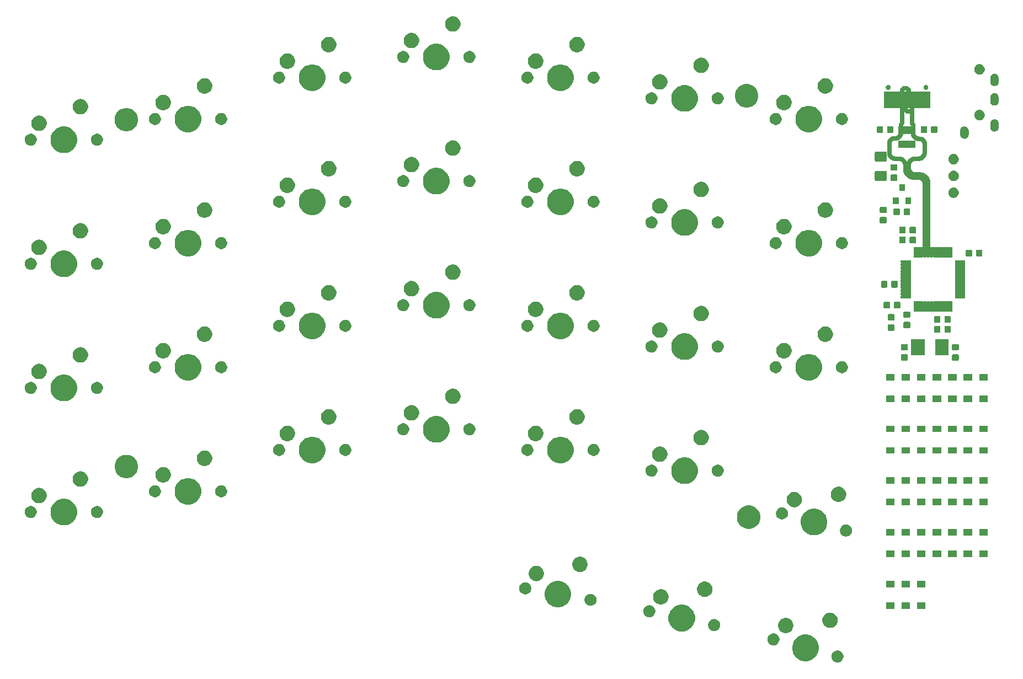
<source format=gbr>
G04 #@! TF.GenerationSoftware,KiCad,Pcbnew,(5.1.4)-1*
G04 #@! TF.CreationDate,2020-11-30T22:03:12+01:00*
G04 #@! TF.ProjectId,stm32split,73746d33-3273-4706-9c69-742e6b696361,rev?*
G04 #@! TF.SameCoordinates,Original*
G04 #@! TF.FileFunction,Soldermask,Top*
G04 #@! TF.FilePolarity,Negative*
%FSLAX46Y46*%
G04 Gerber Fmt 4.6, Leading zero omitted, Abs format (unit mm)*
G04 Created by KiCad (PCBNEW (5.1.4)-1) date 2020-11-30 22:03:12*
%MOMM*%
%LPD*%
G04 APERTURE LIST*
%ADD10C,0.650000*%
%ADD11C,0.700000*%
%ADD12C,0.100000*%
G04 APERTURE END LIST*
D10*
X192240000Y-90785000D02*
X192240000Y-90580000D01*
X194528750Y-98672294D02*
X194522730Y-98549772D01*
X194522730Y-98549772D02*
X194504731Y-98428431D01*
X194504731Y-98428431D02*
X194474925Y-98309438D01*
X194474925Y-98309438D02*
X194433599Y-98193939D01*
X194433599Y-98193939D02*
X194381151Y-98083048D01*
X194381151Y-98083048D02*
X194318087Y-97977831D01*
X194318087Y-97977831D02*
X194245013Y-97879302D01*
X194245013Y-97879302D02*
X194162633Y-97788410D01*
X194162633Y-97788410D02*
X194071741Y-97706030D01*
X194071741Y-97706030D02*
X193973212Y-97632956D01*
X193973212Y-97632956D02*
X193867995Y-97569892D01*
X193867995Y-97569892D02*
X193757104Y-97517444D01*
X193757104Y-97517444D02*
X193641605Y-97476118D01*
X193641605Y-97476118D02*
X193522612Y-97446312D01*
X193522612Y-97446312D02*
X193401271Y-97428313D01*
X193401271Y-97428313D02*
X193278750Y-97422294D01*
X191540000Y-96422294D02*
X191544815Y-96520311D01*
X191544815Y-96520311D02*
X191559214Y-96617384D01*
X191559214Y-96617384D02*
X191583059Y-96712578D01*
X191583059Y-96712578D02*
X191616120Y-96804977D01*
X191616120Y-96804977D02*
X191658078Y-96893690D01*
X191658078Y-96893690D02*
X191708530Y-96977864D01*
X191708530Y-96977864D02*
X191766989Y-97056687D01*
X191766989Y-97056687D02*
X191832893Y-97129400D01*
X191832893Y-97129400D02*
X191905606Y-97195304D01*
X191905606Y-97195304D02*
X191984429Y-97253763D01*
X191984429Y-97253763D02*
X192068603Y-97304215D01*
X192068603Y-97304215D02*
X192157316Y-97346173D01*
X192157316Y-97346173D02*
X192249715Y-97379234D01*
X192249715Y-97379234D02*
X192344909Y-97403079D01*
X192344909Y-97403079D02*
X192441982Y-97417478D01*
X192441982Y-97417478D02*
X192540000Y-97422294D01*
X192540000Y-97422294D02*
X193278750Y-97422294D01*
X191540000Y-96010000D02*
X191540000Y-96422294D01*
X191540000Y-96010000D02*
X191544815Y-95911982D01*
X191544815Y-95911982D02*
X191559214Y-95814909D01*
X191559214Y-95814909D02*
X191583059Y-95719715D01*
X191583059Y-95719715D02*
X191616120Y-95627316D01*
X191616120Y-95627316D02*
X191658078Y-95538603D01*
X191658078Y-95538603D02*
X191708530Y-95454429D01*
X191708530Y-95454429D02*
X191766989Y-95375606D01*
X191766989Y-95375606D02*
X191832893Y-95302893D01*
X191832893Y-95302893D02*
X191905606Y-95236989D01*
X191905606Y-95236989D02*
X191984429Y-95178530D01*
X191984429Y-95178530D02*
X192068603Y-95128078D01*
X192068603Y-95128078D02*
X192157316Y-95086120D01*
X192157316Y-95086120D02*
X192249715Y-95053059D01*
X192249715Y-95053059D02*
X192344909Y-95029214D01*
X192344909Y-95029214D02*
X192441982Y-95014815D01*
X192441982Y-95014815D02*
X192540000Y-95010000D01*
X194000000Y-94010000D02*
X193995184Y-94108017D01*
X193995184Y-94108017D02*
X193980785Y-94205090D01*
X193980785Y-94205090D02*
X193956940Y-94300284D01*
X193956940Y-94300284D02*
X193923879Y-94392683D01*
X193923879Y-94392683D02*
X193881921Y-94481396D01*
X193881921Y-94481396D02*
X193831469Y-94565570D01*
X193831469Y-94565570D02*
X193773010Y-94644393D01*
X193773010Y-94644393D02*
X193707106Y-94717106D01*
X193707106Y-94717106D02*
X193634393Y-94783010D01*
X193634393Y-94783010D02*
X193555570Y-94841469D01*
X193555570Y-94841469D02*
X193471396Y-94891921D01*
X193471396Y-94891921D02*
X193382683Y-94933879D01*
X193382683Y-94933879D02*
X193290284Y-94966940D01*
X193290284Y-94966940D02*
X193195090Y-94990785D01*
X193195090Y-94990785D02*
X193098017Y-95005184D01*
X193098017Y-95005184D02*
X193000000Y-95010000D01*
X193000000Y-95010000D02*
X192540000Y-95010000D01*
X194000000Y-92724999D02*
X194000000Y-94010000D01*
X194000000Y-92724999D02*
X193996147Y-92646585D01*
X193996147Y-92646585D02*
X193984628Y-92568926D01*
X193984628Y-92568926D02*
X193965552Y-92492771D01*
X193965552Y-92492771D02*
X193939103Y-92418852D01*
X193939103Y-92418852D02*
X193905537Y-92347881D01*
X193905537Y-92347881D02*
X193865175Y-92280542D01*
X193865175Y-92280542D02*
X193818408Y-92217484D01*
X193818408Y-92217484D02*
X193765685Y-92159313D01*
X193765685Y-92159313D02*
X193707514Y-92106590D01*
X193707514Y-92106590D02*
X193644456Y-92059823D01*
X193644456Y-92059823D02*
X193577117Y-92019461D01*
X193577117Y-92019461D02*
X193506146Y-91985895D01*
X193506146Y-91985895D02*
X193432227Y-91959446D01*
X193432227Y-91959446D02*
X193356072Y-91940370D01*
X193356072Y-91940370D02*
X193278413Y-91928851D01*
X193278413Y-91928851D02*
X193200000Y-91924999D01*
X192240000Y-91124999D02*
X192240000Y-90580000D01*
X192240000Y-91124999D02*
X192243852Y-91203412D01*
X192243852Y-91203412D02*
X192255371Y-91281071D01*
X192255371Y-91281071D02*
X192274447Y-91357226D01*
X192274447Y-91357226D02*
X192300896Y-91431145D01*
X192300896Y-91431145D02*
X192334462Y-91502116D01*
X192334462Y-91502116D02*
X192374824Y-91569455D01*
X192374824Y-91569455D02*
X192421591Y-91632513D01*
X192421591Y-91632513D02*
X192474314Y-91690684D01*
X192474314Y-91690684D02*
X192532485Y-91743407D01*
X192532485Y-91743407D02*
X192595543Y-91790174D01*
X192595543Y-91790174D02*
X192662882Y-91830536D01*
X192662882Y-91830536D02*
X192733853Y-91864102D01*
X192733853Y-91864102D02*
X192807772Y-91890551D01*
X192807772Y-91890551D02*
X192883927Y-91909627D01*
X192883927Y-91909627D02*
X192961586Y-91921146D01*
X192961586Y-91921146D02*
X193040000Y-91924999D01*
X193040000Y-91924999D02*
X193200000Y-91924999D01*
X194528750Y-98672294D02*
X194528750Y-109343750D01*
D11*
X191043750Y-87507500D02*
X191296250Y-87760000D01*
X191043750Y-85982500D02*
X191043750Y-87507500D01*
X191791250Y-87760000D02*
X192043750Y-87507500D01*
X191296250Y-87760000D02*
X191791250Y-87760000D01*
X192043750Y-87507500D02*
X192043750Y-85982500D01*
X192043750Y-89553750D02*
X192043750Y-87507500D01*
X192240000Y-89750000D02*
X192043750Y-89553750D01*
X192240000Y-90580000D02*
X192240000Y-89750000D01*
D10*
X193126767Y-97877119D02*
X193223840Y-97891518D01*
X193223840Y-97891518D02*
X193319034Y-97915363D01*
X193319034Y-97915363D02*
X193411433Y-97948424D01*
X193411433Y-97948424D02*
X193500146Y-97990382D01*
X193500146Y-97990382D02*
X193584320Y-98040834D01*
X193584320Y-98040834D02*
X193663143Y-98099293D01*
X193663143Y-98099293D02*
X193735856Y-98165197D01*
X193735856Y-98165197D02*
X193801760Y-98237910D01*
X193801760Y-98237910D02*
X193860219Y-98316733D01*
X193860219Y-98316733D02*
X193910671Y-98400907D01*
X193910671Y-98400907D02*
X193952629Y-98489620D01*
X193952629Y-98489620D02*
X193985690Y-98582019D01*
X193985690Y-98582019D02*
X194009535Y-98677213D01*
X194009535Y-98677213D02*
X194023934Y-98774286D01*
X194023934Y-98774286D02*
X194028750Y-98872304D01*
X194028750Y-98872304D02*
X194028750Y-109343750D01*
X191040000Y-96622304D02*
X191046019Y-96744825D01*
X191046019Y-96744825D02*
X191064018Y-96866166D01*
X191064018Y-96866166D02*
X191093824Y-96985159D01*
X191093824Y-96985159D02*
X191135150Y-97100658D01*
X191135150Y-97100658D02*
X191187598Y-97211549D01*
X191187598Y-97211549D02*
X191250662Y-97316766D01*
X191250662Y-97316766D02*
X191323736Y-97415295D01*
X191323736Y-97415295D02*
X191406116Y-97506187D01*
X191406116Y-97506187D02*
X191497008Y-97588567D01*
X191497008Y-97588567D02*
X191595537Y-97661641D01*
X191595537Y-97661641D02*
X191700754Y-97724705D01*
X191700754Y-97724705D02*
X191811645Y-97777153D01*
X191811645Y-97777153D02*
X191927144Y-97818479D01*
X191927144Y-97818479D02*
X192046137Y-97848285D01*
X192046137Y-97848285D02*
X192167478Y-97866284D01*
X192167478Y-97866284D02*
X192290000Y-97872304D01*
X192290000Y-97872304D02*
X193028750Y-97872304D01*
X191040000Y-96010000D02*
X191040000Y-96622304D01*
X191040000Y-96010000D02*
X191035184Y-95911982D01*
X191035184Y-95911982D02*
X191020785Y-95814909D01*
X191020785Y-95814909D02*
X190996940Y-95719715D01*
X190996940Y-95719715D02*
X190963879Y-95627316D01*
X190963879Y-95627316D02*
X190921921Y-95538603D01*
X190921921Y-95538603D02*
X190871469Y-95454429D01*
X190871469Y-95454429D02*
X190813010Y-95375606D01*
X190813010Y-95375606D02*
X190747106Y-95302893D01*
X190747106Y-95302893D02*
X190674393Y-95236989D01*
X190674393Y-95236989D02*
X190595570Y-95178530D01*
X190595570Y-95178530D02*
X190511396Y-95128078D01*
X190511396Y-95128078D02*
X190422683Y-95086120D01*
X190422683Y-95086120D02*
X190330284Y-95053059D01*
X190330284Y-95053059D02*
X190235090Y-95029214D01*
X190235090Y-95029214D02*
X190138017Y-95014815D01*
X190138017Y-95014815D02*
X190040000Y-95010000D01*
X189910000Y-95010000D02*
X190040000Y-95010000D01*
X188560000Y-94010000D02*
X188564815Y-94108017D01*
X188564815Y-94108017D02*
X188579214Y-94205090D01*
X188579214Y-94205090D02*
X188603059Y-94300284D01*
X188603059Y-94300284D02*
X188636120Y-94392683D01*
X188636120Y-94392683D02*
X188678078Y-94481396D01*
X188678078Y-94481396D02*
X188728530Y-94565570D01*
X188728530Y-94565570D02*
X188786989Y-94644393D01*
X188786989Y-94644393D02*
X188852893Y-94717106D01*
X188852893Y-94717106D02*
X188925606Y-94783010D01*
X188925606Y-94783010D02*
X189004429Y-94841469D01*
X189004429Y-94841469D02*
X189088603Y-94891921D01*
X189088603Y-94891921D02*
X189177316Y-94933879D01*
X189177316Y-94933879D02*
X189269715Y-94966940D01*
X189269715Y-94966940D02*
X189364909Y-94990785D01*
X189364909Y-94990785D02*
X189461982Y-95005184D01*
X189461982Y-95005184D02*
X189560000Y-95010000D01*
X189560000Y-95010000D02*
X189910000Y-95010000D01*
X189360000Y-91870000D02*
X189281586Y-91873852D01*
X189281586Y-91873852D02*
X189203927Y-91885371D01*
X189203927Y-91885371D02*
X189127772Y-91904447D01*
X189127772Y-91904447D02*
X189053853Y-91930896D01*
X189053853Y-91930896D02*
X188982882Y-91964462D01*
X188982882Y-91964462D02*
X188915543Y-92004824D01*
X188915543Y-92004824D02*
X188852485Y-92051591D01*
X188852485Y-92051591D02*
X188794314Y-92104314D01*
X188794314Y-92104314D02*
X188741591Y-92162485D01*
X188741591Y-92162485D02*
X188694824Y-92225543D01*
X188694824Y-92225543D02*
X188654462Y-92292882D01*
X188654462Y-92292882D02*
X188620896Y-92363853D01*
X188620896Y-92363853D02*
X188594447Y-92437772D01*
X188594447Y-92437772D02*
X188575371Y-92513927D01*
X188575371Y-92513927D02*
X188563852Y-92591586D01*
X188563852Y-92591586D02*
X188560000Y-92670000D01*
X188560000Y-92670000D02*
X188560000Y-94010000D01*
X190340000Y-91070000D02*
X190340000Y-90580000D01*
X190340000Y-91070000D02*
X190336147Y-91148413D01*
X190336147Y-91148413D02*
X190324628Y-91226072D01*
X190324628Y-91226072D02*
X190305552Y-91302227D01*
X190305552Y-91302227D02*
X190279103Y-91376146D01*
X190279103Y-91376146D02*
X190245537Y-91447117D01*
X190245537Y-91447117D02*
X190205175Y-91514456D01*
X190205175Y-91514456D02*
X190158408Y-91577514D01*
X190158408Y-91577514D02*
X190105685Y-91635685D01*
X190105685Y-91635685D02*
X190047514Y-91688408D01*
X190047514Y-91688408D02*
X189984456Y-91735175D01*
X189984456Y-91735175D02*
X189917117Y-91775537D01*
X189917117Y-91775537D02*
X189846146Y-91809103D01*
X189846146Y-91809103D02*
X189772227Y-91835552D01*
X189772227Y-91835552D02*
X189696072Y-91854628D01*
X189696072Y-91854628D02*
X189618413Y-91866147D01*
X189618413Y-91866147D02*
X189540000Y-91870000D01*
X189540000Y-91870000D02*
X189360000Y-91870000D01*
X193028750Y-97872304D02*
X193126767Y-97877119D01*
D11*
X190543750Y-84457500D02*
X190821250Y-84180000D01*
X190543750Y-85982500D02*
X190543750Y-84457500D01*
X191543750Y-84457500D02*
X191543750Y-85982500D01*
X191266250Y-84180000D02*
X191543750Y-84457500D01*
X190821250Y-84180000D02*
X191266250Y-84180000D01*
X190543750Y-89546250D02*
X190543750Y-87507500D01*
X190340000Y-89750000D02*
X190543750Y-89546250D01*
X190543750Y-87507500D02*
X190543750Y-85982500D01*
X190340000Y-90580000D02*
X190340000Y-89750000D01*
D12*
G36*
X180887007Y-170504386D02*
G01*
X181055529Y-170574190D01*
X181207194Y-170675529D01*
X181336175Y-170804510D01*
X181437514Y-170956175D01*
X181507318Y-171124697D01*
X181542903Y-171303598D01*
X181542903Y-171486004D01*
X181507318Y-171664905D01*
X181437514Y-171833427D01*
X181336175Y-171985092D01*
X181207194Y-172114073D01*
X181055529Y-172215412D01*
X180887007Y-172285216D01*
X180708106Y-172320801D01*
X180525700Y-172320801D01*
X180346799Y-172285216D01*
X180178277Y-172215412D01*
X180026612Y-172114073D01*
X179897631Y-171985092D01*
X179796292Y-171833427D01*
X179726488Y-171664905D01*
X179690903Y-171486004D01*
X179690903Y-171303598D01*
X179726488Y-171124697D01*
X179796292Y-170956175D01*
X179897631Y-170804510D01*
X180026612Y-170675529D01*
X180178277Y-170574190D01*
X180346799Y-170504386D01*
X180525700Y-170468801D01*
X180708106Y-170468801D01*
X180887007Y-170504386D01*
X180887007Y-170504386D01*
G37*
G36*
X176306474Y-168113684D02*
G01*
X176454284Y-168174909D01*
X176678623Y-168267833D01*
X177013548Y-168491623D01*
X177298377Y-168776452D01*
X177522167Y-169111377D01*
X177560460Y-169203825D01*
X177676316Y-169483526D01*
X177754900Y-169878594D01*
X177754900Y-170281406D01*
X177676316Y-170676474D01*
X177623281Y-170804511D01*
X177522167Y-171048623D01*
X177298377Y-171383548D01*
X177013548Y-171668377D01*
X176678623Y-171892167D01*
X176524474Y-171956017D01*
X176306474Y-172046316D01*
X175911406Y-172124900D01*
X175508594Y-172124900D01*
X175113526Y-172046316D01*
X174895526Y-171956017D01*
X174741377Y-171892167D01*
X174406452Y-171668377D01*
X174121623Y-171383548D01*
X173897833Y-171048623D01*
X173796719Y-170804511D01*
X173743684Y-170676474D01*
X173665100Y-170281406D01*
X173665100Y-169878594D01*
X173743684Y-169483526D01*
X173859540Y-169203825D01*
X173897833Y-169111377D01*
X174121623Y-168776452D01*
X174406452Y-168491623D01*
X174741377Y-168267833D01*
X174965716Y-168174909D01*
X175113526Y-168113684D01*
X175508594Y-168035100D01*
X175911406Y-168035100D01*
X176306474Y-168113684D01*
X176306474Y-168113684D01*
G37*
G36*
X171073201Y-167874784D02*
G01*
X171241723Y-167944588D01*
X171393388Y-168045927D01*
X171522369Y-168174908D01*
X171623708Y-168326573D01*
X171693512Y-168495095D01*
X171729097Y-168673996D01*
X171729097Y-168856402D01*
X171693512Y-169035303D01*
X171623708Y-169203825D01*
X171522369Y-169355490D01*
X171393388Y-169484471D01*
X171241723Y-169585810D01*
X171073201Y-169655614D01*
X170894300Y-169691199D01*
X170711894Y-169691199D01*
X170532993Y-169655614D01*
X170364471Y-169585810D01*
X170212806Y-169484471D01*
X170083825Y-169355490D01*
X169982486Y-169203825D01*
X169912682Y-169035303D01*
X169877097Y-168856402D01*
X169877097Y-168673996D01*
X169912682Y-168495095D01*
X169982486Y-168326573D01*
X170083825Y-168174908D01*
X170212806Y-168045927D01*
X170364471Y-167944588D01*
X170532993Y-167874784D01*
X170711894Y-167839199D01*
X170894300Y-167839199D01*
X171073201Y-167874784D01*
X171073201Y-167874784D01*
G37*
G36*
X172878783Y-165479512D02*
G01*
X173030250Y-165509641D01*
X173244268Y-165598290D01*
X173244269Y-165598291D01*
X173436877Y-165726987D01*
X173600684Y-165890794D01*
X173657550Y-165975900D01*
X173729381Y-166083403D01*
X173818030Y-166297421D01*
X173863223Y-166524622D01*
X173863223Y-166756274D01*
X173818030Y-166983475D01*
X173729381Y-167197493D01*
X173729380Y-167197494D01*
X173600684Y-167390102D01*
X173436877Y-167553909D01*
X173308472Y-167639706D01*
X173244268Y-167682606D01*
X173030250Y-167771255D01*
X172878783Y-167801384D01*
X172803050Y-167816448D01*
X172571396Y-167816448D01*
X172495663Y-167801384D01*
X172344196Y-167771255D01*
X172130178Y-167682606D01*
X172065974Y-167639706D01*
X171937569Y-167553909D01*
X171773762Y-167390102D01*
X171645066Y-167197494D01*
X171645065Y-167197493D01*
X171556416Y-166983475D01*
X171511223Y-166756274D01*
X171511223Y-166524622D01*
X171556416Y-166297421D01*
X171645065Y-166083403D01*
X171716896Y-165975900D01*
X171773762Y-165890794D01*
X171937569Y-165726987D01*
X172130177Y-165598291D01*
X172130178Y-165598290D01*
X172344196Y-165509641D01*
X172495663Y-165479512D01*
X172571396Y-165464448D01*
X172803050Y-165464448D01*
X172878783Y-165479512D01*
X172878783Y-165479512D01*
G37*
G36*
X157316474Y-163543684D02*
G01*
X157532580Y-163633198D01*
X157688623Y-163697833D01*
X158023548Y-163921623D01*
X158308377Y-164206452D01*
X158532167Y-164541377D01*
X158579023Y-164654497D01*
X158686316Y-164913526D01*
X158764900Y-165308594D01*
X158764900Y-165711406D01*
X158686316Y-166106474D01*
X158658543Y-166173524D01*
X158532167Y-166478623D01*
X158308377Y-166813548D01*
X158023548Y-167098377D01*
X157688623Y-167322167D01*
X157534474Y-167386017D01*
X157316474Y-167476316D01*
X156921406Y-167554900D01*
X156518594Y-167554900D01*
X156123526Y-167476316D01*
X155905526Y-167386017D01*
X155751377Y-167322167D01*
X155416452Y-167098377D01*
X155131623Y-166813548D01*
X154907833Y-166478623D01*
X154781457Y-166173524D01*
X154753684Y-166106474D01*
X154675100Y-165711406D01*
X154675100Y-165308594D01*
X154753684Y-164913526D01*
X154860977Y-164654497D01*
X154907833Y-164541377D01*
X155131623Y-164206452D01*
X155416452Y-163921623D01*
X155751377Y-163697833D01*
X155907420Y-163633198D01*
X156123526Y-163543684D01*
X156518594Y-163465100D01*
X156921406Y-163465100D01*
X157316474Y-163543684D01*
X157316474Y-163543684D01*
G37*
G36*
X161959094Y-165675776D02*
G01*
X162127616Y-165745580D01*
X162279281Y-165846919D01*
X162408262Y-165975900D01*
X162509601Y-166127565D01*
X162579405Y-166296087D01*
X162614990Y-166474988D01*
X162614990Y-166657394D01*
X162579405Y-166836295D01*
X162509601Y-167004817D01*
X162408262Y-167156482D01*
X162279281Y-167285463D01*
X162127616Y-167386802D01*
X161959094Y-167456606D01*
X161780193Y-167492191D01*
X161597787Y-167492191D01*
X161418886Y-167456606D01*
X161250364Y-167386802D01*
X161098699Y-167285463D01*
X160969718Y-167156482D01*
X160868379Y-167004817D01*
X160798575Y-166836295D01*
X160762990Y-166657394D01*
X160762990Y-166474988D01*
X160798575Y-166296087D01*
X160868379Y-166127565D01*
X160969718Y-165975900D01*
X161098699Y-165846919D01*
X161250364Y-165745580D01*
X161418886Y-165675776D01*
X161597787Y-165640191D01*
X161780193Y-165640191D01*
X161959094Y-165675776D01*
X161959094Y-165675776D01*
G37*
G36*
X179669812Y-164669561D02*
G01*
X179821279Y-164699690D01*
X180035297Y-164788339D01*
X180035298Y-164788340D01*
X180227906Y-164917036D01*
X180391713Y-165080843D01*
X180453344Y-165173081D01*
X180520410Y-165273452D01*
X180609059Y-165487470D01*
X180609059Y-165487472D01*
X180653603Y-165711405D01*
X180654252Y-165714671D01*
X180654252Y-165946323D01*
X180609059Y-166173524D01*
X180520410Y-166387542D01*
X180520409Y-166387543D01*
X180391713Y-166580151D01*
X180227906Y-166743958D01*
X180123758Y-166813547D01*
X180035297Y-166872655D01*
X179821279Y-166961304D01*
X179669812Y-166991433D01*
X179594079Y-167006497D01*
X179362425Y-167006497D01*
X179286692Y-166991433D01*
X179135225Y-166961304D01*
X178921207Y-166872655D01*
X178832746Y-166813547D01*
X178728598Y-166743958D01*
X178564791Y-166580151D01*
X178436095Y-166387543D01*
X178436094Y-166387542D01*
X178347445Y-166173524D01*
X178302252Y-165946323D01*
X178302252Y-165714671D01*
X178302902Y-165711405D01*
X178347445Y-165487472D01*
X178347445Y-165487470D01*
X178436094Y-165273452D01*
X178503160Y-165173081D01*
X178564791Y-165080843D01*
X178728598Y-164917036D01*
X178921206Y-164788340D01*
X178921207Y-164788339D01*
X179135225Y-164699690D01*
X179286692Y-164669561D01*
X179362425Y-164654497D01*
X179594079Y-164654497D01*
X179669812Y-164669561D01*
X179669812Y-164669561D01*
G37*
G36*
X152021114Y-163563394D02*
G01*
X152189636Y-163633198D01*
X152341301Y-163734537D01*
X152470282Y-163863518D01*
X152571621Y-164015183D01*
X152641425Y-164183705D01*
X152677010Y-164362606D01*
X152677010Y-164545012D01*
X152641425Y-164723913D01*
X152571621Y-164892435D01*
X152470282Y-165044100D01*
X152341301Y-165173081D01*
X152189636Y-165274420D01*
X152021114Y-165344224D01*
X151842213Y-165379809D01*
X151659807Y-165379809D01*
X151480906Y-165344224D01*
X151312384Y-165274420D01*
X151160719Y-165173081D01*
X151031738Y-165044100D01*
X150930399Y-164892435D01*
X150860595Y-164723913D01*
X150825010Y-164545012D01*
X150825010Y-164362606D01*
X150860595Y-164183705D01*
X150930399Y-164015183D01*
X151031738Y-163863518D01*
X151160719Y-163734537D01*
X151312384Y-163633198D01*
X151480906Y-163563394D01*
X151659807Y-163527809D01*
X151842213Y-163527809D01*
X152021114Y-163563394D01*
X152021114Y-163563394D01*
G37*
G36*
X191754750Y-164076000D02*
G01*
X190452750Y-164076000D01*
X190452750Y-163074000D01*
X191754750Y-163074000D01*
X191754750Y-164076000D01*
X191754750Y-164076000D01*
G37*
G36*
X189373500Y-164076000D02*
G01*
X188071500Y-164076000D01*
X188071500Y-163074000D01*
X189373500Y-163074000D01*
X189373500Y-164076000D01*
X189373500Y-164076000D01*
G37*
G36*
X194136000Y-164076000D02*
G01*
X192834000Y-164076000D01*
X192834000Y-163074000D01*
X194136000Y-163074000D01*
X194136000Y-164076000D01*
X194136000Y-164076000D01*
G37*
G36*
X138316474Y-159853684D02*
G01*
X138520752Y-159938299D01*
X138688623Y-160007833D01*
X139023548Y-160231623D01*
X139308377Y-160516452D01*
X139532167Y-160851377D01*
X139532167Y-160851378D01*
X139686316Y-161223526D01*
X139764900Y-161618594D01*
X139764900Y-162021406D01*
X139686316Y-162416474D01*
X139596017Y-162634474D01*
X139532167Y-162788623D01*
X139308377Y-163123548D01*
X139023548Y-163408377D01*
X138688623Y-163632167D01*
X138534474Y-163696017D01*
X138316474Y-163786316D01*
X137921406Y-163864900D01*
X137518594Y-163864900D01*
X137123526Y-163786316D01*
X136905526Y-163696017D01*
X136751377Y-163632167D01*
X136416452Y-163408377D01*
X136131623Y-163123548D01*
X135907833Y-162788623D01*
X135843983Y-162634474D01*
X135753684Y-162416474D01*
X135675100Y-162021406D01*
X135675100Y-161618594D01*
X135753684Y-161223526D01*
X135907833Y-160851378D01*
X135907833Y-160851377D01*
X136131623Y-160516452D01*
X136416452Y-160231623D01*
X136751377Y-160007833D01*
X136919248Y-159938299D01*
X137123526Y-159853684D01*
X137518594Y-159775100D01*
X137921406Y-159775100D01*
X138316474Y-159853684D01*
X138316474Y-159853684D01*
G37*
G36*
X142992927Y-161811718D02*
G01*
X143161449Y-161881522D01*
X143313114Y-161982861D01*
X143442095Y-162111842D01*
X143543434Y-162263507D01*
X143613238Y-162432029D01*
X143648823Y-162610930D01*
X143648823Y-162793336D01*
X143613238Y-162972237D01*
X143543434Y-163140759D01*
X143442095Y-163292424D01*
X143313114Y-163421405D01*
X143161449Y-163522744D01*
X142992927Y-163592548D01*
X142814026Y-163628133D01*
X142631620Y-163628133D01*
X142452719Y-163592548D01*
X142284197Y-163522744D01*
X142132532Y-163421405D01*
X142003551Y-163292424D01*
X141902212Y-163140759D01*
X141832408Y-162972237D01*
X141796823Y-162793336D01*
X141796823Y-162610930D01*
X141832408Y-162432029D01*
X141902212Y-162263507D01*
X142003551Y-162111842D01*
X142132532Y-161982861D01*
X142284197Y-161881522D01*
X142452719Y-161811718D01*
X142631620Y-161776133D01*
X142814026Y-161776133D01*
X142992927Y-161811718D01*
X142992927Y-161811718D01*
G37*
G36*
X153712913Y-161072426D02*
G01*
X153864380Y-161102555D01*
X154078398Y-161191204D01*
X154126770Y-161223525D01*
X154271007Y-161319901D01*
X154434814Y-161483708D01*
X154464514Y-161528158D01*
X154563511Y-161676317D01*
X154652160Y-161890335D01*
X154670565Y-161982862D01*
X154696221Y-162111842D01*
X154697353Y-162117536D01*
X154697353Y-162349188D01*
X154652160Y-162576389D01*
X154563511Y-162790407D01*
X154563510Y-162790408D01*
X154434814Y-162983016D01*
X154271007Y-163146823D01*
X154142602Y-163232620D01*
X154078398Y-163275520D01*
X153864380Y-163364169D01*
X153712913Y-163394298D01*
X153637180Y-163409362D01*
X153405526Y-163409362D01*
X153329793Y-163394298D01*
X153178326Y-163364169D01*
X152964308Y-163275520D01*
X152900104Y-163232620D01*
X152771699Y-163146823D01*
X152607892Y-162983016D01*
X152479196Y-162790408D01*
X152479195Y-162790407D01*
X152390546Y-162576389D01*
X152345353Y-162349188D01*
X152345353Y-162117536D01*
X152346486Y-162111842D01*
X152372141Y-161982862D01*
X152390546Y-161890335D01*
X152479195Y-161676317D01*
X152578192Y-161528158D01*
X152607892Y-161483708D01*
X152771699Y-161319901D01*
X152915936Y-161223525D01*
X152964308Y-161191204D01*
X153178326Y-161102555D01*
X153329793Y-161072426D01*
X153405526Y-161057362D01*
X153637180Y-161057362D01*
X153712913Y-161072426D01*
X153712913Y-161072426D01*
G37*
G36*
X160452246Y-159908170D02*
G01*
X160603713Y-159938299D01*
X160817731Y-160026948D01*
X160817732Y-160026949D01*
X161010340Y-160155645D01*
X161174147Y-160319452D01*
X161192939Y-160347577D01*
X161302844Y-160512061D01*
X161391493Y-160726079D01*
X161391493Y-160726081D01*
X161436686Y-160953279D01*
X161436686Y-161184933D01*
X161432103Y-161207971D01*
X161391493Y-161412133D01*
X161302844Y-161626151D01*
X161302843Y-161626152D01*
X161174147Y-161818760D01*
X161010340Y-161982567D01*
X160952213Y-162021406D01*
X160817731Y-162111264D01*
X160603713Y-162199913D01*
X160452246Y-162230042D01*
X160376513Y-162245106D01*
X160144859Y-162245106D01*
X160069126Y-162230042D01*
X159917659Y-162199913D01*
X159703641Y-162111264D01*
X159569159Y-162021406D01*
X159511032Y-161982567D01*
X159347225Y-161818760D01*
X159218529Y-161626152D01*
X159218528Y-161626151D01*
X159129879Y-161412133D01*
X159089269Y-161207971D01*
X159084686Y-161184933D01*
X159084686Y-160953279D01*
X159129879Y-160726081D01*
X159129879Y-160726079D01*
X159218528Y-160512061D01*
X159328433Y-160347577D01*
X159347225Y-160319452D01*
X159511032Y-160155645D01*
X159703640Y-160026949D01*
X159703641Y-160026948D01*
X159917659Y-159938299D01*
X160069126Y-159908170D01*
X160144859Y-159893106D01*
X160376513Y-159893106D01*
X160452246Y-159908170D01*
X160452246Y-159908170D01*
G37*
G36*
X132987281Y-160047452D02*
G01*
X133155803Y-160117256D01*
X133307468Y-160218595D01*
X133436449Y-160347576D01*
X133537788Y-160499241D01*
X133607592Y-160667763D01*
X133643177Y-160846664D01*
X133643177Y-161029070D01*
X133607592Y-161207971D01*
X133537788Y-161376493D01*
X133436449Y-161528158D01*
X133307468Y-161657139D01*
X133155803Y-161758478D01*
X132987281Y-161828282D01*
X132808380Y-161863867D01*
X132625974Y-161863867D01*
X132447073Y-161828282D01*
X132278551Y-161758478D01*
X132126886Y-161657139D01*
X131997905Y-161528158D01*
X131896566Y-161376493D01*
X131826762Y-161207971D01*
X131791177Y-161029070D01*
X131791177Y-160846664D01*
X131826762Y-160667763D01*
X131896566Y-160499241D01*
X131997905Y-160347576D01*
X132126886Y-160218595D01*
X132278551Y-160117256D01*
X132447073Y-160047452D01*
X132625974Y-160011867D01*
X132808380Y-160011867D01*
X132987281Y-160047452D01*
X132987281Y-160047452D01*
G37*
G36*
X189373500Y-160776000D02*
G01*
X188071500Y-160776000D01*
X188071500Y-159774000D01*
X189373500Y-159774000D01*
X189373500Y-160776000D01*
X189373500Y-160776000D01*
G37*
G36*
X194136000Y-160776000D02*
G01*
X192834000Y-160776000D01*
X192834000Y-159774000D01*
X194136000Y-159774000D01*
X194136000Y-160776000D01*
X194136000Y-160776000D01*
G37*
G36*
X191754750Y-160776000D02*
G01*
X190452750Y-160776000D01*
X190452750Y-159774000D01*
X191754750Y-159774000D01*
X191754750Y-160776000D01*
X191754750Y-160776000D01*
G37*
G36*
X134600509Y-157496053D02*
G01*
X134751976Y-157526182D01*
X134965994Y-157614831D01*
X134965995Y-157614832D01*
X135158603Y-157743528D01*
X135322410Y-157907335D01*
X135389603Y-158007897D01*
X135451107Y-158099944D01*
X135539756Y-158313962D01*
X135584949Y-158541163D01*
X135584949Y-158772815D01*
X135539756Y-159000016D01*
X135451107Y-159214034D01*
X135451106Y-159214035D01*
X135322410Y-159406643D01*
X135158603Y-159570450D01*
X135030198Y-159656247D01*
X134965994Y-159699147D01*
X134751976Y-159787796D01*
X134600509Y-159817925D01*
X134524776Y-159832989D01*
X134293122Y-159832989D01*
X134217389Y-159817925D01*
X134065922Y-159787796D01*
X133851904Y-159699147D01*
X133787700Y-159656247D01*
X133659295Y-159570450D01*
X133495488Y-159406643D01*
X133366792Y-159214035D01*
X133366791Y-159214034D01*
X133278142Y-159000016D01*
X133232949Y-158772815D01*
X133232949Y-158541163D01*
X133278142Y-158313962D01*
X133366791Y-158099944D01*
X133428295Y-158007897D01*
X133495488Y-157907335D01*
X133659295Y-157743528D01*
X133851903Y-157614832D01*
X133851904Y-157614831D01*
X134065922Y-157526182D01*
X134217389Y-157496053D01*
X134293122Y-157480989D01*
X134524776Y-157480989D01*
X134600509Y-157496053D01*
X134600509Y-157496053D01*
G37*
G36*
X141295104Y-156097307D02*
G01*
X141446571Y-156127436D01*
X141660589Y-156216085D01*
X141660590Y-156216086D01*
X141853198Y-156344782D01*
X142017005Y-156508589D01*
X142102802Y-156636994D01*
X142145702Y-156701198D01*
X142234351Y-156915216D01*
X142279544Y-157142417D01*
X142279544Y-157374069D01*
X142234351Y-157601270D01*
X142145702Y-157815288D01*
X142145701Y-157815289D01*
X142017005Y-158007897D01*
X141853198Y-158171704D01*
X141724793Y-158257501D01*
X141660589Y-158300401D01*
X141446571Y-158389050D01*
X141295104Y-158419179D01*
X141219371Y-158434243D01*
X140987717Y-158434243D01*
X140911984Y-158419179D01*
X140760517Y-158389050D01*
X140546499Y-158300401D01*
X140482295Y-158257501D01*
X140353890Y-158171704D01*
X140190083Y-158007897D01*
X140061387Y-157815289D01*
X140061386Y-157815288D01*
X139972737Y-157601270D01*
X139927544Y-157374069D01*
X139927544Y-157142417D01*
X139972737Y-156915216D01*
X140061386Y-156701198D01*
X140104286Y-156636994D01*
X140190083Y-156508589D01*
X140353890Y-156344782D01*
X140546498Y-156216086D01*
X140546499Y-156216085D01*
X140760517Y-156127436D01*
X140911984Y-156097307D01*
X140987717Y-156082243D01*
X141219371Y-156082243D01*
X141295104Y-156097307D01*
X141295104Y-156097307D01*
G37*
G36*
X189373500Y-156138500D02*
G01*
X188071500Y-156138500D01*
X188071500Y-155136500D01*
X189373500Y-155136500D01*
X189373500Y-156138500D01*
X189373500Y-156138500D01*
G37*
G36*
X191754750Y-156138500D02*
G01*
X190452750Y-156138500D01*
X190452750Y-155136500D01*
X191754750Y-155136500D01*
X191754750Y-156138500D01*
X191754750Y-156138500D01*
G37*
G36*
X194136000Y-156138500D02*
G01*
X192834000Y-156138500D01*
X192834000Y-155136500D01*
X194136000Y-155136500D01*
X194136000Y-156138500D01*
X194136000Y-156138500D01*
G37*
G36*
X196517250Y-156138500D02*
G01*
X195215250Y-156138500D01*
X195215250Y-155136500D01*
X196517250Y-155136500D01*
X196517250Y-156138500D01*
X196517250Y-156138500D01*
G37*
G36*
X198898500Y-156138500D02*
G01*
X197596500Y-156138500D01*
X197596500Y-155136500D01*
X198898500Y-155136500D01*
X198898500Y-156138500D01*
X198898500Y-156138500D01*
G37*
G36*
X201279750Y-156138500D02*
G01*
X199977750Y-156138500D01*
X199977750Y-155136500D01*
X201279750Y-155136500D01*
X201279750Y-156138500D01*
X201279750Y-156138500D01*
G37*
G36*
X203661000Y-156138500D02*
G01*
X202359000Y-156138500D01*
X202359000Y-155136500D01*
X203661000Y-155136500D01*
X203661000Y-156138500D01*
X203661000Y-156138500D01*
G37*
G36*
X182187007Y-151174386D02*
G01*
X182355529Y-151244190D01*
X182507194Y-151345529D01*
X182636175Y-151474510D01*
X182737514Y-151626175D01*
X182807318Y-151794697D01*
X182842903Y-151973598D01*
X182842903Y-152156004D01*
X182807318Y-152334905D01*
X182737514Y-152503427D01*
X182636175Y-152655092D01*
X182507194Y-152784073D01*
X182355529Y-152885412D01*
X182187007Y-152955216D01*
X182008106Y-152990801D01*
X181825700Y-152990801D01*
X181646799Y-152955216D01*
X181478277Y-152885412D01*
X181326612Y-152784073D01*
X181197631Y-152655092D01*
X181096292Y-152503427D01*
X181026488Y-152334905D01*
X180990903Y-152156004D01*
X180990903Y-151973598D01*
X181026488Y-151794697D01*
X181096292Y-151626175D01*
X181197631Y-151474510D01*
X181326612Y-151345529D01*
X181478277Y-151244190D01*
X181646799Y-151174386D01*
X181825700Y-151138801D01*
X182008106Y-151138801D01*
X182187007Y-151174386D01*
X182187007Y-151174386D01*
G37*
G36*
X191754750Y-152838500D02*
G01*
X190452750Y-152838500D01*
X190452750Y-151836500D01*
X191754750Y-151836500D01*
X191754750Y-152838500D01*
X191754750Y-152838500D01*
G37*
G36*
X194136000Y-152838500D02*
G01*
X192834000Y-152838500D01*
X192834000Y-151836500D01*
X194136000Y-151836500D01*
X194136000Y-152838500D01*
X194136000Y-152838500D01*
G37*
G36*
X196517250Y-152838500D02*
G01*
X195215250Y-152838500D01*
X195215250Y-151836500D01*
X196517250Y-151836500D01*
X196517250Y-152838500D01*
X196517250Y-152838500D01*
G37*
G36*
X198898500Y-152838500D02*
G01*
X197596500Y-152838500D01*
X197596500Y-151836500D01*
X198898500Y-151836500D01*
X198898500Y-152838500D01*
X198898500Y-152838500D01*
G37*
G36*
X201279750Y-152838500D02*
G01*
X199977750Y-152838500D01*
X199977750Y-151836500D01*
X201279750Y-151836500D01*
X201279750Y-152838500D01*
X201279750Y-152838500D01*
G37*
G36*
X203661000Y-152838500D02*
G01*
X202359000Y-152838500D01*
X202359000Y-151836500D01*
X203661000Y-151836500D01*
X203661000Y-152838500D01*
X203661000Y-152838500D01*
G37*
G36*
X189373500Y-152838500D02*
G01*
X188071500Y-152838500D01*
X188071500Y-151836500D01*
X189373500Y-151836500D01*
X189373500Y-152838500D01*
X189373500Y-152838500D01*
G37*
G36*
X177606474Y-148783684D02*
G01*
X177754284Y-148844909D01*
X177978623Y-148937833D01*
X178313548Y-149161623D01*
X178598377Y-149446452D01*
X178822167Y-149781377D01*
X178860460Y-149873825D01*
X178976316Y-150153526D01*
X179054900Y-150548594D01*
X179054900Y-150951406D01*
X178976316Y-151346474D01*
X178923281Y-151474511D01*
X178822167Y-151718623D01*
X178598377Y-152053548D01*
X178313548Y-152338377D01*
X177978623Y-152562167D01*
X177824474Y-152626017D01*
X177606474Y-152716316D01*
X177211406Y-152794900D01*
X176808594Y-152794900D01*
X176413526Y-152716316D01*
X176195526Y-152626017D01*
X176041377Y-152562167D01*
X175706452Y-152338377D01*
X175421623Y-152053548D01*
X175197833Y-151718623D01*
X175096719Y-151474511D01*
X175043684Y-151346474D01*
X174965100Y-150951406D01*
X174965100Y-150548594D01*
X175043684Y-150153526D01*
X175159540Y-149873825D01*
X175197833Y-149781377D01*
X175421623Y-149446452D01*
X175706452Y-149161623D01*
X176041377Y-148937833D01*
X176265716Y-148844909D01*
X176413526Y-148783684D01*
X176808594Y-148705100D01*
X177211406Y-148705100D01*
X177606474Y-148783684D01*
X177606474Y-148783684D01*
G37*
G36*
X167525333Y-148268213D02*
G01*
X167853094Y-148403976D01*
X168148072Y-148601074D01*
X168398930Y-148851932D01*
X168596028Y-149146910D01*
X168731791Y-149474671D01*
X168801002Y-149822618D01*
X168801002Y-150177386D01*
X168731791Y-150525333D01*
X168596028Y-150853094D01*
X168398930Y-151148072D01*
X168148072Y-151398930D01*
X167853094Y-151596028D01*
X167525333Y-151731791D01*
X167177386Y-151801002D01*
X166822618Y-151801002D01*
X166474671Y-151731791D01*
X166146910Y-151596028D01*
X165851932Y-151398930D01*
X165601074Y-151148072D01*
X165403976Y-150853094D01*
X165268213Y-150525333D01*
X165199002Y-150177386D01*
X165199002Y-149822618D01*
X165268213Y-149474671D01*
X165403976Y-149146910D01*
X165601074Y-148851932D01*
X165851932Y-148601074D01*
X166146910Y-148403976D01*
X166474671Y-148268213D01*
X166822618Y-148199002D01*
X167177386Y-148199002D01*
X167525333Y-148268213D01*
X167525333Y-148268213D01*
G37*
G36*
X62508974Y-147258684D02*
G01*
X62726974Y-147348983D01*
X62881123Y-147412833D01*
X63216048Y-147636623D01*
X63500877Y-147921452D01*
X63724667Y-148256377D01*
X63757062Y-148334586D01*
X63878816Y-148628526D01*
X63957400Y-149023594D01*
X63957400Y-149426406D01*
X63878816Y-149821474D01*
X63827951Y-149944272D01*
X63724667Y-150193623D01*
X63500877Y-150528548D01*
X63216048Y-150813377D01*
X62881123Y-151037167D01*
X62726974Y-151101017D01*
X62508974Y-151191316D01*
X62113906Y-151269900D01*
X61711094Y-151269900D01*
X61316026Y-151191316D01*
X61098026Y-151101017D01*
X60943877Y-151037167D01*
X60608952Y-150813377D01*
X60324123Y-150528548D01*
X60100333Y-150193623D01*
X59997049Y-149944272D01*
X59946184Y-149821474D01*
X59867600Y-149426406D01*
X59867600Y-149023594D01*
X59946184Y-148628526D01*
X60067938Y-148334586D01*
X60100333Y-148256377D01*
X60324123Y-147921452D01*
X60608952Y-147636623D01*
X60943877Y-147412833D01*
X61098026Y-147348983D01*
X61316026Y-147258684D01*
X61711094Y-147180100D01*
X62113906Y-147180100D01*
X62508974Y-147258684D01*
X62508974Y-147258684D01*
G37*
G36*
X172373201Y-148544784D02*
G01*
X172541723Y-148614588D01*
X172693388Y-148715927D01*
X172822369Y-148844908D01*
X172923708Y-148996573D01*
X172993512Y-149165095D01*
X173029097Y-149343996D01*
X173029097Y-149526402D01*
X172993512Y-149705303D01*
X172923708Y-149873825D01*
X172822369Y-150025490D01*
X172693388Y-150154471D01*
X172541723Y-150255810D01*
X172373201Y-150325614D01*
X172194300Y-150361199D01*
X172011894Y-150361199D01*
X171832993Y-150325614D01*
X171664471Y-150255810D01*
X171512806Y-150154471D01*
X171383825Y-150025490D01*
X171282486Y-149873825D01*
X171212682Y-149705303D01*
X171177097Y-149526402D01*
X171177097Y-149343996D01*
X171212682Y-149165095D01*
X171282486Y-148996573D01*
X171383825Y-148844908D01*
X171512806Y-148715927D01*
X171664471Y-148614588D01*
X171832993Y-148544784D01*
X172011894Y-148509199D01*
X172194300Y-148509199D01*
X172373201Y-148544784D01*
X172373201Y-148544784D01*
G37*
G36*
X57102604Y-148334585D02*
G01*
X57271126Y-148404389D01*
X57422791Y-148505728D01*
X57551772Y-148634709D01*
X57653111Y-148786374D01*
X57722915Y-148954896D01*
X57758500Y-149133797D01*
X57758500Y-149316203D01*
X57722915Y-149495104D01*
X57653111Y-149663626D01*
X57551772Y-149815291D01*
X57422791Y-149944272D01*
X57271126Y-150045611D01*
X57102604Y-150115415D01*
X56923703Y-150151000D01*
X56741297Y-150151000D01*
X56562396Y-150115415D01*
X56393874Y-150045611D01*
X56242209Y-149944272D01*
X56113228Y-149815291D01*
X56011889Y-149663626D01*
X55942085Y-149495104D01*
X55906500Y-149316203D01*
X55906500Y-149133797D01*
X55942085Y-148954896D01*
X56011889Y-148786374D01*
X56113228Y-148634709D01*
X56242209Y-148505728D01*
X56393874Y-148404389D01*
X56562396Y-148334585D01*
X56741297Y-148299000D01*
X56923703Y-148299000D01*
X57102604Y-148334585D01*
X57102604Y-148334585D01*
G37*
G36*
X67262604Y-148334585D02*
G01*
X67431126Y-148404389D01*
X67582791Y-148505728D01*
X67711772Y-148634709D01*
X67813111Y-148786374D01*
X67882915Y-148954896D01*
X67918500Y-149133797D01*
X67918500Y-149316203D01*
X67882915Y-149495104D01*
X67813111Y-149663626D01*
X67711772Y-149815291D01*
X67582791Y-149944272D01*
X67431126Y-150045611D01*
X67262604Y-150115415D01*
X67083703Y-150151000D01*
X66901297Y-150151000D01*
X66722396Y-150115415D01*
X66553874Y-150045611D01*
X66402209Y-149944272D01*
X66273228Y-149815291D01*
X66171889Y-149663626D01*
X66102085Y-149495104D01*
X66066500Y-149316203D01*
X66066500Y-149133797D01*
X66102085Y-148954896D01*
X66171889Y-148786374D01*
X66273228Y-148634709D01*
X66402209Y-148505728D01*
X66553874Y-148404389D01*
X66722396Y-148334585D01*
X66901297Y-148299000D01*
X67083703Y-148299000D01*
X67262604Y-148334585D01*
X67262604Y-148334585D01*
G37*
G36*
X174137009Y-146141203D02*
G01*
X174330250Y-146179641D01*
X174544268Y-146268290D01*
X174544269Y-146268291D01*
X174736877Y-146396987D01*
X174900684Y-146560794D01*
X174953801Y-146640290D01*
X175029381Y-146753403D01*
X175118030Y-146967421D01*
X175130085Y-147028025D01*
X175160335Y-147180100D01*
X175163223Y-147194622D01*
X175163223Y-147426274D01*
X175118030Y-147653475D01*
X175029381Y-147867493D01*
X175029380Y-147867494D01*
X174900684Y-148060102D01*
X174736877Y-148223909D01*
X174624495Y-148299000D01*
X174544268Y-148352606D01*
X174330250Y-148441255D01*
X174178783Y-148471384D01*
X174103050Y-148486448D01*
X173871396Y-148486448D01*
X173795663Y-148471384D01*
X173644196Y-148441255D01*
X173430178Y-148352606D01*
X173349951Y-148299000D01*
X173237569Y-148223909D01*
X173073762Y-148060102D01*
X172945066Y-147867494D01*
X172945065Y-147867493D01*
X172856416Y-147653475D01*
X172811223Y-147426274D01*
X172811223Y-147194622D01*
X172814112Y-147180100D01*
X172844361Y-147028025D01*
X172856416Y-146967421D01*
X172945065Y-146753403D01*
X173020645Y-146640290D01*
X173073762Y-146560794D01*
X173237569Y-146396987D01*
X173430177Y-146268291D01*
X173430178Y-146268290D01*
X173644196Y-146179641D01*
X173837437Y-146141203D01*
X173871396Y-146134448D01*
X174103050Y-146134448D01*
X174137009Y-146141203D01*
X174137009Y-146141203D01*
G37*
G36*
X189373500Y-148201000D02*
G01*
X188071500Y-148201000D01*
X188071500Y-147199000D01*
X189373500Y-147199000D01*
X189373500Y-148201000D01*
X189373500Y-148201000D01*
G37*
G36*
X203661000Y-148201000D02*
G01*
X202359000Y-148201000D01*
X202359000Y-147199000D01*
X203661000Y-147199000D01*
X203661000Y-148201000D01*
X203661000Y-148201000D01*
G37*
G36*
X191754750Y-148201000D02*
G01*
X190452750Y-148201000D01*
X190452750Y-147199000D01*
X191754750Y-147199000D01*
X191754750Y-148201000D01*
X191754750Y-148201000D01*
G37*
G36*
X194136000Y-148201000D02*
G01*
X192834000Y-148201000D01*
X192834000Y-147199000D01*
X194136000Y-147199000D01*
X194136000Y-148201000D01*
X194136000Y-148201000D01*
G37*
G36*
X196517250Y-148201000D02*
G01*
X195215250Y-148201000D01*
X195215250Y-147199000D01*
X196517250Y-147199000D01*
X196517250Y-148201000D01*
X196517250Y-148201000D01*
G37*
G36*
X201279750Y-148201000D02*
G01*
X199977750Y-148201000D01*
X199977750Y-147199000D01*
X201279750Y-147199000D01*
X201279750Y-148201000D01*
X201279750Y-148201000D01*
G37*
G36*
X198898500Y-148201000D02*
G01*
X197596500Y-148201000D01*
X197596500Y-147199000D01*
X198898500Y-147199000D01*
X198898500Y-148201000D01*
X198898500Y-148201000D01*
G37*
G36*
X81558974Y-144083684D02*
G01*
X81776974Y-144173983D01*
X81931123Y-144237833D01*
X82266048Y-144461623D01*
X82550877Y-144746452D01*
X82774667Y-145081377D01*
X82807062Y-145159586D01*
X82928816Y-145453526D01*
X83007400Y-145848594D01*
X83007400Y-146251406D01*
X82928816Y-146646474D01*
X82877951Y-146769272D01*
X82774667Y-147018623D01*
X82550877Y-147353548D01*
X82266048Y-147638377D01*
X81931123Y-147862167D01*
X81918262Y-147867494D01*
X81558974Y-148016316D01*
X81163906Y-148094900D01*
X80761094Y-148094900D01*
X80366026Y-148016316D01*
X80006738Y-147867494D01*
X79993877Y-147862167D01*
X79658952Y-147638377D01*
X79374123Y-147353548D01*
X79150333Y-147018623D01*
X79047049Y-146769272D01*
X78996184Y-146646474D01*
X78917600Y-146251406D01*
X78917600Y-145848594D01*
X78996184Y-145453526D01*
X79117938Y-145159586D01*
X79150333Y-145081377D01*
X79374123Y-144746452D01*
X79658952Y-144461623D01*
X79993877Y-144237833D01*
X80148026Y-144173983D01*
X80366026Y-144083684D01*
X80761094Y-144005100D01*
X81163906Y-144005100D01*
X81558974Y-144083684D01*
X81558974Y-144083684D01*
G37*
G36*
X58294060Y-145524064D02*
G01*
X58445527Y-145554193D01*
X58659545Y-145642842D01*
X58659546Y-145642843D01*
X58852154Y-145771539D01*
X59015961Y-145935346D01*
X59021377Y-145943452D01*
X59144658Y-146127955D01*
X59233307Y-146341973D01*
X59278500Y-146569174D01*
X59278500Y-146800826D01*
X59233307Y-147028027D01*
X59144658Y-147242045D01*
X59139240Y-147250153D01*
X59015961Y-147434654D01*
X58852154Y-147598461D01*
X58795040Y-147636623D01*
X58659545Y-147727158D01*
X58445527Y-147815807D01*
X58294060Y-147845936D01*
X58218327Y-147861000D01*
X57986673Y-147861000D01*
X57910940Y-147845936D01*
X57759473Y-147815807D01*
X57545455Y-147727158D01*
X57409960Y-147636623D01*
X57352846Y-147598461D01*
X57189039Y-147434654D01*
X57065760Y-147250153D01*
X57060342Y-147242045D01*
X56971693Y-147028027D01*
X56926500Y-146800826D01*
X56926500Y-146569174D01*
X56971693Y-146341973D01*
X57060342Y-146127955D01*
X57183623Y-145943452D01*
X57189039Y-145935346D01*
X57352846Y-145771539D01*
X57545454Y-145642843D01*
X57545455Y-145642842D01*
X57759473Y-145554193D01*
X57910940Y-145524064D01*
X57986673Y-145509000D01*
X58218327Y-145509000D01*
X58294060Y-145524064D01*
X58294060Y-145524064D01*
G37*
G36*
X180969812Y-145339561D02*
G01*
X181121279Y-145369690D01*
X181335297Y-145458339D01*
X181399501Y-145501239D01*
X181527906Y-145587036D01*
X181691713Y-145750843D01*
X181777510Y-145879248D01*
X181820410Y-145943452D01*
X181909059Y-146157470D01*
X181909059Y-146157472D01*
X181954252Y-146384670D01*
X181954252Y-146616324D01*
X181939188Y-146692057D01*
X181909059Y-146843524D01*
X181820410Y-147057542D01*
X181820409Y-147057543D01*
X181691713Y-147250151D01*
X181527906Y-147413958D01*
X181399501Y-147499755D01*
X181335297Y-147542655D01*
X181121279Y-147631304D01*
X180969812Y-147661433D01*
X180894079Y-147676497D01*
X180662425Y-147676497D01*
X180586692Y-147661433D01*
X180435225Y-147631304D01*
X180221207Y-147542655D01*
X180157003Y-147499755D01*
X180028598Y-147413958D01*
X179864791Y-147250151D01*
X179736095Y-147057543D01*
X179736094Y-147057542D01*
X179647445Y-146843524D01*
X179617316Y-146692057D01*
X179602252Y-146616324D01*
X179602252Y-146384670D01*
X179647445Y-146157472D01*
X179647445Y-146157470D01*
X179736094Y-145943452D01*
X179778994Y-145879248D01*
X179864791Y-145750843D01*
X180028598Y-145587036D01*
X180157003Y-145501239D01*
X180221207Y-145458339D01*
X180435225Y-145369690D01*
X180586692Y-145339561D01*
X180662425Y-145324497D01*
X180894079Y-145324497D01*
X180969812Y-145339561D01*
X180969812Y-145339561D01*
G37*
G36*
X86312604Y-145159585D02*
G01*
X86481126Y-145229389D01*
X86632791Y-145330728D01*
X86761772Y-145459709D01*
X86863111Y-145611374D01*
X86932915Y-145779896D01*
X86968500Y-145958797D01*
X86968500Y-146141203D01*
X86932915Y-146320104D01*
X86863111Y-146488626D01*
X86761772Y-146640291D01*
X86632791Y-146769272D01*
X86481126Y-146870611D01*
X86312604Y-146940415D01*
X86133703Y-146976000D01*
X85951297Y-146976000D01*
X85772396Y-146940415D01*
X85603874Y-146870611D01*
X85452209Y-146769272D01*
X85323228Y-146640291D01*
X85221889Y-146488626D01*
X85152085Y-146320104D01*
X85116500Y-146141203D01*
X85116500Y-145958797D01*
X85152085Y-145779896D01*
X85221889Y-145611374D01*
X85323228Y-145459709D01*
X85452209Y-145330728D01*
X85603874Y-145229389D01*
X85772396Y-145159585D01*
X85951297Y-145124000D01*
X86133703Y-145124000D01*
X86312604Y-145159585D01*
X86312604Y-145159585D01*
G37*
G36*
X76152604Y-145159585D02*
G01*
X76321126Y-145229389D01*
X76472791Y-145330728D01*
X76601772Y-145459709D01*
X76703111Y-145611374D01*
X76772915Y-145779896D01*
X76808500Y-145958797D01*
X76808500Y-146141203D01*
X76772915Y-146320104D01*
X76703111Y-146488626D01*
X76601772Y-146640291D01*
X76472791Y-146769272D01*
X76321126Y-146870611D01*
X76152604Y-146940415D01*
X75973703Y-146976000D01*
X75791297Y-146976000D01*
X75612396Y-146940415D01*
X75443874Y-146870611D01*
X75292209Y-146769272D01*
X75163228Y-146640291D01*
X75061889Y-146488626D01*
X74992085Y-146320104D01*
X74956500Y-146141203D01*
X74956500Y-145958797D01*
X74992085Y-145779896D01*
X75061889Y-145611374D01*
X75163228Y-145459709D01*
X75292209Y-145330728D01*
X75443874Y-145229389D01*
X75612396Y-145159585D01*
X75791297Y-145124000D01*
X75973703Y-145124000D01*
X76152604Y-145159585D01*
X76152604Y-145159585D01*
G37*
G36*
X64644060Y-142984064D02*
G01*
X64795527Y-143014193D01*
X65009545Y-143102842D01*
X65009546Y-143102843D01*
X65202154Y-143231539D01*
X65365961Y-143395346D01*
X65451758Y-143523751D01*
X65494658Y-143587955D01*
X65583307Y-143801973D01*
X65593462Y-143853025D01*
X65623712Y-144005100D01*
X65628500Y-144029174D01*
X65628500Y-144260826D01*
X65583307Y-144488027D01*
X65494658Y-144702045D01*
X65494657Y-144702046D01*
X65365961Y-144894654D01*
X65202154Y-145058461D01*
X65073749Y-145144258D01*
X65009545Y-145187158D01*
X64795527Y-145275807D01*
X64644060Y-145305936D01*
X64568327Y-145321000D01*
X64336673Y-145321000D01*
X64260940Y-145305936D01*
X64109473Y-145275807D01*
X63895455Y-145187158D01*
X63831251Y-145144258D01*
X63702846Y-145058461D01*
X63539039Y-144894654D01*
X63410343Y-144702046D01*
X63410342Y-144702045D01*
X63321693Y-144488027D01*
X63276500Y-144260826D01*
X63276500Y-144029174D01*
X63281289Y-144005100D01*
X63311538Y-143853025D01*
X63321693Y-143801973D01*
X63410342Y-143587955D01*
X63453242Y-143523751D01*
X63539039Y-143395346D01*
X63702846Y-143231539D01*
X63895454Y-143102843D01*
X63895455Y-143102842D01*
X64109473Y-143014193D01*
X64260940Y-142984064D01*
X64336673Y-142969000D01*
X64568327Y-142969000D01*
X64644060Y-142984064D01*
X64644060Y-142984064D01*
G37*
G36*
X157758974Y-140908684D02*
G01*
X157976974Y-140998983D01*
X158131123Y-141062833D01*
X158466048Y-141286623D01*
X158750877Y-141571452D01*
X158974667Y-141906377D01*
X159007062Y-141984586D01*
X159128816Y-142278526D01*
X159207400Y-142673594D01*
X159207400Y-143076406D01*
X159128816Y-143471474D01*
X159077951Y-143594272D01*
X158974667Y-143843623D01*
X158750877Y-144178548D01*
X158466048Y-144463377D01*
X158131123Y-144687167D01*
X157987996Y-144746452D01*
X157758974Y-144841316D01*
X157363906Y-144919900D01*
X156961094Y-144919900D01*
X156566026Y-144841316D01*
X156337004Y-144746452D01*
X156193877Y-144687167D01*
X155858952Y-144463377D01*
X155574123Y-144178548D01*
X155350333Y-143843623D01*
X155247049Y-143594272D01*
X155196184Y-143471474D01*
X155117600Y-143076406D01*
X155117600Y-142673594D01*
X155196184Y-142278526D01*
X155317938Y-141984586D01*
X155350333Y-141906377D01*
X155574123Y-141571452D01*
X155858952Y-141286623D01*
X156193877Y-141062833D01*
X156348026Y-140998983D01*
X156566026Y-140908684D01*
X156961094Y-140830100D01*
X157363906Y-140830100D01*
X157758974Y-140908684D01*
X157758974Y-140908684D01*
G37*
G36*
X203661000Y-144901000D02*
G01*
X202359000Y-144901000D01*
X202359000Y-143899000D01*
X203661000Y-143899000D01*
X203661000Y-144901000D01*
X203661000Y-144901000D01*
G37*
G36*
X189373500Y-144901000D02*
G01*
X188071500Y-144901000D01*
X188071500Y-143899000D01*
X189373500Y-143899000D01*
X189373500Y-144901000D01*
X189373500Y-144901000D01*
G37*
G36*
X196517250Y-144901000D02*
G01*
X195215250Y-144901000D01*
X195215250Y-143899000D01*
X196517250Y-143899000D01*
X196517250Y-144901000D01*
X196517250Y-144901000D01*
G37*
G36*
X191754750Y-144901000D02*
G01*
X190452750Y-144901000D01*
X190452750Y-143899000D01*
X191754750Y-143899000D01*
X191754750Y-144901000D01*
X191754750Y-144901000D01*
G37*
G36*
X198898500Y-144901000D02*
G01*
X197596500Y-144901000D01*
X197596500Y-143899000D01*
X198898500Y-143899000D01*
X198898500Y-144901000D01*
X198898500Y-144901000D01*
G37*
G36*
X201279750Y-144901000D02*
G01*
X199977750Y-144901000D01*
X199977750Y-143899000D01*
X201279750Y-143899000D01*
X201279750Y-144901000D01*
X201279750Y-144901000D01*
G37*
G36*
X194136000Y-144901000D02*
G01*
X192834000Y-144901000D01*
X192834000Y-143899000D01*
X194136000Y-143899000D01*
X194136000Y-144901000D01*
X194136000Y-144901000D01*
G37*
G36*
X77344060Y-142349064D02*
G01*
X77495527Y-142379193D01*
X77709545Y-142467842D01*
X77709546Y-142467843D01*
X77902154Y-142596539D01*
X78065961Y-142760346D01*
X78081630Y-142783797D01*
X78194658Y-142952955D01*
X78283307Y-143166973D01*
X78328500Y-143394174D01*
X78328500Y-143625826D01*
X78283307Y-143853027D01*
X78194658Y-144067045D01*
X78194657Y-144067046D01*
X78065961Y-144259654D01*
X77902154Y-144423461D01*
X77773749Y-144509258D01*
X77709545Y-144552158D01*
X77495527Y-144640807D01*
X77344060Y-144670936D01*
X77268327Y-144686000D01*
X77036673Y-144686000D01*
X76960940Y-144670936D01*
X76809473Y-144640807D01*
X76595455Y-144552158D01*
X76531251Y-144509258D01*
X76402846Y-144423461D01*
X76239039Y-144259654D01*
X76110343Y-144067046D01*
X76110342Y-144067045D01*
X76021693Y-143853027D01*
X75976500Y-143625826D01*
X75976500Y-143394174D01*
X76021693Y-143166973D01*
X76110342Y-142952955D01*
X76223370Y-142783797D01*
X76239039Y-142760346D01*
X76402846Y-142596539D01*
X76595454Y-142467843D01*
X76595455Y-142467842D01*
X76809473Y-142379193D01*
X76960940Y-142349064D01*
X77036673Y-142334000D01*
X77268327Y-142334000D01*
X77344060Y-142349064D01*
X77344060Y-142349064D01*
G37*
G36*
X72027355Y-140515730D02*
G01*
X72355116Y-140651493D01*
X72650094Y-140848591D01*
X72900952Y-141099449D01*
X73098050Y-141394427D01*
X73233813Y-141722188D01*
X73303024Y-142070135D01*
X73303024Y-142424903D01*
X73233813Y-142772850D01*
X73098050Y-143100611D01*
X72900952Y-143395589D01*
X72650094Y-143646447D01*
X72355116Y-143843545D01*
X72027355Y-143979308D01*
X71679408Y-144048519D01*
X71324640Y-144048519D01*
X70976693Y-143979308D01*
X70648932Y-143843545D01*
X70353954Y-143646447D01*
X70103096Y-143395589D01*
X69905998Y-143100611D01*
X69770235Y-142772850D01*
X69701024Y-142424903D01*
X69701024Y-142070135D01*
X69770235Y-141722188D01*
X69905998Y-141394427D01*
X70103096Y-141099449D01*
X70353954Y-140848591D01*
X70648932Y-140651493D01*
X70976693Y-140515730D01*
X71324640Y-140446519D01*
X71679408Y-140446519D01*
X72027355Y-140515730D01*
X72027355Y-140515730D01*
G37*
G36*
X152352604Y-141984585D02*
G01*
X152521126Y-142054389D01*
X152672791Y-142155728D01*
X152801772Y-142284709D01*
X152903111Y-142436374D01*
X152972915Y-142604896D01*
X153008500Y-142783797D01*
X153008500Y-142966203D01*
X152972915Y-143145104D01*
X152903111Y-143313626D01*
X152801772Y-143465291D01*
X152672791Y-143594272D01*
X152521126Y-143695611D01*
X152352604Y-143765415D01*
X152173703Y-143801000D01*
X151991297Y-143801000D01*
X151812396Y-143765415D01*
X151643874Y-143695611D01*
X151492209Y-143594272D01*
X151363228Y-143465291D01*
X151261889Y-143313626D01*
X151192085Y-143145104D01*
X151156500Y-142966203D01*
X151156500Y-142783797D01*
X151192085Y-142604896D01*
X151261889Y-142436374D01*
X151363228Y-142284709D01*
X151492209Y-142155728D01*
X151643874Y-142054389D01*
X151812396Y-141984585D01*
X151991297Y-141949000D01*
X152173703Y-141949000D01*
X152352604Y-141984585D01*
X152352604Y-141984585D01*
G37*
G36*
X162512604Y-141984585D02*
G01*
X162681126Y-142054389D01*
X162832791Y-142155728D01*
X162961772Y-142284709D01*
X163063111Y-142436374D01*
X163132915Y-142604896D01*
X163168500Y-142783797D01*
X163168500Y-142966203D01*
X163132915Y-143145104D01*
X163063111Y-143313626D01*
X162961772Y-143465291D01*
X162832791Y-143594272D01*
X162681126Y-143695611D01*
X162512604Y-143765415D01*
X162333703Y-143801000D01*
X162151297Y-143801000D01*
X161972396Y-143765415D01*
X161803874Y-143695611D01*
X161652209Y-143594272D01*
X161523228Y-143465291D01*
X161421889Y-143313626D01*
X161352085Y-143145104D01*
X161316500Y-142966203D01*
X161316500Y-142783797D01*
X161352085Y-142604896D01*
X161421889Y-142436374D01*
X161523228Y-142284709D01*
X161652209Y-142155728D01*
X161803874Y-142054389D01*
X161972396Y-141984585D01*
X162151297Y-141949000D01*
X162333703Y-141949000D01*
X162512604Y-141984585D01*
X162512604Y-141984585D01*
G37*
G36*
X83694060Y-139809064D02*
G01*
X83845527Y-139839193D01*
X84059545Y-139927842D01*
X84059546Y-139927843D01*
X84252154Y-140056539D01*
X84415961Y-140220346D01*
X84501758Y-140348751D01*
X84544658Y-140412955D01*
X84633307Y-140626973D01*
X84643462Y-140678025D01*
X84677390Y-140848591D01*
X84678500Y-140854174D01*
X84678500Y-141085826D01*
X84633307Y-141313027D01*
X84544658Y-141527045D01*
X84544657Y-141527046D01*
X84415961Y-141719654D01*
X84252154Y-141883461D01*
X84123749Y-141969258D01*
X84059545Y-142012158D01*
X83845527Y-142100807D01*
X83694060Y-142130936D01*
X83618327Y-142146000D01*
X83386673Y-142146000D01*
X83310940Y-142130936D01*
X83159473Y-142100807D01*
X82945455Y-142012158D01*
X82881251Y-141969258D01*
X82752846Y-141883461D01*
X82589039Y-141719654D01*
X82460343Y-141527046D01*
X82460342Y-141527045D01*
X82371693Y-141313027D01*
X82326500Y-141085826D01*
X82326500Y-140854174D01*
X82327611Y-140848591D01*
X82361538Y-140678025D01*
X82371693Y-140626973D01*
X82460342Y-140412955D01*
X82503242Y-140348751D01*
X82589039Y-140220346D01*
X82752846Y-140056539D01*
X82945454Y-139927843D01*
X82945455Y-139927842D01*
X83159473Y-139839193D01*
X83310940Y-139809064D01*
X83386673Y-139794000D01*
X83618327Y-139794000D01*
X83694060Y-139809064D01*
X83694060Y-139809064D01*
G37*
G36*
X138708974Y-137733684D02*
G01*
X138926974Y-137823983D01*
X139081123Y-137887833D01*
X139416048Y-138111623D01*
X139700877Y-138396452D01*
X139924667Y-138731377D01*
X139957062Y-138809586D01*
X140078816Y-139103526D01*
X140157400Y-139498594D01*
X140157400Y-139901406D01*
X140078816Y-140296474D01*
X140027951Y-140419272D01*
X139924667Y-140668623D01*
X139700877Y-141003548D01*
X139416048Y-141288377D01*
X139081123Y-141512167D01*
X138937996Y-141571452D01*
X138708974Y-141666316D01*
X138313906Y-141744900D01*
X137911094Y-141744900D01*
X137516026Y-141666316D01*
X137287004Y-141571452D01*
X137143877Y-141512167D01*
X136808952Y-141288377D01*
X136524123Y-141003548D01*
X136300333Y-140668623D01*
X136197049Y-140419272D01*
X136146184Y-140296474D01*
X136067600Y-139901406D01*
X136067600Y-139498594D01*
X136146184Y-139103526D01*
X136267938Y-138809586D01*
X136300333Y-138731377D01*
X136524123Y-138396452D01*
X136808952Y-138111623D01*
X137143877Y-137887833D01*
X137298026Y-137823983D01*
X137516026Y-137733684D01*
X137911094Y-137655100D01*
X138313906Y-137655100D01*
X138708974Y-137733684D01*
X138708974Y-137733684D01*
G37*
G36*
X100608974Y-137733684D02*
G01*
X100826974Y-137823983D01*
X100981123Y-137887833D01*
X101316048Y-138111623D01*
X101600877Y-138396452D01*
X101824667Y-138731377D01*
X101857062Y-138809586D01*
X101978816Y-139103526D01*
X102057400Y-139498594D01*
X102057400Y-139901406D01*
X101978816Y-140296474D01*
X101927951Y-140419272D01*
X101824667Y-140668623D01*
X101600877Y-141003548D01*
X101316048Y-141288377D01*
X100981123Y-141512167D01*
X100837996Y-141571452D01*
X100608974Y-141666316D01*
X100213906Y-141744900D01*
X99811094Y-141744900D01*
X99416026Y-141666316D01*
X99187004Y-141571452D01*
X99043877Y-141512167D01*
X98708952Y-141288377D01*
X98424123Y-141003548D01*
X98200333Y-140668623D01*
X98097049Y-140419272D01*
X98046184Y-140296474D01*
X97967600Y-139901406D01*
X97967600Y-139498594D01*
X98046184Y-139103526D01*
X98167938Y-138809586D01*
X98200333Y-138731377D01*
X98424123Y-138396452D01*
X98708952Y-138111623D01*
X99043877Y-137887833D01*
X99198026Y-137823983D01*
X99416026Y-137733684D01*
X99811094Y-137655100D01*
X100213906Y-137655100D01*
X100608974Y-137733684D01*
X100608974Y-137733684D01*
G37*
G36*
X153544060Y-139174064D02*
G01*
X153695527Y-139204193D01*
X153909545Y-139292842D01*
X153909546Y-139292843D01*
X154102154Y-139421539D01*
X154265961Y-139585346D01*
X154281630Y-139608797D01*
X154394658Y-139777955D01*
X154483307Y-139991973D01*
X154528500Y-140219174D01*
X154528500Y-140450826D01*
X154483307Y-140678027D01*
X154394658Y-140892045D01*
X154394657Y-140892046D01*
X154265961Y-141084654D01*
X154102154Y-141248461D01*
X153973749Y-141334258D01*
X153909545Y-141377158D01*
X153695527Y-141465807D01*
X153544060Y-141495936D01*
X153468327Y-141511000D01*
X153236673Y-141511000D01*
X153160940Y-141495936D01*
X153009473Y-141465807D01*
X152795455Y-141377158D01*
X152731251Y-141334258D01*
X152602846Y-141248461D01*
X152439039Y-141084654D01*
X152310343Y-140892046D01*
X152310342Y-140892045D01*
X152221693Y-140678027D01*
X152176500Y-140450826D01*
X152176500Y-140219174D01*
X152221693Y-139991973D01*
X152310342Y-139777955D01*
X152423370Y-139608797D01*
X152439039Y-139585346D01*
X152602846Y-139421539D01*
X152795454Y-139292843D01*
X152795455Y-139292842D01*
X153009473Y-139204193D01*
X153160940Y-139174064D01*
X153236673Y-139159000D01*
X153468327Y-139159000D01*
X153544060Y-139174064D01*
X153544060Y-139174064D01*
G37*
G36*
X133302604Y-138809585D02*
G01*
X133471126Y-138879389D01*
X133622791Y-138980728D01*
X133751772Y-139109709D01*
X133853111Y-139261374D01*
X133922915Y-139429896D01*
X133958500Y-139608797D01*
X133958500Y-139791203D01*
X133922915Y-139970104D01*
X133853111Y-140138626D01*
X133751772Y-140290291D01*
X133622791Y-140419272D01*
X133471126Y-140520611D01*
X133302604Y-140590415D01*
X133123703Y-140626000D01*
X132941297Y-140626000D01*
X132762396Y-140590415D01*
X132593874Y-140520611D01*
X132442209Y-140419272D01*
X132313228Y-140290291D01*
X132211889Y-140138626D01*
X132142085Y-139970104D01*
X132106500Y-139791203D01*
X132106500Y-139608797D01*
X132142085Y-139429896D01*
X132211889Y-139261374D01*
X132313228Y-139109709D01*
X132442209Y-138980728D01*
X132593874Y-138879389D01*
X132762396Y-138809585D01*
X132941297Y-138774000D01*
X133123703Y-138774000D01*
X133302604Y-138809585D01*
X133302604Y-138809585D01*
G37*
G36*
X95202604Y-138809585D02*
G01*
X95371126Y-138879389D01*
X95522791Y-138980728D01*
X95651772Y-139109709D01*
X95753111Y-139261374D01*
X95822915Y-139429896D01*
X95858500Y-139608797D01*
X95858500Y-139791203D01*
X95822915Y-139970104D01*
X95753111Y-140138626D01*
X95651772Y-140290291D01*
X95522791Y-140419272D01*
X95371126Y-140520611D01*
X95202604Y-140590415D01*
X95023703Y-140626000D01*
X94841297Y-140626000D01*
X94662396Y-140590415D01*
X94493874Y-140520611D01*
X94342209Y-140419272D01*
X94213228Y-140290291D01*
X94111889Y-140138626D01*
X94042085Y-139970104D01*
X94006500Y-139791203D01*
X94006500Y-139608797D01*
X94042085Y-139429896D01*
X94111889Y-139261374D01*
X94213228Y-139109709D01*
X94342209Y-138980728D01*
X94493874Y-138879389D01*
X94662396Y-138809585D01*
X94841297Y-138774000D01*
X95023703Y-138774000D01*
X95202604Y-138809585D01*
X95202604Y-138809585D01*
G37*
G36*
X143462604Y-138809585D02*
G01*
X143631126Y-138879389D01*
X143782791Y-138980728D01*
X143911772Y-139109709D01*
X144013111Y-139261374D01*
X144082915Y-139429896D01*
X144118500Y-139608797D01*
X144118500Y-139791203D01*
X144082915Y-139970104D01*
X144013111Y-140138626D01*
X143911772Y-140290291D01*
X143782791Y-140419272D01*
X143631126Y-140520611D01*
X143462604Y-140590415D01*
X143283703Y-140626000D01*
X143101297Y-140626000D01*
X142922396Y-140590415D01*
X142753874Y-140520611D01*
X142602209Y-140419272D01*
X142473228Y-140290291D01*
X142371889Y-140138626D01*
X142302085Y-139970104D01*
X142266500Y-139791203D01*
X142266500Y-139608797D01*
X142302085Y-139429896D01*
X142371889Y-139261374D01*
X142473228Y-139109709D01*
X142602209Y-138980728D01*
X142753874Y-138879389D01*
X142922396Y-138809585D01*
X143101297Y-138774000D01*
X143283703Y-138774000D01*
X143462604Y-138809585D01*
X143462604Y-138809585D01*
G37*
G36*
X105362604Y-138809585D02*
G01*
X105531126Y-138879389D01*
X105682791Y-138980728D01*
X105811772Y-139109709D01*
X105913111Y-139261374D01*
X105982915Y-139429896D01*
X106018500Y-139608797D01*
X106018500Y-139791203D01*
X105982915Y-139970104D01*
X105913111Y-140138626D01*
X105811772Y-140290291D01*
X105682791Y-140419272D01*
X105531126Y-140520611D01*
X105362604Y-140590415D01*
X105183703Y-140626000D01*
X105001297Y-140626000D01*
X104822396Y-140590415D01*
X104653874Y-140520611D01*
X104502209Y-140419272D01*
X104373228Y-140290291D01*
X104271889Y-140138626D01*
X104202085Y-139970104D01*
X104166500Y-139791203D01*
X104166500Y-139608797D01*
X104202085Y-139429896D01*
X104271889Y-139261374D01*
X104373228Y-139109709D01*
X104502209Y-138980728D01*
X104653874Y-138879389D01*
X104822396Y-138809585D01*
X105001297Y-138774000D01*
X105183703Y-138774000D01*
X105362604Y-138809585D01*
X105362604Y-138809585D01*
G37*
G36*
X191754750Y-140263500D02*
G01*
X190452750Y-140263500D01*
X190452750Y-139261500D01*
X191754750Y-139261500D01*
X191754750Y-140263500D01*
X191754750Y-140263500D01*
G37*
G36*
X189373500Y-140263500D02*
G01*
X188071500Y-140263500D01*
X188071500Y-139261500D01*
X189373500Y-139261500D01*
X189373500Y-140263500D01*
X189373500Y-140263500D01*
G37*
G36*
X194136000Y-140263500D02*
G01*
X192834000Y-140263500D01*
X192834000Y-139261500D01*
X194136000Y-139261500D01*
X194136000Y-140263500D01*
X194136000Y-140263500D01*
G37*
G36*
X198898500Y-140263500D02*
G01*
X197596500Y-140263500D01*
X197596500Y-139261500D01*
X198898500Y-139261500D01*
X198898500Y-140263500D01*
X198898500Y-140263500D01*
G37*
G36*
X196517250Y-140263500D02*
G01*
X195215250Y-140263500D01*
X195215250Y-139261500D01*
X196517250Y-139261500D01*
X196517250Y-140263500D01*
X196517250Y-140263500D01*
G37*
G36*
X201279750Y-140263500D02*
G01*
X199977750Y-140263500D01*
X199977750Y-139261500D01*
X201279750Y-139261500D01*
X201279750Y-140263500D01*
X201279750Y-140263500D01*
G37*
G36*
X203661000Y-140263500D02*
G01*
X202359000Y-140263500D01*
X202359000Y-139261500D01*
X203661000Y-139261500D01*
X203661000Y-140263500D01*
X203661000Y-140263500D01*
G37*
G36*
X159894060Y-136634064D02*
G01*
X160045527Y-136664193D01*
X160259545Y-136752842D01*
X160259546Y-136752843D01*
X160452154Y-136881539D01*
X160615961Y-137045346D01*
X160701758Y-137173751D01*
X160744658Y-137237955D01*
X160833307Y-137451973D01*
X160843462Y-137503025D01*
X160873712Y-137655100D01*
X160878500Y-137679174D01*
X160878500Y-137910826D01*
X160833307Y-138138027D01*
X160744658Y-138352045D01*
X160744657Y-138352046D01*
X160615961Y-138544654D01*
X160452154Y-138708461D01*
X160323749Y-138794258D01*
X160259545Y-138837158D01*
X160045527Y-138925807D01*
X159894060Y-138955936D01*
X159818327Y-138971000D01*
X159586673Y-138971000D01*
X159510940Y-138955936D01*
X159359473Y-138925807D01*
X159145455Y-138837158D01*
X159081251Y-138794258D01*
X158952846Y-138708461D01*
X158789039Y-138544654D01*
X158660343Y-138352046D01*
X158660342Y-138352045D01*
X158571693Y-138138027D01*
X158526500Y-137910826D01*
X158526500Y-137679174D01*
X158531289Y-137655100D01*
X158561538Y-137503025D01*
X158571693Y-137451973D01*
X158660342Y-137237955D01*
X158703242Y-137173751D01*
X158789039Y-137045346D01*
X158952846Y-136881539D01*
X159145454Y-136752843D01*
X159145455Y-136752842D01*
X159359473Y-136664193D01*
X159510940Y-136634064D01*
X159586673Y-136619000D01*
X159818327Y-136619000D01*
X159894060Y-136634064D01*
X159894060Y-136634064D01*
G37*
G36*
X119658974Y-134558684D02*
G01*
X119876974Y-134648983D01*
X120031123Y-134712833D01*
X120366048Y-134936623D01*
X120650877Y-135221452D01*
X120874667Y-135556377D01*
X120907062Y-135634586D01*
X121028816Y-135928526D01*
X121107400Y-136323594D01*
X121107400Y-136726406D01*
X121028816Y-137121474D01*
X120977951Y-137244272D01*
X120874667Y-137493623D01*
X120650877Y-137828548D01*
X120366048Y-138113377D01*
X120031123Y-138337167D01*
X119887996Y-138396452D01*
X119658974Y-138491316D01*
X119263906Y-138569900D01*
X118861094Y-138569900D01*
X118466026Y-138491316D01*
X118237004Y-138396452D01*
X118093877Y-138337167D01*
X117758952Y-138113377D01*
X117474123Y-137828548D01*
X117250333Y-137493623D01*
X117147049Y-137244272D01*
X117096184Y-137121474D01*
X117017600Y-136726406D01*
X117017600Y-136323594D01*
X117096184Y-135928526D01*
X117217938Y-135634586D01*
X117250333Y-135556377D01*
X117474123Y-135221452D01*
X117758952Y-134936623D01*
X118093877Y-134712833D01*
X118248026Y-134648983D01*
X118466026Y-134558684D01*
X118861094Y-134480100D01*
X119263906Y-134480100D01*
X119658974Y-134558684D01*
X119658974Y-134558684D01*
G37*
G36*
X96394060Y-135999064D02*
G01*
X96545527Y-136029193D01*
X96759545Y-136117842D01*
X96759546Y-136117843D01*
X96952154Y-136246539D01*
X97115961Y-136410346D01*
X97131630Y-136433797D01*
X97244658Y-136602955D01*
X97333307Y-136816973D01*
X97378500Y-137044174D01*
X97378500Y-137275826D01*
X97333307Y-137503027D01*
X97244658Y-137717045D01*
X97244657Y-137717046D01*
X97115961Y-137909654D01*
X96952154Y-138073461D01*
X96823749Y-138159258D01*
X96759545Y-138202158D01*
X96545527Y-138290807D01*
X96394060Y-138320936D01*
X96318327Y-138336000D01*
X96086673Y-138336000D01*
X96010940Y-138320936D01*
X95859473Y-138290807D01*
X95645455Y-138202158D01*
X95581251Y-138159258D01*
X95452846Y-138073461D01*
X95289039Y-137909654D01*
X95160343Y-137717046D01*
X95160342Y-137717045D01*
X95071693Y-137503027D01*
X95026500Y-137275826D01*
X95026500Y-137044174D01*
X95071693Y-136816973D01*
X95160342Y-136602955D01*
X95273370Y-136433797D01*
X95289039Y-136410346D01*
X95452846Y-136246539D01*
X95645454Y-136117843D01*
X95645455Y-136117842D01*
X95859473Y-136029193D01*
X96010940Y-135999064D01*
X96086673Y-135984000D01*
X96318327Y-135984000D01*
X96394060Y-135999064D01*
X96394060Y-135999064D01*
G37*
G36*
X134494060Y-135999064D02*
G01*
X134645527Y-136029193D01*
X134859545Y-136117842D01*
X134859546Y-136117843D01*
X135052154Y-136246539D01*
X135215961Y-136410346D01*
X135231630Y-136433797D01*
X135344658Y-136602955D01*
X135433307Y-136816973D01*
X135478500Y-137044174D01*
X135478500Y-137275826D01*
X135433307Y-137503027D01*
X135344658Y-137717045D01*
X135344657Y-137717046D01*
X135215961Y-137909654D01*
X135052154Y-138073461D01*
X134923749Y-138159258D01*
X134859545Y-138202158D01*
X134645527Y-138290807D01*
X134494060Y-138320936D01*
X134418327Y-138336000D01*
X134186673Y-138336000D01*
X134110940Y-138320936D01*
X133959473Y-138290807D01*
X133745455Y-138202158D01*
X133681251Y-138159258D01*
X133552846Y-138073461D01*
X133389039Y-137909654D01*
X133260343Y-137717046D01*
X133260342Y-137717045D01*
X133171693Y-137503027D01*
X133126500Y-137275826D01*
X133126500Y-137044174D01*
X133171693Y-136816973D01*
X133260342Y-136602955D01*
X133373370Y-136433797D01*
X133389039Y-136410346D01*
X133552846Y-136246539D01*
X133745454Y-136117843D01*
X133745455Y-136117842D01*
X133959473Y-136029193D01*
X134110940Y-135999064D01*
X134186673Y-135984000D01*
X134418327Y-135984000D01*
X134494060Y-135999064D01*
X134494060Y-135999064D01*
G37*
G36*
X124412604Y-135634585D02*
G01*
X124581126Y-135704389D01*
X124732791Y-135805728D01*
X124861772Y-135934709D01*
X124963111Y-136086374D01*
X125032915Y-136254896D01*
X125068500Y-136433797D01*
X125068500Y-136616203D01*
X125032915Y-136795104D01*
X124963111Y-136963626D01*
X124861772Y-137115291D01*
X124732791Y-137244272D01*
X124581126Y-137345611D01*
X124412604Y-137415415D01*
X124233703Y-137451000D01*
X124051297Y-137451000D01*
X123872396Y-137415415D01*
X123703874Y-137345611D01*
X123552209Y-137244272D01*
X123423228Y-137115291D01*
X123321889Y-136963626D01*
X123252085Y-136795104D01*
X123216500Y-136616203D01*
X123216500Y-136433797D01*
X123252085Y-136254896D01*
X123321889Y-136086374D01*
X123423228Y-135934709D01*
X123552209Y-135805728D01*
X123703874Y-135704389D01*
X123872396Y-135634585D01*
X124051297Y-135599000D01*
X124233703Y-135599000D01*
X124412604Y-135634585D01*
X124412604Y-135634585D01*
G37*
G36*
X114252604Y-135634585D02*
G01*
X114421126Y-135704389D01*
X114572791Y-135805728D01*
X114701772Y-135934709D01*
X114803111Y-136086374D01*
X114872915Y-136254896D01*
X114908500Y-136433797D01*
X114908500Y-136616203D01*
X114872915Y-136795104D01*
X114803111Y-136963626D01*
X114701772Y-137115291D01*
X114572791Y-137244272D01*
X114421126Y-137345611D01*
X114252604Y-137415415D01*
X114073703Y-137451000D01*
X113891297Y-137451000D01*
X113712396Y-137415415D01*
X113543874Y-137345611D01*
X113392209Y-137244272D01*
X113263228Y-137115291D01*
X113161889Y-136963626D01*
X113092085Y-136795104D01*
X113056500Y-136616203D01*
X113056500Y-136433797D01*
X113092085Y-136254896D01*
X113161889Y-136086374D01*
X113263228Y-135934709D01*
X113392209Y-135805728D01*
X113543874Y-135704389D01*
X113712396Y-135634585D01*
X113891297Y-135599000D01*
X114073703Y-135599000D01*
X114252604Y-135634585D01*
X114252604Y-135634585D01*
G37*
G36*
X191754750Y-136963500D02*
G01*
X190452750Y-136963500D01*
X190452750Y-135961500D01*
X191754750Y-135961500D01*
X191754750Y-136963500D01*
X191754750Y-136963500D01*
G37*
G36*
X203661000Y-136963500D02*
G01*
X202359000Y-136963500D01*
X202359000Y-135961500D01*
X203661000Y-135961500D01*
X203661000Y-136963500D01*
X203661000Y-136963500D01*
G37*
G36*
X194136000Y-136963500D02*
G01*
X192834000Y-136963500D01*
X192834000Y-135961500D01*
X194136000Y-135961500D01*
X194136000Y-136963500D01*
X194136000Y-136963500D01*
G37*
G36*
X201279750Y-136963500D02*
G01*
X199977750Y-136963500D01*
X199977750Y-135961500D01*
X201279750Y-135961500D01*
X201279750Y-136963500D01*
X201279750Y-136963500D01*
G37*
G36*
X196517250Y-136963500D02*
G01*
X195215250Y-136963500D01*
X195215250Y-135961500D01*
X196517250Y-135961500D01*
X196517250Y-136963500D01*
X196517250Y-136963500D01*
G37*
G36*
X198898500Y-136963500D02*
G01*
X197596500Y-136963500D01*
X197596500Y-135961500D01*
X198898500Y-135961500D01*
X198898500Y-136963500D01*
X198898500Y-136963500D01*
G37*
G36*
X189373500Y-136963500D02*
G01*
X188071500Y-136963500D01*
X188071500Y-135961500D01*
X189373500Y-135961500D01*
X189373500Y-136963500D01*
X189373500Y-136963500D01*
G37*
G36*
X102744060Y-133459064D02*
G01*
X102895527Y-133489193D01*
X103109545Y-133577842D01*
X103109546Y-133577843D01*
X103302154Y-133706539D01*
X103465961Y-133870346D01*
X103551758Y-133998751D01*
X103594658Y-134062955D01*
X103683307Y-134276973D01*
X103683307Y-134276975D01*
X103723712Y-134480100D01*
X103728500Y-134504174D01*
X103728500Y-134735826D01*
X103683307Y-134963027D01*
X103594658Y-135177045D01*
X103594657Y-135177046D01*
X103465961Y-135369654D01*
X103302154Y-135533461D01*
X103173749Y-135619258D01*
X103109545Y-135662158D01*
X102895527Y-135750807D01*
X102744060Y-135780936D01*
X102668327Y-135796000D01*
X102436673Y-135796000D01*
X102360940Y-135780936D01*
X102209473Y-135750807D01*
X101995455Y-135662158D01*
X101931251Y-135619258D01*
X101802846Y-135533461D01*
X101639039Y-135369654D01*
X101510343Y-135177046D01*
X101510342Y-135177045D01*
X101421693Y-134963027D01*
X101376500Y-134735826D01*
X101376500Y-134504174D01*
X101381289Y-134480100D01*
X101421693Y-134276975D01*
X101421693Y-134276973D01*
X101510342Y-134062955D01*
X101553242Y-133998751D01*
X101639039Y-133870346D01*
X101802846Y-133706539D01*
X101995454Y-133577843D01*
X101995455Y-133577842D01*
X102209473Y-133489193D01*
X102360940Y-133459064D01*
X102436673Y-133444000D01*
X102668327Y-133444000D01*
X102744060Y-133459064D01*
X102744060Y-133459064D01*
G37*
G36*
X140844060Y-133459064D02*
G01*
X140995527Y-133489193D01*
X141209545Y-133577842D01*
X141209546Y-133577843D01*
X141402154Y-133706539D01*
X141565961Y-133870346D01*
X141651758Y-133998751D01*
X141694658Y-134062955D01*
X141783307Y-134276973D01*
X141783307Y-134276975D01*
X141823712Y-134480100D01*
X141828500Y-134504174D01*
X141828500Y-134735826D01*
X141783307Y-134963027D01*
X141694658Y-135177045D01*
X141694657Y-135177046D01*
X141565961Y-135369654D01*
X141402154Y-135533461D01*
X141273749Y-135619258D01*
X141209545Y-135662158D01*
X140995527Y-135750807D01*
X140844060Y-135780936D01*
X140768327Y-135796000D01*
X140536673Y-135796000D01*
X140460940Y-135780936D01*
X140309473Y-135750807D01*
X140095455Y-135662158D01*
X140031251Y-135619258D01*
X139902846Y-135533461D01*
X139739039Y-135369654D01*
X139610343Y-135177046D01*
X139610342Y-135177045D01*
X139521693Y-134963027D01*
X139476500Y-134735826D01*
X139476500Y-134504174D01*
X139481289Y-134480100D01*
X139521693Y-134276975D01*
X139521693Y-134276973D01*
X139610342Y-134062955D01*
X139653242Y-133998751D01*
X139739039Y-133870346D01*
X139902846Y-133706539D01*
X140095454Y-133577843D01*
X140095455Y-133577842D01*
X140309473Y-133489193D01*
X140460940Y-133459064D01*
X140536673Y-133444000D01*
X140768327Y-133444000D01*
X140844060Y-133459064D01*
X140844060Y-133459064D01*
G37*
G36*
X115444060Y-132824064D02*
G01*
X115595527Y-132854193D01*
X115809545Y-132942842D01*
X115809546Y-132942843D01*
X116002154Y-133071539D01*
X116165961Y-133235346D01*
X116251758Y-133363751D01*
X116294658Y-133427955D01*
X116383307Y-133641973D01*
X116428500Y-133869174D01*
X116428500Y-134100826D01*
X116383307Y-134328027D01*
X116294658Y-134542045D01*
X116294657Y-134542046D01*
X116165961Y-134734654D01*
X116002154Y-134898461D01*
X115873749Y-134984258D01*
X115809545Y-135027158D01*
X115595527Y-135115807D01*
X115444060Y-135145936D01*
X115368327Y-135161000D01*
X115136673Y-135161000D01*
X115060940Y-135145936D01*
X114909473Y-135115807D01*
X114695455Y-135027158D01*
X114631251Y-134984258D01*
X114502846Y-134898461D01*
X114339039Y-134734654D01*
X114210343Y-134542046D01*
X114210342Y-134542045D01*
X114121693Y-134328027D01*
X114076500Y-134100826D01*
X114076500Y-133869174D01*
X114121693Y-133641973D01*
X114210342Y-133427955D01*
X114253242Y-133363751D01*
X114339039Y-133235346D01*
X114502846Y-133071539D01*
X114695454Y-132942843D01*
X114695455Y-132942842D01*
X114909473Y-132854193D01*
X115060940Y-132824064D01*
X115136673Y-132809000D01*
X115368327Y-132809000D01*
X115444060Y-132824064D01*
X115444060Y-132824064D01*
G37*
G36*
X121794060Y-130284064D02*
G01*
X121945527Y-130314193D01*
X122159545Y-130402842D01*
X122159546Y-130402843D01*
X122352154Y-130531539D01*
X122515961Y-130695346D01*
X122601758Y-130823751D01*
X122644658Y-130887955D01*
X122733307Y-131101973D01*
X122778500Y-131329174D01*
X122778500Y-131560826D01*
X122733307Y-131788027D01*
X122644658Y-132002045D01*
X122644657Y-132002046D01*
X122515961Y-132194654D01*
X122352154Y-132358461D01*
X122223749Y-132444258D01*
X122159545Y-132487158D01*
X121945527Y-132575807D01*
X121794060Y-132605936D01*
X121718327Y-132621000D01*
X121486673Y-132621000D01*
X121410940Y-132605936D01*
X121259473Y-132575807D01*
X121045455Y-132487158D01*
X120981251Y-132444258D01*
X120852846Y-132358461D01*
X120689039Y-132194654D01*
X120560343Y-132002046D01*
X120560342Y-132002045D01*
X120471693Y-131788027D01*
X120426500Y-131560826D01*
X120426500Y-131329174D01*
X120471693Y-131101973D01*
X120560342Y-130887955D01*
X120603242Y-130823751D01*
X120689039Y-130695346D01*
X120852846Y-130531539D01*
X121045454Y-130402843D01*
X121045455Y-130402842D01*
X121259473Y-130314193D01*
X121410940Y-130284064D01*
X121486673Y-130269000D01*
X121718327Y-130269000D01*
X121794060Y-130284064D01*
X121794060Y-130284064D01*
G37*
G36*
X196517250Y-132326000D02*
G01*
X195215250Y-132326000D01*
X195215250Y-131324000D01*
X196517250Y-131324000D01*
X196517250Y-132326000D01*
X196517250Y-132326000D01*
G37*
G36*
X203661000Y-132326000D02*
G01*
X202359000Y-132326000D01*
X202359000Y-131324000D01*
X203661000Y-131324000D01*
X203661000Y-132326000D01*
X203661000Y-132326000D01*
G37*
G36*
X189373500Y-132326000D02*
G01*
X188071500Y-132326000D01*
X188071500Y-131324000D01*
X189373500Y-131324000D01*
X189373500Y-132326000D01*
X189373500Y-132326000D01*
G37*
G36*
X191754750Y-132326000D02*
G01*
X190452750Y-132326000D01*
X190452750Y-131324000D01*
X191754750Y-131324000D01*
X191754750Y-132326000D01*
X191754750Y-132326000D01*
G37*
G36*
X198898500Y-132326000D02*
G01*
X197596500Y-132326000D01*
X197596500Y-131324000D01*
X198898500Y-131324000D01*
X198898500Y-132326000D01*
X198898500Y-132326000D01*
G37*
G36*
X201279750Y-132326000D02*
G01*
X199977750Y-132326000D01*
X199977750Y-131324000D01*
X201279750Y-131324000D01*
X201279750Y-132326000D01*
X201279750Y-132326000D01*
G37*
G36*
X194136000Y-132326000D02*
G01*
X192834000Y-132326000D01*
X192834000Y-131324000D01*
X194136000Y-131324000D01*
X194136000Y-132326000D01*
X194136000Y-132326000D01*
G37*
G36*
X62508974Y-128208684D02*
G01*
X62726974Y-128298983D01*
X62881123Y-128362833D01*
X63216048Y-128586623D01*
X63500877Y-128871452D01*
X63724667Y-129206377D01*
X63757062Y-129284586D01*
X63878816Y-129578526D01*
X63957400Y-129973594D01*
X63957400Y-130376406D01*
X63878816Y-130771474D01*
X63827951Y-130894272D01*
X63724667Y-131143623D01*
X63500877Y-131478548D01*
X63216048Y-131763377D01*
X62881123Y-131987167D01*
X62726974Y-132051017D01*
X62508974Y-132141316D01*
X62113906Y-132219900D01*
X61711094Y-132219900D01*
X61316026Y-132141316D01*
X61098026Y-132051017D01*
X60943877Y-131987167D01*
X60608952Y-131763377D01*
X60324123Y-131478548D01*
X60100333Y-131143623D01*
X59997049Y-130894272D01*
X59946184Y-130771474D01*
X59867600Y-130376406D01*
X59867600Y-129973594D01*
X59946184Y-129578526D01*
X60067938Y-129284586D01*
X60100333Y-129206377D01*
X60324123Y-128871452D01*
X60608952Y-128586623D01*
X60943877Y-128362833D01*
X61098026Y-128298983D01*
X61316026Y-128208684D01*
X61711094Y-128130100D01*
X62113906Y-128130100D01*
X62508974Y-128208684D01*
X62508974Y-128208684D01*
G37*
G36*
X57102604Y-129284585D02*
G01*
X57271126Y-129354389D01*
X57422791Y-129455728D01*
X57551772Y-129584709D01*
X57653111Y-129736374D01*
X57722915Y-129904896D01*
X57758500Y-130083797D01*
X57758500Y-130266203D01*
X57722915Y-130445104D01*
X57653111Y-130613626D01*
X57551772Y-130765291D01*
X57422791Y-130894272D01*
X57271126Y-130995611D01*
X57102604Y-131065415D01*
X56923703Y-131101000D01*
X56741297Y-131101000D01*
X56562396Y-131065415D01*
X56393874Y-130995611D01*
X56242209Y-130894272D01*
X56113228Y-130765291D01*
X56011889Y-130613626D01*
X55942085Y-130445104D01*
X55906500Y-130266203D01*
X55906500Y-130083797D01*
X55942085Y-129904896D01*
X56011889Y-129736374D01*
X56113228Y-129584709D01*
X56242209Y-129455728D01*
X56393874Y-129354389D01*
X56562396Y-129284585D01*
X56741297Y-129249000D01*
X56923703Y-129249000D01*
X57102604Y-129284585D01*
X57102604Y-129284585D01*
G37*
G36*
X67262604Y-129284585D02*
G01*
X67431126Y-129354389D01*
X67582791Y-129455728D01*
X67711772Y-129584709D01*
X67813111Y-129736374D01*
X67882915Y-129904896D01*
X67918500Y-130083797D01*
X67918500Y-130266203D01*
X67882915Y-130445104D01*
X67813111Y-130613626D01*
X67711772Y-130765291D01*
X67582791Y-130894272D01*
X67431126Y-130995611D01*
X67262604Y-131065415D01*
X67083703Y-131101000D01*
X66901297Y-131101000D01*
X66722396Y-131065415D01*
X66553874Y-130995611D01*
X66402209Y-130894272D01*
X66273228Y-130765291D01*
X66171889Y-130613626D01*
X66102085Y-130445104D01*
X66066500Y-130266203D01*
X66066500Y-130083797D01*
X66102085Y-129904896D01*
X66171889Y-129736374D01*
X66273228Y-129584709D01*
X66402209Y-129455728D01*
X66553874Y-129354389D01*
X66722396Y-129284585D01*
X66901297Y-129249000D01*
X67083703Y-129249000D01*
X67262604Y-129284585D01*
X67262604Y-129284585D01*
G37*
G36*
X176808974Y-125033684D02*
G01*
X177005413Y-125115052D01*
X177181123Y-125187833D01*
X177516048Y-125411623D01*
X177800877Y-125696452D01*
X178024667Y-126031377D01*
X178057062Y-126109586D01*
X178178816Y-126403526D01*
X178257400Y-126798594D01*
X178257400Y-127201406D01*
X178178816Y-127596474D01*
X178127951Y-127719272D01*
X178024667Y-127968623D01*
X177800877Y-128303548D01*
X177516048Y-128588377D01*
X177181123Y-128812167D01*
X177037996Y-128871452D01*
X176808974Y-128966316D01*
X176413906Y-129044900D01*
X176011094Y-129044900D01*
X175616026Y-128966316D01*
X175387004Y-128871452D01*
X175243877Y-128812167D01*
X174908952Y-128588377D01*
X174624123Y-128303548D01*
X174400333Y-127968623D01*
X174297049Y-127719272D01*
X174246184Y-127596474D01*
X174167600Y-127201406D01*
X174167600Y-126798594D01*
X174246184Y-126403526D01*
X174367938Y-126109586D01*
X174400333Y-126031377D01*
X174624123Y-125696452D01*
X174908952Y-125411623D01*
X175243877Y-125187833D01*
X175419587Y-125115052D01*
X175616026Y-125033684D01*
X176011094Y-124955100D01*
X176413906Y-124955100D01*
X176808974Y-125033684D01*
X176808974Y-125033684D01*
G37*
G36*
X81558974Y-125033684D02*
G01*
X81755413Y-125115052D01*
X81931123Y-125187833D01*
X82266048Y-125411623D01*
X82550877Y-125696452D01*
X82774667Y-126031377D01*
X82807062Y-126109586D01*
X82928816Y-126403526D01*
X83007400Y-126798594D01*
X83007400Y-127201406D01*
X82928816Y-127596474D01*
X82877951Y-127719272D01*
X82774667Y-127968623D01*
X82550877Y-128303548D01*
X82266048Y-128588377D01*
X81931123Y-128812167D01*
X81787996Y-128871452D01*
X81558974Y-128966316D01*
X81163906Y-129044900D01*
X80761094Y-129044900D01*
X80366026Y-128966316D01*
X80137004Y-128871452D01*
X79993877Y-128812167D01*
X79658952Y-128588377D01*
X79374123Y-128303548D01*
X79150333Y-127968623D01*
X79047049Y-127719272D01*
X78996184Y-127596474D01*
X78917600Y-127201406D01*
X78917600Y-126798594D01*
X78996184Y-126403526D01*
X79117938Y-126109586D01*
X79150333Y-126031377D01*
X79374123Y-125696452D01*
X79658952Y-125411623D01*
X79993877Y-125187833D01*
X80169587Y-125115052D01*
X80366026Y-125033684D01*
X80761094Y-124955100D01*
X81163906Y-124955100D01*
X81558974Y-125033684D01*
X81558974Y-125033684D01*
G37*
G36*
X189373500Y-129026000D02*
G01*
X188071500Y-129026000D01*
X188071500Y-128024000D01*
X189373500Y-128024000D01*
X189373500Y-129026000D01*
X189373500Y-129026000D01*
G37*
G36*
X203661000Y-129026000D02*
G01*
X202359000Y-129026000D01*
X202359000Y-128024000D01*
X203661000Y-128024000D01*
X203661000Y-129026000D01*
X203661000Y-129026000D01*
G37*
G36*
X201279750Y-129026000D02*
G01*
X199977750Y-129026000D01*
X199977750Y-128024000D01*
X201279750Y-128024000D01*
X201279750Y-129026000D01*
X201279750Y-129026000D01*
G37*
G36*
X198898500Y-129026000D02*
G01*
X197596500Y-129026000D01*
X197596500Y-128024000D01*
X198898500Y-128024000D01*
X198898500Y-129026000D01*
X198898500Y-129026000D01*
G37*
G36*
X196517250Y-129026000D02*
G01*
X195215250Y-129026000D01*
X195215250Y-128024000D01*
X196517250Y-128024000D01*
X196517250Y-129026000D01*
X196517250Y-129026000D01*
G37*
G36*
X194136000Y-129026000D02*
G01*
X192834000Y-129026000D01*
X192834000Y-128024000D01*
X194136000Y-128024000D01*
X194136000Y-129026000D01*
X194136000Y-129026000D01*
G37*
G36*
X191754750Y-129026000D02*
G01*
X190452750Y-129026000D01*
X190452750Y-128024000D01*
X191754750Y-128024000D01*
X191754750Y-129026000D01*
X191754750Y-129026000D01*
G37*
G36*
X58294060Y-126474064D02*
G01*
X58445527Y-126504193D01*
X58659545Y-126592842D01*
X58659546Y-126592843D01*
X58852154Y-126721539D01*
X59015961Y-126885346D01*
X59031630Y-126908797D01*
X59144658Y-127077955D01*
X59233307Y-127291973D01*
X59278500Y-127519174D01*
X59278500Y-127750826D01*
X59233307Y-127978027D01*
X59144658Y-128192045D01*
X59144657Y-128192046D01*
X59015961Y-128384654D01*
X58852154Y-128548461D01*
X58795040Y-128586623D01*
X58659545Y-128677158D01*
X58445527Y-128765807D01*
X58294060Y-128795936D01*
X58218327Y-128811000D01*
X57986673Y-128811000D01*
X57910940Y-128795936D01*
X57759473Y-128765807D01*
X57545455Y-128677158D01*
X57409960Y-128586623D01*
X57352846Y-128548461D01*
X57189039Y-128384654D01*
X57060343Y-128192046D01*
X57060342Y-128192045D01*
X56971693Y-127978027D01*
X56926500Y-127750826D01*
X56926500Y-127519174D01*
X56971693Y-127291973D01*
X57060342Y-127077955D01*
X57173370Y-126908797D01*
X57189039Y-126885346D01*
X57352846Y-126721539D01*
X57545454Y-126592843D01*
X57545455Y-126592842D01*
X57759473Y-126504193D01*
X57910940Y-126474064D01*
X57986673Y-126459000D01*
X58218327Y-126459000D01*
X58294060Y-126474064D01*
X58294060Y-126474064D01*
G37*
G36*
X76152604Y-126109585D02*
G01*
X76321126Y-126179389D01*
X76472791Y-126280728D01*
X76601772Y-126409709D01*
X76703111Y-126561374D01*
X76772915Y-126729896D01*
X76808500Y-126908797D01*
X76808500Y-127091203D01*
X76772915Y-127270104D01*
X76703111Y-127438626D01*
X76601772Y-127590291D01*
X76472791Y-127719272D01*
X76321126Y-127820611D01*
X76152604Y-127890415D01*
X75973703Y-127926000D01*
X75791297Y-127926000D01*
X75612396Y-127890415D01*
X75443874Y-127820611D01*
X75292209Y-127719272D01*
X75163228Y-127590291D01*
X75061889Y-127438626D01*
X74992085Y-127270104D01*
X74956500Y-127091203D01*
X74956500Y-126908797D01*
X74992085Y-126729896D01*
X75061889Y-126561374D01*
X75163228Y-126409709D01*
X75292209Y-126280728D01*
X75443874Y-126179389D01*
X75612396Y-126109585D01*
X75791297Y-126074000D01*
X75973703Y-126074000D01*
X76152604Y-126109585D01*
X76152604Y-126109585D01*
G37*
G36*
X171402604Y-126109585D02*
G01*
X171571126Y-126179389D01*
X171722791Y-126280728D01*
X171851772Y-126409709D01*
X171953111Y-126561374D01*
X172022915Y-126729896D01*
X172058500Y-126908797D01*
X172058500Y-127091203D01*
X172022915Y-127270104D01*
X171953111Y-127438626D01*
X171851772Y-127590291D01*
X171722791Y-127719272D01*
X171571126Y-127820611D01*
X171402604Y-127890415D01*
X171223703Y-127926000D01*
X171041297Y-127926000D01*
X170862396Y-127890415D01*
X170693874Y-127820611D01*
X170542209Y-127719272D01*
X170413228Y-127590291D01*
X170311889Y-127438626D01*
X170242085Y-127270104D01*
X170206500Y-127091203D01*
X170206500Y-126908797D01*
X170242085Y-126729896D01*
X170311889Y-126561374D01*
X170413228Y-126409709D01*
X170542209Y-126280728D01*
X170693874Y-126179389D01*
X170862396Y-126109585D01*
X171041297Y-126074000D01*
X171223703Y-126074000D01*
X171402604Y-126109585D01*
X171402604Y-126109585D01*
G37*
G36*
X86312604Y-126109585D02*
G01*
X86481126Y-126179389D01*
X86632791Y-126280728D01*
X86761772Y-126409709D01*
X86863111Y-126561374D01*
X86932915Y-126729896D01*
X86968500Y-126908797D01*
X86968500Y-127091203D01*
X86932915Y-127270104D01*
X86863111Y-127438626D01*
X86761772Y-127590291D01*
X86632791Y-127719272D01*
X86481126Y-127820611D01*
X86312604Y-127890415D01*
X86133703Y-127926000D01*
X85951297Y-127926000D01*
X85772396Y-127890415D01*
X85603874Y-127820611D01*
X85452209Y-127719272D01*
X85323228Y-127590291D01*
X85221889Y-127438626D01*
X85152085Y-127270104D01*
X85116500Y-127091203D01*
X85116500Y-126908797D01*
X85152085Y-126729896D01*
X85221889Y-126561374D01*
X85323228Y-126409709D01*
X85452209Y-126280728D01*
X85603874Y-126179389D01*
X85772396Y-126109585D01*
X85951297Y-126074000D01*
X86133703Y-126074000D01*
X86312604Y-126109585D01*
X86312604Y-126109585D01*
G37*
G36*
X181562604Y-126109585D02*
G01*
X181731126Y-126179389D01*
X181882791Y-126280728D01*
X182011772Y-126409709D01*
X182113111Y-126561374D01*
X182182915Y-126729896D01*
X182218500Y-126908797D01*
X182218500Y-127091203D01*
X182182915Y-127270104D01*
X182113111Y-127438626D01*
X182011772Y-127590291D01*
X181882791Y-127719272D01*
X181731126Y-127820611D01*
X181562604Y-127890415D01*
X181383703Y-127926000D01*
X181201297Y-127926000D01*
X181022396Y-127890415D01*
X180853874Y-127820611D01*
X180702209Y-127719272D01*
X180573228Y-127590291D01*
X180471889Y-127438626D01*
X180402085Y-127270104D01*
X180366500Y-127091203D01*
X180366500Y-126908797D01*
X180402085Y-126729896D01*
X180471889Y-126561374D01*
X180573228Y-126409709D01*
X180702209Y-126280728D01*
X180853874Y-126179389D01*
X181022396Y-126109585D01*
X181201297Y-126074000D01*
X181383703Y-126074000D01*
X181562604Y-126109585D01*
X181562604Y-126109585D01*
G37*
G36*
X64644060Y-123934064D02*
G01*
X64795527Y-123964193D01*
X65009545Y-124052842D01*
X65009546Y-124052843D01*
X65202154Y-124181539D01*
X65365961Y-124345346D01*
X65451758Y-124473751D01*
X65494658Y-124537955D01*
X65583307Y-124751973D01*
X65593462Y-124803025D01*
X65623712Y-124955100D01*
X65628500Y-124979174D01*
X65628500Y-125210826D01*
X65583307Y-125438027D01*
X65494658Y-125652045D01*
X65494657Y-125652046D01*
X65365961Y-125844654D01*
X65202154Y-126008461D01*
X65073749Y-126094258D01*
X65009545Y-126137158D01*
X64795527Y-126225807D01*
X64644060Y-126255936D01*
X64568327Y-126271000D01*
X64336673Y-126271000D01*
X64260940Y-126255936D01*
X64109473Y-126225807D01*
X63895455Y-126137158D01*
X63831251Y-126094258D01*
X63702846Y-126008461D01*
X63539039Y-125844654D01*
X63410343Y-125652046D01*
X63410342Y-125652045D01*
X63321693Y-125438027D01*
X63276500Y-125210826D01*
X63276500Y-124979174D01*
X63281289Y-124955100D01*
X63311538Y-124803025D01*
X63321693Y-124751973D01*
X63410342Y-124537955D01*
X63453242Y-124473751D01*
X63539039Y-124345346D01*
X63702846Y-124181539D01*
X63895454Y-124052843D01*
X63895455Y-124052842D01*
X64109473Y-123964193D01*
X64260940Y-123934064D01*
X64336673Y-123919000D01*
X64568327Y-123919000D01*
X64644060Y-123934064D01*
X64644060Y-123934064D01*
G37*
G36*
X199089591Y-125010585D02*
G01*
X199123569Y-125020893D01*
X199154890Y-125037634D01*
X199182339Y-125060161D01*
X199204866Y-125087610D01*
X199221607Y-125118931D01*
X199231915Y-125152909D01*
X199236000Y-125194390D01*
X199236000Y-125795610D01*
X199231915Y-125837091D01*
X199221607Y-125871069D01*
X199204866Y-125902390D01*
X199182339Y-125929839D01*
X199154890Y-125952366D01*
X199123569Y-125969107D01*
X199089591Y-125979415D01*
X199048110Y-125983500D01*
X198371890Y-125983500D01*
X198330409Y-125979415D01*
X198296431Y-125969107D01*
X198265110Y-125952366D01*
X198237661Y-125929839D01*
X198215134Y-125902390D01*
X198198393Y-125871069D01*
X198188085Y-125837091D01*
X198184000Y-125795610D01*
X198184000Y-125194390D01*
X198188085Y-125152909D01*
X198198393Y-125118931D01*
X198215134Y-125087610D01*
X198237661Y-125060161D01*
X198265110Y-125037634D01*
X198296431Y-125020893D01*
X198330409Y-125010585D01*
X198371890Y-125006500D01*
X199048110Y-125006500D01*
X199089591Y-125010585D01*
X199089591Y-125010585D01*
G37*
G36*
X191259591Y-125010585D02*
G01*
X191293569Y-125020893D01*
X191324890Y-125037634D01*
X191352339Y-125060161D01*
X191374866Y-125087610D01*
X191391607Y-125118931D01*
X191401915Y-125152909D01*
X191406000Y-125194390D01*
X191406000Y-125795610D01*
X191401915Y-125837091D01*
X191391607Y-125871069D01*
X191374866Y-125902390D01*
X191352339Y-125929839D01*
X191324890Y-125952366D01*
X191293569Y-125969107D01*
X191259591Y-125979415D01*
X191218110Y-125983500D01*
X190541890Y-125983500D01*
X190500409Y-125979415D01*
X190466431Y-125969107D01*
X190435110Y-125952366D01*
X190407661Y-125929839D01*
X190385134Y-125902390D01*
X190368393Y-125871069D01*
X190358085Y-125837091D01*
X190354000Y-125795610D01*
X190354000Y-125194390D01*
X190358085Y-125152909D01*
X190368393Y-125118931D01*
X190385134Y-125087610D01*
X190407661Y-125060161D01*
X190435110Y-125037634D01*
X190466431Y-125020893D01*
X190500409Y-125010585D01*
X190541890Y-125006500D01*
X191218110Y-125006500D01*
X191259591Y-125010585D01*
X191259591Y-125010585D01*
G37*
G36*
X157758974Y-121858684D02*
G01*
X157976974Y-121948983D01*
X158131123Y-122012833D01*
X158466048Y-122236623D01*
X158750877Y-122521452D01*
X158974667Y-122856377D01*
X159007062Y-122934586D01*
X159128816Y-123228526D01*
X159207400Y-123623594D01*
X159207400Y-124026406D01*
X159128816Y-124421474D01*
X159077951Y-124544272D01*
X158974667Y-124793623D01*
X158750877Y-125128548D01*
X158466048Y-125413377D01*
X158131123Y-125637167D01*
X157987996Y-125696452D01*
X157758974Y-125791316D01*
X157363906Y-125869900D01*
X156961094Y-125869900D01*
X156566026Y-125791316D01*
X156337004Y-125696452D01*
X156193877Y-125637167D01*
X155858952Y-125413377D01*
X155574123Y-125128548D01*
X155350333Y-124793623D01*
X155247049Y-124544272D01*
X155196184Y-124421474D01*
X155117600Y-124026406D01*
X155117600Y-123623594D01*
X155196184Y-123228526D01*
X155317938Y-122934586D01*
X155350333Y-122856377D01*
X155574123Y-122521452D01*
X155858952Y-122236623D01*
X156193877Y-122012833D01*
X156348026Y-121948983D01*
X156566026Y-121858684D01*
X156961094Y-121780100D01*
X157363906Y-121780100D01*
X157758974Y-121858684D01*
X157758974Y-121858684D01*
G37*
G36*
X172594060Y-123299064D02*
G01*
X172745527Y-123329193D01*
X172959545Y-123417842D01*
X172986099Y-123435585D01*
X173152154Y-123546539D01*
X173315961Y-123710346D01*
X173331630Y-123733797D01*
X173444658Y-123902955D01*
X173533307Y-124116973D01*
X173533307Y-124116975D01*
X173575162Y-124327390D01*
X173578500Y-124344174D01*
X173578500Y-124575826D01*
X173533307Y-124803027D01*
X173444658Y-125017045D01*
X173444657Y-125017046D01*
X173315961Y-125209654D01*
X173152154Y-125373461D01*
X173023749Y-125459258D01*
X172959545Y-125502158D01*
X172745527Y-125590807D01*
X172594060Y-125620936D01*
X172518327Y-125636000D01*
X172286673Y-125636000D01*
X172210940Y-125620936D01*
X172059473Y-125590807D01*
X171845455Y-125502158D01*
X171781251Y-125459258D01*
X171652846Y-125373461D01*
X171489039Y-125209654D01*
X171360343Y-125017046D01*
X171360342Y-125017045D01*
X171271693Y-124803027D01*
X171226500Y-124575826D01*
X171226500Y-124344174D01*
X171229839Y-124327390D01*
X171271693Y-124116975D01*
X171271693Y-124116973D01*
X171360342Y-123902955D01*
X171473370Y-123733797D01*
X171489039Y-123710346D01*
X171652846Y-123546539D01*
X171818901Y-123435585D01*
X171845455Y-123417842D01*
X172059473Y-123329193D01*
X172210940Y-123299064D01*
X172286673Y-123284000D01*
X172518327Y-123284000D01*
X172594060Y-123299064D01*
X172594060Y-123299064D01*
G37*
G36*
X77344060Y-123299064D02*
G01*
X77495527Y-123329193D01*
X77709545Y-123417842D01*
X77736099Y-123435585D01*
X77902154Y-123546539D01*
X78065961Y-123710346D01*
X78081630Y-123733797D01*
X78194658Y-123902955D01*
X78283307Y-124116973D01*
X78283307Y-124116975D01*
X78325162Y-124327390D01*
X78328500Y-124344174D01*
X78328500Y-124575826D01*
X78283307Y-124803027D01*
X78194658Y-125017045D01*
X78194657Y-125017046D01*
X78065961Y-125209654D01*
X77902154Y-125373461D01*
X77773749Y-125459258D01*
X77709545Y-125502158D01*
X77495527Y-125590807D01*
X77344060Y-125620936D01*
X77268327Y-125636000D01*
X77036673Y-125636000D01*
X76960940Y-125620936D01*
X76809473Y-125590807D01*
X76595455Y-125502158D01*
X76531251Y-125459258D01*
X76402846Y-125373461D01*
X76239039Y-125209654D01*
X76110343Y-125017046D01*
X76110342Y-125017045D01*
X76021693Y-124803027D01*
X75976500Y-124575826D01*
X75976500Y-124344174D01*
X75979839Y-124327390D01*
X76021693Y-124116975D01*
X76021693Y-124116973D01*
X76110342Y-123902955D01*
X76223370Y-123733797D01*
X76239039Y-123710346D01*
X76402846Y-123546539D01*
X76568901Y-123435585D01*
X76595455Y-123417842D01*
X76809473Y-123329193D01*
X76960940Y-123299064D01*
X77036673Y-123284000D01*
X77268327Y-123284000D01*
X77344060Y-123299064D01*
X77344060Y-123299064D01*
G37*
G36*
X194001000Y-125171000D02*
G01*
X191899000Y-125171000D01*
X191899000Y-122669000D01*
X194001000Y-122669000D01*
X194001000Y-125171000D01*
X194001000Y-125171000D01*
G37*
G36*
X197701000Y-125171000D02*
G01*
X195599000Y-125171000D01*
X195599000Y-122669000D01*
X197701000Y-122669000D01*
X197701000Y-125171000D01*
X197701000Y-125171000D01*
G37*
G36*
X152352604Y-122934585D02*
G01*
X152521126Y-123004389D01*
X152672791Y-123105728D01*
X152801772Y-123234709D01*
X152903111Y-123386374D01*
X152972915Y-123554896D01*
X153008500Y-123733797D01*
X153008500Y-123916203D01*
X152972915Y-124095104D01*
X152903111Y-124263626D01*
X152801772Y-124415291D01*
X152672791Y-124544272D01*
X152521126Y-124645611D01*
X152352604Y-124715415D01*
X152173703Y-124751000D01*
X151991297Y-124751000D01*
X151812396Y-124715415D01*
X151643874Y-124645611D01*
X151492209Y-124544272D01*
X151363228Y-124415291D01*
X151261889Y-124263626D01*
X151192085Y-124095104D01*
X151156500Y-123916203D01*
X151156500Y-123733797D01*
X151192085Y-123554896D01*
X151261889Y-123386374D01*
X151363228Y-123234709D01*
X151492209Y-123105728D01*
X151643874Y-123004389D01*
X151812396Y-122934585D01*
X151991297Y-122899000D01*
X152173703Y-122899000D01*
X152352604Y-122934585D01*
X152352604Y-122934585D01*
G37*
G36*
X162512604Y-122934585D02*
G01*
X162681126Y-123004389D01*
X162832791Y-123105728D01*
X162961772Y-123234709D01*
X163063111Y-123386374D01*
X163132915Y-123554896D01*
X163168500Y-123733797D01*
X163168500Y-123916203D01*
X163132915Y-124095104D01*
X163063111Y-124263626D01*
X162961772Y-124415291D01*
X162832791Y-124544272D01*
X162681126Y-124645611D01*
X162512604Y-124715415D01*
X162333703Y-124751000D01*
X162151297Y-124751000D01*
X161972396Y-124715415D01*
X161803874Y-124645611D01*
X161652209Y-124544272D01*
X161523228Y-124415291D01*
X161421889Y-124263626D01*
X161352085Y-124095104D01*
X161316500Y-123916203D01*
X161316500Y-123733797D01*
X161352085Y-123554896D01*
X161421889Y-123386374D01*
X161523228Y-123234709D01*
X161652209Y-123105728D01*
X161803874Y-123004389D01*
X161972396Y-122934585D01*
X162151297Y-122899000D01*
X162333703Y-122899000D01*
X162512604Y-122934585D01*
X162512604Y-122934585D01*
G37*
G36*
X191259591Y-123435585D02*
G01*
X191293569Y-123445893D01*
X191324890Y-123462634D01*
X191352339Y-123485161D01*
X191374866Y-123512610D01*
X191391607Y-123543931D01*
X191401915Y-123577909D01*
X191406000Y-123619390D01*
X191406000Y-124220610D01*
X191401915Y-124262091D01*
X191391607Y-124296069D01*
X191374866Y-124327390D01*
X191352339Y-124354839D01*
X191324890Y-124377366D01*
X191293569Y-124394107D01*
X191259591Y-124404415D01*
X191218110Y-124408500D01*
X190541890Y-124408500D01*
X190500409Y-124404415D01*
X190466431Y-124394107D01*
X190435110Y-124377366D01*
X190407661Y-124354839D01*
X190385134Y-124327390D01*
X190368393Y-124296069D01*
X190358085Y-124262091D01*
X190354000Y-124220610D01*
X190354000Y-123619390D01*
X190358085Y-123577909D01*
X190368393Y-123543931D01*
X190385134Y-123512610D01*
X190407661Y-123485161D01*
X190435110Y-123462634D01*
X190466431Y-123445893D01*
X190500409Y-123435585D01*
X190541890Y-123431500D01*
X191218110Y-123431500D01*
X191259591Y-123435585D01*
X191259591Y-123435585D01*
G37*
G36*
X199089591Y-123435585D02*
G01*
X199123569Y-123445893D01*
X199154890Y-123462634D01*
X199182339Y-123485161D01*
X199204866Y-123512610D01*
X199221607Y-123543931D01*
X199231915Y-123577909D01*
X199236000Y-123619390D01*
X199236000Y-124220610D01*
X199231915Y-124262091D01*
X199221607Y-124296069D01*
X199204866Y-124327390D01*
X199182339Y-124354839D01*
X199154890Y-124377366D01*
X199123569Y-124394107D01*
X199089591Y-124404415D01*
X199048110Y-124408500D01*
X198371890Y-124408500D01*
X198330409Y-124404415D01*
X198296431Y-124394107D01*
X198265110Y-124377366D01*
X198237661Y-124354839D01*
X198215134Y-124327390D01*
X198198393Y-124296069D01*
X198188085Y-124262091D01*
X198184000Y-124220610D01*
X198184000Y-123619390D01*
X198188085Y-123577909D01*
X198198393Y-123543931D01*
X198215134Y-123512610D01*
X198237661Y-123485161D01*
X198265110Y-123462634D01*
X198296431Y-123445893D01*
X198330409Y-123435585D01*
X198371890Y-123431500D01*
X199048110Y-123431500D01*
X199089591Y-123435585D01*
X199089591Y-123435585D01*
G37*
G36*
X178894720Y-120749250D02*
G01*
X179095527Y-120789193D01*
X179309545Y-120877842D01*
X179372793Y-120920103D01*
X179502154Y-121006539D01*
X179665961Y-121170346D01*
X179717660Y-121247720D01*
X179794658Y-121362955D01*
X179883307Y-121576973D01*
X179908159Y-121701915D01*
X179923712Y-121780100D01*
X179928500Y-121804174D01*
X179928500Y-122035826D01*
X179883307Y-122263027D01*
X179794658Y-122477045D01*
X179794657Y-122477046D01*
X179665961Y-122669654D01*
X179502154Y-122833461D01*
X179373749Y-122919258D01*
X179309545Y-122962158D01*
X179095527Y-123050807D01*
X178944060Y-123080936D01*
X178868327Y-123096000D01*
X178636673Y-123096000D01*
X178560940Y-123080936D01*
X178409473Y-123050807D01*
X178195455Y-122962158D01*
X178131251Y-122919258D01*
X178002846Y-122833461D01*
X177839039Y-122669654D01*
X177710343Y-122477046D01*
X177710342Y-122477045D01*
X177621693Y-122263027D01*
X177576500Y-122035826D01*
X177576500Y-121804174D01*
X177581289Y-121780100D01*
X177596841Y-121701915D01*
X177621693Y-121576973D01*
X177710342Y-121362955D01*
X177787340Y-121247720D01*
X177839039Y-121170346D01*
X178002846Y-121006539D01*
X178132207Y-120920103D01*
X178195455Y-120877842D01*
X178409473Y-120789193D01*
X178610280Y-120749250D01*
X178636673Y-120744000D01*
X178868327Y-120744000D01*
X178894720Y-120749250D01*
X178894720Y-120749250D01*
G37*
G36*
X83644720Y-120749250D02*
G01*
X83845527Y-120789193D01*
X84059545Y-120877842D01*
X84122793Y-120920103D01*
X84252154Y-121006539D01*
X84415961Y-121170346D01*
X84467660Y-121247720D01*
X84544658Y-121362955D01*
X84633307Y-121576973D01*
X84658159Y-121701915D01*
X84673712Y-121780100D01*
X84678500Y-121804174D01*
X84678500Y-122035826D01*
X84633307Y-122263027D01*
X84544658Y-122477045D01*
X84544657Y-122477046D01*
X84415961Y-122669654D01*
X84252154Y-122833461D01*
X84123749Y-122919258D01*
X84059545Y-122962158D01*
X83845527Y-123050807D01*
X83694060Y-123080936D01*
X83618327Y-123096000D01*
X83386673Y-123096000D01*
X83310940Y-123080936D01*
X83159473Y-123050807D01*
X82945455Y-122962158D01*
X82881251Y-122919258D01*
X82752846Y-122833461D01*
X82589039Y-122669654D01*
X82460343Y-122477046D01*
X82460342Y-122477045D01*
X82371693Y-122263027D01*
X82326500Y-122035826D01*
X82326500Y-121804174D01*
X82331289Y-121780100D01*
X82346841Y-121701915D01*
X82371693Y-121576973D01*
X82460342Y-121362955D01*
X82537340Y-121247720D01*
X82589039Y-121170346D01*
X82752846Y-121006539D01*
X82882207Y-120920103D01*
X82945455Y-120877842D01*
X83159473Y-120789193D01*
X83360280Y-120749250D01*
X83386673Y-120744000D01*
X83618327Y-120744000D01*
X83644720Y-120749250D01*
X83644720Y-120749250D01*
G37*
G36*
X100608974Y-118683684D02*
G01*
X100826974Y-118773983D01*
X100981123Y-118837833D01*
X101316048Y-119061623D01*
X101600877Y-119346452D01*
X101824667Y-119681377D01*
X101857062Y-119759586D01*
X101978816Y-120053526D01*
X102057400Y-120448594D01*
X102057400Y-120851406D01*
X101978816Y-121246474D01*
X101914881Y-121400826D01*
X101824667Y-121618623D01*
X101600877Y-121953548D01*
X101316048Y-122238377D01*
X100981123Y-122462167D01*
X100837996Y-122521452D01*
X100608974Y-122616316D01*
X100213906Y-122694900D01*
X99811094Y-122694900D01*
X99416026Y-122616316D01*
X99187004Y-122521452D01*
X99043877Y-122462167D01*
X98708952Y-122238377D01*
X98424123Y-121953548D01*
X98200333Y-121618623D01*
X98110119Y-121400826D01*
X98046184Y-121246474D01*
X97967600Y-120851406D01*
X97967600Y-120448594D01*
X98046184Y-120053526D01*
X98167938Y-119759586D01*
X98200333Y-119681377D01*
X98424123Y-119346452D01*
X98708952Y-119061623D01*
X99043877Y-118837833D01*
X99198026Y-118773983D01*
X99416026Y-118683684D01*
X99811094Y-118605100D01*
X100213906Y-118605100D01*
X100608974Y-118683684D01*
X100608974Y-118683684D01*
G37*
G36*
X138708974Y-118683684D02*
G01*
X138926974Y-118773983D01*
X139081123Y-118837833D01*
X139416048Y-119061623D01*
X139700877Y-119346452D01*
X139924667Y-119681377D01*
X139957062Y-119759586D01*
X140078816Y-120053526D01*
X140157400Y-120448594D01*
X140157400Y-120851406D01*
X140078816Y-121246474D01*
X140014881Y-121400826D01*
X139924667Y-121618623D01*
X139700877Y-121953548D01*
X139416048Y-122238377D01*
X139081123Y-122462167D01*
X138937996Y-122521452D01*
X138708974Y-122616316D01*
X138313906Y-122694900D01*
X137911094Y-122694900D01*
X137516026Y-122616316D01*
X137287004Y-122521452D01*
X137143877Y-122462167D01*
X136808952Y-122238377D01*
X136524123Y-121953548D01*
X136300333Y-121618623D01*
X136210119Y-121400826D01*
X136146184Y-121246474D01*
X136067600Y-120851406D01*
X136067600Y-120448594D01*
X136146184Y-120053526D01*
X136267938Y-119759586D01*
X136300333Y-119681377D01*
X136524123Y-119346452D01*
X136808952Y-119061623D01*
X137143877Y-118837833D01*
X137298026Y-118773983D01*
X137516026Y-118683684D01*
X137911094Y-118605100D01*
X138313906Y-118605100D01*
X138708974Y-118683684D01*
X138708974Y-118683684D01*
G37*
G36*
X153544060Y-120124064D02*
G01*
X153695527Y-120154193D01*
X153909545Y-120242842D01*
X153909546Y-120242843D01*
X154102154Y-120371539D01*
X154265961Y-120535346D01*
X154345243Y-120654000D01*
X154394658Y-120727955D01*
X154483307Y-120941973D01*
X154483307Y-120941975D01*
X154528500Y-121169173D01*
X154528500Y-121400827D01*
X154514619Y-121470611D01*
X154483307Y-121628027D01*
X154394658Y-121842045D01*
X154394657Y-121842046D01*
X154265961Y-122034654D01*
X154102154Y-122198461D01*
X153973749Y-122284258D01*
X153909545Y-122327158D01*
X153695527Y-122415807D01*
X153544060Y-122445936D01*
X153468327Y-122461000D01*
X153236673Y-122461000D01*
X153160940Y-122445936D01*
X153009473Y-122415807D01*
X152795455Y-122327158D01*
X152731251Y-122284258D01*
X152602846Y-122198461D01*
X152439039Y-122034654D01*
X152310343Y-121842046D01*
X152310342Y-121842045D01*
X152221693Y-121628027D01*
X152190381Y-121470611D01*
X152176500Y-121400827D01*
X152176500Y-121169173D01*
X152221693Y-120941975D01*
X152221693Y-120941973D01*
X152310342Y-120727955D01*
X152359757Y-120654000D01*
X152439039Y-120535346D01*
X152602846Y-120371539D01*
X152795454Y-120242843D01*
X152795455Y-120242842D01*
X153009473Y-120154193D01*
X153160940Y-120124064D01*
X153236673Y-120109000D01*
X153468327Y-120109000D01*
X153544060Y-120124064D01*
X153544060Y-120124064D01*
G37*
G36*
X197857091Y-120658085D02*
G01*
X197891069Y-120668393D01*
X197922390Y-120685134D01*
X197949839Y-120707661D01*
X197972366Y-120735110D01*
X197989107Y-120766431D01*
X197999415Y-120800409D01*
X198003500Y-120841890D01*
X198003500Y-121518110D01*
X197999415Y-121559591D01*
X197989107Y-121593569D01*
X197972366Y-121624890D01*
X197949839Y-121652339D01*
X197922390Y-121674866D01*
X197891069Y-121691607D01*
X197857091Y-121701915D01*
X197815610Y-121706000D01*
X197214390Y-121706000D01*
X197172909Y-121701915D01*
X197138931Y-121691607D01*
X197107610Y-121674866D01*
X197080161Y-121652339D01*
X197057634Y-121624890D01*
X197040893Y-121593569D01*
X197030585Y-121559591D01*
X197026500Y-121518110D01*
X197026500Y-120841890D01*
X197030585Y-120800409D01*
X197040893Y-120766431D01*
X197057634Y-120735110D01*
X197080161Y-120707661D01*
X197107610Y-120685134D01*
X197138931Y-120668393D01*
X197172909Y-120658085D01*
X197214390Y-120654000D01*
X197815610Y-120654000D01*
X197857091Y-120658085D01*
X197857091Y-120658085D01*
G37*
G36*
X196282091Y-120658085D02*
G01*
X196316069Y-120668393D01*
X196347390Y-120685134D01*
X196374839Y-120707661D01*
X196397366Y-120735110D01*
X196414107Y-120766431D01*
X196424415Y-120800409D01*
X196428500Y-120841890D01*
X196428500Y-121518110D01*
X196424415Y-121559591D01*
X196414107Y-121593569D01*
X196397366Y-121624890D01*
X196374839Y-121652339D01*
X196347390Y-121674866D01*
X196316069Y-121691607D01*
X196282091Y-121701915D01*
X196240610Y-121706000D01*
X195639390Y-121706000D01*
X195597909Y-121701915D01*
X195563931Y-121691607D01*
X195532610Y-121674866D01*
X195505161Y-121652339D01*
X195482634Y-121624890D01*
X195465893Y-121593569D01*
X195455585Y-121559591D01*
X195451500Y-121518110D01*
X195451500Y-120841890D01*
X195455585Y-120800409D01*
X195465893Y-120766431D01*
X195482634Y-120735110D01*
X195505161Y-120707661D01*
X195532610Y-120685134D01*
X195563931Y-120668393D01*
X195597909Y-120658085D01*
X195639390Y-120654000D01*
X196240610Y-120654000D01*
X196282091Y-120658085D01*
X196282091Y-120658085D01*
G37*
G36*
X133302604Y-119759585D02*
G01*
X133471126Y-119829389D01*
X133622791Y-119930728D01*
X133751772Y-120059709D01*
X133853111Y-120211374D01*
X133922915Y-120379896D01*
X133958500Y-120558797D01*
X133958500Y-120741203D01*
X133922915Y-120920104D01*
X133853111Y-121088626D01*
X133751772Y-121240291D01*
X133622791Y-121369272D01*
X133471126Y-121470611D01*
X133302604Y-121540415D01*
X133123703Y-121576000D01*
X132941297Y-121576000D01*
X132762396Y-121540415D01*
X132593874Y-121470611D01*
X132442209Y-121369272D01*
X132313228Y-121240291D01*
X132211889Y-121088626D01*
X132142085Y-120920104D01*
X132106500Y-120741203D01*
X132106500Y-120558797D01*
X132142085Y-120379896D01*
X132211889Y-120211374D01*
X132313228Y-120059709D01*
X132442209Y-119930728D01*
X132593874Y-119829389D01*
X132762396Y-119759585D01*
X132941297Y-119724000D01*
X133123703Y-119724000D01*
X133302604Y-119759585D01*
X133302604Y-119759585D01*
G37*
G36*
X95202604Y-119759585D02*
G01*
X95371126Y-119829389D01*
X95522791Y-119930728D01*
X95651772Y-120059709D01*
X95753111Y-120211374D01*
X95822915Y-120379896D01*
X95858500Y-120558797D01*
X95858500Y-120741203D01*
X95822915Y-120920104D01*
X95753111Y-121088626D01*
X95651772Y-121240291D01*
X95522791Y-121369272D01*
X95371126Y-121470611D01*
X95202604Y-121540415D01*
X95023703Y-121576000D01*
X94841297Y-121576000D01*
X94662396Y-121540415D01*
X94493874Y-121470611D01*
X94342209Y-121369272D01*
X94213228Y-121240291D01*
X94111889Y-121088626D01*
X94042085Y-120920104D01*
X94006500Y-120741203D01*
X94006500Y-120558797D01*
X94042085Y-120379896D01*
X94111889Y-120211374D01*
X94213228Y-120059709D01*
X94342209Y-119930728D01*
X94493874Y-119829389D01*
X94662396Y-119759585D01*
X94841297Y-119724000D01*
X95023703Y-119724000D01*
X95202604Y-119759585D01*
X95202604Y-119759585D01*
G37*
G36*
X105362604Y-119759585D02*
G01*
X105531126Y-119829389D01*
X105682791Y-119930728D01*
X105811772Y-120059709D01*
X105913111Y-120211374D01*
X105982915Y-120379896D01*
X106018500Y-120558797D01*
X106018500Y-120741203D01*
X105982915Y-120920104D01*
X105913111Y-121088626D01*
X105811772Y-121240291D01*
X105682791Y-121369272D01*
X105531126Y-121470611D01*
X105362604Y-121540415D01*
X105183703Y-121576000D01*
X105001297Y-121576000D01*
X104822396Y-121540415D01*
X104653874Y-121470611D01*
X104502209Y-121369272D01*
X104373228Y-121240291D01*
X104271889Y-121088626D01*
X104202085Y-120920104D01*
X104166500Y-120741203D01*
X104166500Y-120558797D01*
X104202085Y-120379896D01*
X104271889Y-120211374D01*
X104373228Y-120059709D01*
X104502209Y-119930728D01*
X104653874Y-119829389D01*
X104822396Y-119759585D01*
X105001297Y-119724000D01*
X105183703Y-119724000D01*
X105362604Y-119759585D01*
X105362604Y-119759585D01*
G37*
G36*
X143462604Y-119759585D02*
G01*
X143631126Y-119829389D01*
X143782791Y-119930728D01*
X143911772Y-120059709D01*
X144013111Y-120211374D01*
X144082915Y-120379896D01*
X144118500Y-120558797D01*
X144118500Y-120741203D01*
X144082915Y-120920104D01*
X144013111Y-121088626D01*
X143911772Y-121240291D01*
X143782791Y-121369272D01*
X143631126Y-121470611D01*
X143462604Y-121540415D01*
X143283703Y-121576000D01*
X143101297Y-121576000D01*
X142922396Y-121540415D01*
X142753874Y-121470611D01*
X142602209Y-121369272D01*
X142473228Y-121240291D01*
X142371889Y-121088626D01*
X142302085Y-120920104D01*
X142266500Y-120741203D01*
X142266500Y-120558797D01*
X142302085Y-120379896D01*
X142371889Y-120211374D01*
X142473228Y-120059709D01*
X142602209Y-119930728D01*
X142753874Y-119829389D01*
X142922396Y-119759585D01*
X143101297Y-119724000D01*
X143283703Y-119724000D01*
X143462604Y-119759585D01*
X143462604Y-119759585D01*
G37*
G36*
X189249591Y-120425585D02*
G01*
X189283569Y-120435893D01*
X189314890Y-120452634D01*
X189342339Y-120475161D01*
X189364866Y-120502610D01*
X189381607Y-120533931D01*
X189391915Y-120567909D01*
X189396000Y-120609390D01*
X189396000Y-121210610D01*
X189391915Y-121252091D01*
X189381607Y-121286069D01*
X189364866Y-121317390D01*
X189342339Y-121344839D01*
X189314890Y-121367366D01*
X189283569Y-121384107D01*
X189249591Y-121394415D01*
X189208110Y-121398500D01*
X188531890Y-121398500D01*
X188490409Y-121394415D01*
X188456431Y-121384107D01*
X188425110Y-121367366D01*
X188397661Y-121344839D01*
X188375134Y-121317390D01*
X188358393Y-121286069D01*
X188348085Y-121252091D01*
X188344000Y-121210610D01*
X188344000Y-120609390D01*
X188348085Y-120567909D01*
X188358393Y-120533931D01*
X188375134Y-120502610D01*
X188397661Y-120475161D01*
X188425110Y-120452634D01*
X188456431Y-120435893D01*
X188490409Y-120425585D01*
X188531890Y-120421500D01*
X189208110Y-120421500D01*
X189249591Y-120425585D01*
X189249591Y-120425585D01*
G37*
G36*
X191649591Y-120020585D02*
G01*
X191683569Y-120030893D01*
X191714890Y-120047634D01*
X191742339Y-120070161D01*
X191764866Y-120097610D01*
X191781607Y-120128931D01*
X191791915Y-120162909D01*
X191796000Y-120204390D01*
X191796000Y-120805610D01*
X191791915Y-120847091D01*
X191781607Y-120881069D01*
X191764866Y-120912390D01*
X191742339Y-120939839D01*
X191714890Y-120962366D01*
X191683569Y-120979107D01*
X191649591Y-120989415D01*
X191608110Y-120993500D01*
X190931890Y-120993500D01*
X190890409Y-120989415D01*
X190856431Y-120979107D01*
X190825110Y-120962366D01*
X190797661Y-120939839D01*
X190775134Y-120912390D01*
X190758393Y-120881069D01*
X190748085Y-120847091D01*
X190744000Y-120805610D01*
X190744000Y-120204390D01*
X190748085Y-120162909D01*
X190758393Y-120128931D01*
X190775134Y-120097610D01*
X190797661Y-120070161D01*
X190825110Y-120047634D01*
X190856431Y-120030893D01*
X190890409Y-120020585D01*
X190931890Y-120016500D01*
X191608110Y-120016500D01*
X191649591Y-120020585D01*
X191649591Y-120020585D01*
G37*
G36*
X196282091Y-119148085D02*
G01*
X196316069Y-119158393D01*
X196347390Y-119175134D01*
X196374839Y-119197661D01*
X196397366Y-119225110D01*
X196414107Y-119256431D01*
X196424415Y-119290409D01*
X196428500Y-119331890D01*
X196428500Y-120008110D01*
X196424415Y-120049591D01*
X196414107Y-120083569D01*
X196397366Y-120114890D01*
X196374839Y-120142339D01*
X196347390Y-120164866D01*
X196316069Y-120181607D01*
X196282091Y-120191915D01*
X196240610Y-120196000D01*
X195639390Y-120196000D01*
X195597909Y-120191915D01*
X195563931Y-120181607D01*
X195532610Y-120164866D01*
X195505161Y-120142339D01*
X195482634Y-120114890D01*
X195465893Y-120083569D01*
X195455585Y-120049591D01*
X195451500Y-120008110D01*
X195451500Y-119331890D01*
X195455585Y-119290409D01*
X195465893Y-119256431D01*
X195482634Y-119225110D01*
X195505161Y-119197661D01*
X195532610Y-119175134D01*
X195563931Y-119158393D01*
X195597909Y-119148085D01*
X195639390Y-119144000D01*
X196240610Y-119144000D01*
X196282091Y-119148085D01*
X196282091Y-119148085D01*
G37*
G36*
X197857091Y-119148085D02*
G01*
X197891069Y-119158393D01*
X197922390Y-119175134D01*
X197949839Y-119197661D01*
X197972366Y-119225110D01*
X197989107Y-119256431D01*
X197999415Y-119290409D01*
X198003500Y-119331890D01*
X198003500Y-120008110D01*
X197999415Y-120049591D01*
X197989107Y-120083569D01*
X197972366Y-120114890D01*
X197949839Y-120142339D01*
X197922390Y-120164866D01*
X197891069Y-120181607D01*
X197857091Y-120191915D01*
X197815610Y-120196000D01*
X197214390Y-120196000D01*
X197172909Y-120191915D01*
X197138931Y-120181607D01*
X197107610Y-120164866D01*
X197080161Y-120142339D01*
X197057634Y-120114890D01*
X197040893Y-120083569D01*
X197030585Y-120049591D01*
X197026500Y-120008110D01*
X197026500Y-119331890D01*
X197030585Y-119290409D01*
X197040893Y-119256431D01*
X197057634Y-119225110D01*
X197080161Y-119197661D01*
X197107610Y-119175134D01*
X197138931Y-119158393D01*
X197172909Y-119148085D01*
X197214390Y-119144000D01*
X197815610Y-119144000D01*
X197857091Y-119148085D01*
X197857091Y-119148085D01*
G37*
G36*
X159894060Y-117584064D02*
G01*
X160045527Y-117614193D01*
X160259545Y-117702842D01*
X160259546Y-117702843D01*
X160452154Y-117831539D01*
X160615961Y-117995346D01*
X160701758Y-118123751D01*
X160744658Y-118187955D01*
X160833307Y-118401973D01*
X160847362Y-118472634D01*
X160878500Y-118629173D01*
X160878500Y-118860827D01*
X160875157Y-118877634D01*
X160833307Y-119088027D01*
X160744658Y-119302045D01*
X160744657Y-119302046D01*
X160615961Y-119494654D01*
X160452154Y-119658461D01*
X160326545Y-119742390D01*
X160259545Y-119787158D01*
X160045527Y-119875807D01*
X159894060Y-119905936D01*
X159818327Y-119921000D01*
X159586673Y-119921000D01*
X159510940Y-119905936D01*
X159359473Y-119875807D01*
X159145455Y-119787158D01*
X159078455Y-119742390D01*
X158952846Y-119658461D01*
X158789039Y-119494654D01*
X158660343Y-119302046D01*
X158660342Y-119302045D01*
X158571693Y-119088027D01*
X158529843Y-118877634D01*
X158526500Y-118860827D01*
X158526500Y-118629173D01*
X158557638Y-118472634D01*
X158571693Y-118401973D01*
X158660342Y-118187955D01*
X158703242Y-118123751D01*
X158789039Y-117995346D01*
X158952846Y-117831539D01*
X159145454Y-117702843D01*
X159145455Y-117702842D01*
X159359473Y-117614193D01*
X159510940Y-117584064D01*
X159586673Y-117569000D01*
X159818327Y-117569000D01*
X159894060Y-117584064D01*
X159894060Y-117584064D01*
G37*
G36*
X189249591Y-118850585D02*
G01*
X189283569Y-118860893D01*
X189314890Y-118877634D01*
X189342339Y-118900161D01*
X189364866Y-118927610D01*
X189381607Y-118958931D01*
X189391915Y-118992909D01*
X189396000Y-119034390D01*
X189396000Y-119635610D01*
X189391915Y-119677091D01*
X189381607Y-119711069D01*
X189364866Y-119742390D01*
X189342339Y-119769839D01*
X189314890Y-119792366D01*
X189283569Y-119809107D01*
X189249591Y-119819415D01*
X189208110Y-119823500D01*
X188531890Y-119823500D01*
X188490409Y-119819415D01*
X188456431Y-119809107D01*
X188425110Y-119792366D01*
X188397661Y-119769839D01*
X188375134Y-119742390D01*
X188358393Y-119711069D01*
X188348085Y-119677091D01*
X188344000Y-119635610D01*
X188344000Y-119034390D01*
X188348085Y-118992909D01*
X188358393Y-118958931D01*
X188375134Y-118927610D01*
X188397661Y-118900161D01*
X188425110Y-118877634D01*
X188456431Y-118860893D01*
X188490409Y-118850585D01*
X188531890Y-118846500D01*
X189208110Y-118846500D01*
X189249591Y-118850585D01*
X189249591Y-118850585D01*
G37*
G36*
X119658974Y-115508684D02*
G01*
X119828589Y-115578941D01*
X120031123Y-115662833D01*
X120366048Y-115886623D01*
X120650877Y-116171452D01*
X120874667Y-116506377D01*
X120907062Y-116584586D01*
X121028816Y-116878526D01*
X121107400Y-117273594D01*
X121107400Y-117676406D01*
X121028816Y-118071474D01*
X120977951Y-118194272D01*
X120874667Y-118443623D01*
X120650877Y-118778548D01*
X120366048Y-119063377D01*
X120031123Y-119287167D01*
X119909873Y-119337390D01*
X119658974Y-119441316D01*
X119263906Y-119519900D01*
X118861094Y-119519900D01*
X118466026Y-119441316D01*
X118215127Y-119337390D01*
X118093877Y-119287167D01*
X117758952Y-119063377D01*
X117474123Y-118778548D01*
X117250333Y-118443623D01*
X117147049Y-118194272D01*
X117096184Y-118071474D01*
X117017600Y-117676406D01*
X117017600Y-117273594D01*
X117096184Y-116878526D01*
X117217938Y-116584586D01*
X117250333Y-116506377D01*
X117474123Y-116171452D01*
X117758952Y-115886623D01*
X118093877Y-115662833D01*
X118296411Y-115578941D01*
X118466026Y-115508684D01*
X118861094Y-115430100D01*
X119263906Y-115430100D01*
X119658974Y-115508684D01*
X119658974Y-115508684D01*
G37*
G36*
X191649591Y-118445585D02*
G01*
X191683569Y-118455893D01*
X191714890Y-118472634D01*
X191742339Y-118495161D01*
X191764866Y-118522610D01*
X191781607Y-118553931D01*
X191791915Y-118587909D01*
X191796000Y-118629390D01*
X191796000Y-119230610D01*
X191791915Y-119272091D01*
X191781607Y-119306069D01*
X191764866Y-119337390D01*
X191742339Y-119364839D01*
X191714890Y-119387366D01*
X191683569Y-119404107D01*
X191649591Y-119414415D01*
X191608110Y-119418500D01*
X190931890Y-119418500D01*
X190890409Y-119414415D01*
X190856431Y-119404107D01*
X190825110Y-119387366D01*
X190797661Y-119364839D01*
X190775134Y-119337390D01*
X190758393Y-119306069D01*
X190748085Y-119272091D01*
X190744000Y-119230610D01*
X190744000Y-118629390D01*
X190748085Y-118587909D01*
X190758393Y-118553931D01*
X190775134Y-118522610D01*
X190797661Y-118495161D01*
X190825110Y-118472634D01*
X190856431Y-118455893D01*
X190890409Y-118445585D01*
X190931890Y-118441500D01*
X191608110Y-118441500D01*
X191649591Y-118445585D01*
X191649591Y-118445585D01*
G37*
G36*
X134489136Y-116948085D02*
G01*
X134645527Y-116979193D01*
X134859545Y-117067842D01*
X134859546Y-117067843D01*
X135052154Y-117196539D01*
X135215961Y-117360346D01*
X135231630Y-117383797D01*
X135344658Y-117552955D01*
X135433307Y-117766973D01*
X135478500Y-117994174D01*
X135478500Y-118225826D01*
X135433307Y-118453027D01*
X135344658Y-118667045D01*
X135301758Y-118731249D01*
X135215961Y-118859654D01*
X135052154Y-119023461D01*
X134951448Y-119090750D01*
X134859545Y-119152158D01*
X134645527Y-119240807D01*
X134510226Y-119267720D01*
X134418327Y-119286000D01*
X134186673Y-119286000D01*
X134094774Y-119267720D01*
X133959473Y-119240807D01*
X133745455Y-119152158D01*
X133653552Y-119090750D01*
X133552846Y-119023461D01*
X133389039Y-118859654D01*
X133303242Y-118731249D01*
X133260342Y-118667045D01*
X133171693Y-118453027D01*
X133126500Y-118225826D01*
X133126500Y-117994174D01*
X133171693Y-117766973D01*
X133260342Y-117552955D01*
X133373370Y-117383797D01*
X133389039Y-117360346D01*
X133552846Y-117196539D01*
X133745454Y-117067843D01*
X133745455Y-117067842D01*
X133959473Y-116979193D01*
X134115864Y-116948085D01*
X134186673Y-116934000D01*
X134418327Y-116934000D01*
X134489136Y-116948085D01*
X134489136Y-116948085D01*
G37*
G36*
X96389136Y-116948085D02*
G01*
X96545527Y-116979193D01*
X96759545Y-117067842D01*
X96759546Y-117067843D01*
X96952154Y-117196539D01*
X97115961Y-117360346D01*
X97131630Y-117383797D01*
X97244658Y-117552955D01*
X97333307Y-117766973D01*
X97378500Y-117994174D01*
X97378500Y-118225826D01*
X97333307Y-118453027D01*
X97244658Y-118667045D01*
X97201758Y-118731249D01*
X97115961Y-118859654D01*
X96952154Y-119023461D01*
X96851448Y-119090750D01*
X96759545Y-119152158D01*
X96545527Y-119240807D01*
X96410226Y-119267720D01*
X96318327Y-119286000D01*
X96086673Y-119286000D01*
X95994774Y-119267720D01*
X95859473Y-119240807D01*
X95645455Y-119152158D01*
X95553552Y-119090750D01*
X95452846Y-119023461D01*
X95289039Y-118859654D01*
X95203242Y-118731249D01*
X95160342Y-118667045D01*
X95071693Y-118453027D01*
X95026500Y-118225826D01*
X95026500Y-117994174D01*
X95071693Y-117766973D01*
X95160342Y-117552955D01*
X95273370Y-117383797D01*
X95289039Y-117360346D01*
X95452846Y-117196539D01*
X95645454Y-117067843D01*
X95645455Y-117067842D01*
X95859473Y-116979193D01*
X96015864Y-116948085D01*
X96086673Y-116934000D01*
X96318327Y-116934000D01*
X96389136Y-116948085D01*
X96389136Y-116948085D01*
G37*
G36*
X192699045Y-116881573D02*
G01*
X192706059Y-116883701D01*
X192719827Y-116891060D01*
X192742466Y-116900437D01*
X192766499Y-116905217D01*
X192791003Y-116905217D01*
X192815036Y-116900436D01*
X192837673Y-116891060D01*
X192851441Y-116883701D01*
X192858455Y-116881573D01*
X192871890Y-116880250D01*
X193185610Y-116880250D01*
X193199045Y-116881573D01*
X193206059Y-116883701D01*
X193219827Y-116891060D01*
X193242466Y-116900437D01*
X193266499Y-116905217D01*
X193291003Y-116905217D01*
X193315036Y-116900436D01*
X193337673Y-116891060D01*
X193351441Y-116883701D01*
X193358455Y-116881573D01*
X193371890Y-116880250D01*
X193685610Y-116880250D01*
X193699045Y-116881573D01*
X193706059Y-116883701D01*
X193719827Y-116891060D01*
X193742466Y-116900437D01*
X193766499Y-116905217D01*
X193791003Y-116905217D01*
X193815036Y-116900436D01*
X193837673Y-116891060D01*
X193851441Y-116883701D01*
X193858455Y-116881573D01*
X193871890Y-116880250D01*
X194185610Y-116880250D01*
X194199045Y-116881573D01*
X194206059Y-116883701D01*
X194219827Y-116891060D01*
X194242466Y-116900437D01*
X194266499Y-116905217D01*
X194291003Y-116905217D01*
X194315036Y-116900436D01*
X194337673Y-116891060D01*
X194351441Y-116883701D01*
X194358455Y-116881573D01*
X194371890Y-116880250D01*
X194685610Y-116880250D01*
X194699045Y-116881573D01*
X194706059Y-116883701D01*
X194719827Y-116891060D01*
X194742466Y-116900437D01*
X194766499Y-116905217D01*
X194791003Y-116905217D01*
X194815036Y-116900436D01*
X194837673Y-116891060D01*
X194851441Y-116883701D01*
X194858455Y-116881573D01*
X194871890Y-116880250D01*
X195185610Y-116880250D01*
X195199045Y-116881573D01*
X195206059Y-116883701D01*
X195219827Y-116891060D01*
X195242466Y-116900437D01*
X195266499Y-116905217D01*
X195291003Y-116905217D01*
X195315036Y-116900436D01*
X195337673Y-116891060D01*
X195351441Y-116883701D01*
X195358455Y-116881573D01*
X195371890Y-116880250D01*
X195685610Y-116880250D01*
X195699045Y-116881573D01*
X195706059Y-116883701D01*
X195719827Y-116891060D01*
X195742466Y-116900437D01*
X195766499Y-116905217D01*
X195791003Y-116905217D01*
X195815036Y-116900436D01*
X195837673Y-116891060D01*
X195851441Y-116883701D01*
X195858455Y-116881573D01*
X195871890Y-116880250D01*
X196185610Y-116880250D01*
X196199045Y-116881573D01*
X196206059Y-116883701D01*
X196219827Y-116891060D01*
X196242466Y-116900437D01*
X196266499Y-116905217D01*
X196291003Y-116905217D01*
X196315036Y-116900436D01*
X196337673Y-116891060D01*
X196351441Y-116883701D01*
X196358455Y-116881573D01*
X196371890Y-116880250D01*
X196685610Y-116880250D01*
X196699045Y-116881573D01*
X196706059Y-116883701D01*
X196719827Y-116891060D01*
X196742466Y-116900437D01*
X196766499Y-116905217D01*
X196791003Y-116905217D01*
X196815036Y-116900436D01*
X196837673Y-116891060D01*
X196851441Y-116883701D01*
X196858455Y-116881573D01*
X196871890Y-116880250D01*
X197185610Y-116880250D01*
X197199045Y-116881573D01*
X197206059Y-116883701D01*
X197219827Y-116891060D01*
X197242466Y-116900437D01*
X197266499Y-116905217D01*
X197291003Y-116905217D01*
X197315036Y-116900436D01*
X197337673Y-116891060D01*
X197351441Y-116883701D01*
X197358455Y-116881573D01*
X197371890Y-116880250D01*
X197685610Y-116880250D01*
X197699045Y-116881573D01*
X197706059Y-116883701D01*
X197719827Y-116891060D01*
X197742466Y-116900437D01*
X197766499Y-116905217D01*
X197791003Y-116905217D01*
X197815036Y-116900436D01*
X197837673Y-116891060D01*
X197851441Y-116883701D01*
X197858455Y-116881573D01*
X197871890Y-116880250D01*
X198185610Y-116880250D01*
X198199045Y-116881573D01*
X198206060Y-116883701D01*
X198212526Y-116887158D01*
X198218192Y-116891808D01*
X198222842Y-116897474D01*
X198226299Y-116903940D01*
X198228427Y-116910955D01*
X198229750Y-116924390D01*
X198229750Y-118413110D01*
X198228427Y-118426545D01*
X198226299Y-118433560D01*
X198222842Y-118440026D01*
X198218192Y-118445692D01*
X198212526Y-118450342D01*
X198206060Y-118453799D01*
X198199045Y-118455927D01*
X198185610Y-118457250D01*
X197871890Y-118457250D01*
X197858455Y-118455927D01*
X197851441Y-118453799D01*
X197837673Y-118446440D01*
X197815034Y-118437063D01*
X197791001Y-118432283D01*
X197766497Y-118432283D01*
X197742464Y-118437064D01*
X197719827Y-118446440D01*
X197706059Y-118453799D01*
X197699045Y-118455927D01*
X197685610Y-118457250D01*
X197371890Y-118457250D01*
X197358455Y-118455927D01*
X197351441Y-118453799D01*
X197337673Y-118446440D01*
X197315034Y-118437063D01*
X197291001Y-118432283D01*
X197266497Y-118432283D01*
X197242464Y-118437064D01*
X197219827Y-118446440D01*
X197206059Y-118453799D01*
X197199045Y-118455927D01*
X197185610Y-118457250D01*
X196871890Y-118457250D01*
X196858455Y-118455927D01*
X196851441Y-118453799D01*
X196837673Y-118446440D01*
X196815034Y-118437063D01*
X196791001Y-118432283D01*
X196766497Y-118432283D01*
X196742464Y-118437064D01*
X196719827Y-118446440D01*
X196706059Y-118453799D01*
X196699045Y-118455927D01*
X196685610Y-118457250D01*
X196371890Y-118457250D01*
X196358455Y-118455927D01*
X196351441Y-118453799D01*
X196337673Y-118446440D01*
X196315034Y-118437063D01*
X196291001Y-118432283D01*
X196266497Y-118432283D01*
X196242464Y-118437064D01*
X196219827Y-118446440D01*
X196206059Y-118453799D01*
X196199045Y-118455927D01*
X196185610Y-118457250D01*
X195871890Y-118457250D01*
X195858455Y-118455927D01*
X195851441Y-118453799D01*
X195837673Y-118446440D01*
X195815034Y-118437063D01*
X195791001Y-118432283D01*
X195766497Y-118432283D01*
X195742464Y-118437064D01*
X195719827Y-118446440D01*
X195706059Y-118453799D01*
X195699045Y-118455927D01*
X195685610Y-118457250D01*
X195371890Y-118457250D01*
X195358455Y-118455927D01*
X195351441Y-118453799D01*
X195337673Y-118446440D01*
X195315034Y-118437063D01*
X195291001Y-118432283D01*
X195266497Y-118432283D01*
X195242464Y-118437064D01*
X195219827Y-118446440D01*
X195206059Y-118453799D01*
X195199045Y-118455927D01*
X195185610Y-118457250D01*
X194871890Y-118457250D01*
X194858455Y-118455927D01*
X194851441Y-118453799D01*
X194837673Y-118446440D01*
X194815034Y-118437063D01*
X194791001Y-118432283D01*
X194766497Y-118432283D01*
X194742464Y-118437064D01*
X194719827Y-118446440D01*
X194706059Y-118453799D01*
X194699045Y-118455927D01*
X194685610Y-118457250D01*
X194371890Y-118457250D01*
X194358455Y-118455927D01*
X194351441Y-118453799D01*
X194337673Y-118446440D01*
X194315034Y-118437063D01*
X194291001Y-118432283D01*
X194266497Y-118432283D01*
X194242464Y-118437064D01*
X194219827Y-118446440D01*
X194206059Y-118453799D01*
X194199045Y-118455927D01*
X194185610Y-118457250D01*
X193871890Y-118457250D01*
X193858455Y-118455927D01*
X193851441Y-118453799D01*
X193837673Y-118446440D01*
X193815034Y-118437063D01*
X193791001Y-118432283D01*
X193766497Y-118432283D01*
X193742464Y-118437064D01*
X193719827Y-118446440D01*
X193706059Y-118453799D01*
X193699045Y-118455927D01*
X193685610Y-118457250D01*
X193371890Y-118457250D01*
X193358455Y-118455927D01*
X193351441Y-118453799D01*
X193337673Y-118446440D01*
X193315034Y-118437063D01*
X193291001Y-118432283D01*
X193266497Y-118432283D01*
X193242464Y-118437064D01*
X193219827Y-118446440D01*
X193206059Y-118453799D01*
X193199045Y-118455927D01*
X193185610Y-118457250D01*
X192871890Y-118457250D01*
X192858455Y-118455927D01*
X192851441Y-118453799D01*
X192837673Y-118446440D01*
X192815034Y-118437063D01*
X192791001Y-118432283D01*
X192766497Y-118432283D01*
X192742464Y-118437064D01*
X192719827Y-118446440D01*
X192706059Y-118453799D01*
X192699045Y-118455927D01*
X192685610Y-118457250D01*
X192371890Y-118457250D01*
X192358455Y-118455927D01*
X192351440Y-118453799D01*
X192344974Y-118450342D01*
X192339308Y-118445692D01*
X192334658Y-118440026D01*
X192331201Y-118433560D01*
X192329073Y-118426545D01*
X192327750Y-118413110D01*
X192327750Y-116924390D01*
X192329073Y-116910955D01*
X192331201Y-116903940D01*
X192334658Y-116897474D01*
X192339308Y-116891808D01*
X192344974Y-116887158D01*
X192351440Y-116883701D01*
X192358455Y-116881573D01*
X192371890Y-116880250D01*
X192685610Y-116880250D01*
X192699045Y-116881573D01*
X192699045Y-116881573D01*
G37*
G36*
X114252604Y-116584585D02*
G01*
X114421126Y-116654389D01*
X114572791Y-116755728D01*
X114701772Y-116884709D01*
X114803111Y-117036374D01*
X114872915Y-117204896D01*
X114908500Y-117383797D01*
X114908500Y-117566203D01*
X114872915Y-117745104D01*
X114803111Y-117913626D01*
X114701772Y-118065291D01*
X114572791Y-118194272D01*
X114421126Y-118295611D01*
X114252604Y-118365415D01*
X114073703Y-118401000D01*
X113891297Y-118401000D01*
X113712396Y-118365415D01*
X113543874Y-118295611D01*
X113392209Y-118194272D01*
X113263228Y-118065291D01*
X113161889Y-117913626D01*
X113092085Y-117745104D01*
X113056500Y-117566203D01*
X113056500Y-117383797D01*
X113092085Y-117204896D01*
X113161889Y-117036374D01*
X113263228Y-116884709D01*
X113392209Y-116755728D01*
X113543874Y-116654389D01*
X113712396Y-116584585D01*
X113891297Y-116549000D01*
X114073703Y-116549000D01*
X114252604Y-116584585D01*
X114252604Y-116584585D01*
G37*
G36*
X124412604Y-116584585D02*
G01*
X124581126Y-116654389D01*
X124732791Y-116755728D01*
X124861772Y-116884709D01*
X124963111Y-117036374D01*
X125032915Y-117204896D01*
X125068500Y-117383797D01*
X125068500Y-117566203D01*
X125032915Y-117745104D01*
X124963111Y-117913626D01*
X124861772Y-118065291D01*
X124732791Y-118194272D01*
X124581126Y-118295611D01*
X124412604Y-118365415D01*
X124233703Y-118401000D01*
X124051297Y-118401000D01*
X123872396Y-118365415D01*
X123703874Y-118295611D01*
X123552209Y-118194272D01*
X123423228Y-118065291D01*
X123321889Y-117913626D01*
X123252085Y-117745104D01*
X123216500Y-117566203D01*
X123216500Y-117383797D01*
X123252085Y-117204896D01*
X123321889Y-117036374D01*
X123423228Y-116884709D01*
X123552209Y-116755728D01*
X123703874Y-116654389D01*
X123872396Y-116584585D01*
X124051297Y-116549000D01*
X124233703Y-116549000D01*
X124412604Y-116584585D01*
X124412604Y-116584585D01*
G37*
G36*
X190112091Y-116948085D02*
G01*
X190146069Y-116958393D01*
X190177390Y-116975134D01*
X190204839Y-116997661D01*
X190227366Y-117025110D01*
X190244107Y-117056431D01*
X190254415Y-117090409D01*
X190258500Y-117131890D01*
X190258500Y-117808110D01*
X190254415Y-117849591D01*
X190244107Y-117883569D01*
X190227366Y-117914890D01*
X190204839Y-117942339D01*
X190177390Y-117964866D01*
X190146069Y-117981607D01*
X190112091Y-117991915D01*
X190070610Y-117996000D01*
X189469390Y-117996000D01*
X189427909Y-117991915D01*
X189393931Y-117981607D01*
X189362610Y-117964866D01*
X189335161Y-117942339D01*
X189312634Y-117914890D01*
X189295893Y-117883569D01*
X189285585Y-117849591D01*
X189281500Y-117808110D01*
X189281500Y-117131890D01*
X189285585Y-117090409D01*
X189295893Y-117056431D01*
X189312634Y-117025110D01*
X189335161Y-116997661D01*
X189362610Y-116975134D01*
X189393931Y-116958393D01*
X189427909Y-116948085D01*
X189469390Y-116944000D01*
X190070610Y-116944000D01*
X190112091Y-116948085D01*
X190112091Y-116948085D01*
G37*
G36*
X188537091Y-116948085D02*
G01*
X188571069Y-116958393D01*
X188602390Y-116975134D01*
X188629839Y-116997661D01*
X188652366Y-117025110D01*
X188669107Y-117056431D01*
X188679415Y-117090409D01*
X188683500Y-117131890D01*
X188683500Y-117808110D01*
X188679415Y-117849591D01*
X188669107Y-117883569D01*
X188652366Y-117914890D01*
X188629839Y-117942339D01*
X188602390Y-117964866D01*
X188571069Y-117981607D01*
X188537091Y-117991915D01*
X188495610Y-117996000D01*
X187894390Y-117996000D01*
X187852909Y-117991915D01*
X187818931Y-117981607D01*
X187787610Y-117964866D01*
X187760161Y-117942339D01*
X187737634Y-117914890D01*
X187720893Y-117883569D01*
X187710585Y-117849591D01*
X187706500Y-117808110D01*
X187706500Y-117131890D01*
X187710585Y-117090409D01*
X187720893Y-117056431D01*
X187737634Y-117025110D01*
X187760161Y-116997661D01*
X187787610Y-116975134D01*
X187818931Y-116958393D01*
X187852909Y-116948085D01*
X187894390Y-116944000D01*
X188495610Y-116944000D01*
X188537091Y-116948085D01*
X188537091Y-116948085D01*
G37*
G36*
X102744060Y-114409064D02*
G01*
X102895527Y-114439193D01*
X103109545Y-114527842D01*
X103131533Y-114542534D01*
X103302154Y-114656539D01*
X103465961Y-114820346D01*
X103541607Y-114933559D01*
X103594658Y-115012955D01*
X103683307Y-115226973D01*
X103683307Y-115226975D01*
X103724400Y-115433559D01*
X103728500Y-115454174D01*
X103728500Y-115685826D01*
X103683307Y-115913027D01*
X103594658Y-116127045D01*
X103594657Y-116127046D01*
X103465961Y-116319654D01*
X103302154Y-116483461D01*
X103173749Y-116569258D01*
X103109545Y-116612158D01*
X102895527Y-116700807D01*
X102744060Y-116730936D01*
X102668327Y-116746000D01*
X102436673Y-116746000D01*
X102360940Y-116730936D01*
X102209473Y-116700807D01*
X101995455Y-116612158D01*
X101931251Y-116569258D01*
X101802846Y-116483461D01*
X101639039Y-116319654D01*
X101510343Y-116127046D01*
X101510342Y-116127045D01*
X101421693Y-115913027D01*
X101376500Y-115685826D01*
X101376500Y-115454174D01*
X101380601Y-115433559D01*
X101421693Y-115226975D01*
X101421693Y-115226973D01*
X101510342Y-115012955D01*
X101563393Y-114933559D01*
X101639039Y-114820346D01*
X101802846Y-114656539D01*
X101973467Y-114542534D01*
X101995455Y-114527842D01*
X102209473Y-114439193D01*
X102360940Y-114409064D01*
X102436673Y-114394000D01*
X102668327Y-114394000D01*
X102744060Y-114409064D01*
X102744060Y-114409064D01*
G37*
G36*
X140844060Y-114409064D02*
G01*
X140995527Y-114439193D01*
X141209545Y-114527842D01*
X141231533Y-114542534D01*
X141402154Y-114656539D01*
X141565961Y-114820346D01*
X141641607Y-114933559D01*
X141694658Y-115012955D01*
X141783307Y-115226973D01*
X141783307Y-115226975D01*
X141824400Y-115433559D01*
X141828500Y-115454174D01*
X141828500Y-115685826D01*
X141783307Y-115913027D01*
X141694658Y-116127045D01*
X141694657Y-116127046D01*
X141565961Y-116319654D01*
X141402154Y-116483461D01*
X141273749Y-116569258D01*
X141209545Y-116612158D01*
X140995527Y-116700807D01*
X140844060Y-116730936D01*
X140768327Y-116746000D01*
X140536673Y-116746000D01*
X140460940Y-116730936D01*
X140309473Y-116700807D01*
X140095455Y-116612158D01*
X140031251Y-116569258D01*
X139902846Y-116483461D01*
X139739039Y-116319654D01*
X139610343Y-116127046D01*
X139610342Y-116127045D01*
X139521693Y-115913027D01*
X139476500Y-115685826D01*
X139476500Y-115454174D01*
X139480601Y-115433559D01*
X139521693Y-115226975D01*
X139521693Y-115226973D01*
X139610342Y-115012955D01*
X139663393Y-114933559D01*
X139739039Y-114820346D01*
X139902846Y-114656539D01*
X140073467Y-114542534D01*
X140095455Y-114527842D01*
X140309473Y-114439193D01*
X140460940Y-114409064D01*
X140536673Y-114394000D01*
X140768327Y-114394000D01*
X140844060Y-114409064D01*
X140844060Y-114409064D01*
G37*
G36*
X200199045Y-110556573D02*
G01*
X200206060Y-110558701D01*
X200212526Y-110562158D01*
X200218192Y-110566808D01*
X200222842Y-110572474D01*
X200226299Y-110578940D01*
X200228427Y-110585955D01*
X200229750Y-110599390D01*
X200229750Y-110913110D01*
X200228427Y-110926545D01*
X200226299Y-110933559D01*
X200218940Y-110947327D01*
X200209563Y-110969966D01*
X200204783Y-110993999D01*
X200204783Y-111018503D01*
X200209564Y-111042536D01*
X200218940Y-111065173D01*
X200226299Y-111078941D01*
X200228427Y-111085955D01*
X200229750Y-111099390D01*
X200229750Y-111413110D01*
X200228427Y-111426545D01*
X200226299Y-111433559D01*
X200218940Y-111447327D01*
X200209563Y-111469966D01*
X200204783Y-111493999D01*
X200204783Y-111518503D01*
X200209564Y-111542536D01*
X200218940Y-111565173D01*
X200226299Y-111578941D01*
X200228427Y-111585955D01*
X200229750Y-111599390D01*
X200229750Y-111913110D01*
X200228427Y-111926545D01*
X200226299Y-111933559D01*
X200218940Y-111947327D01*
X200209563Y-111969966D01*
X200204783Y-111993999D01*
X200204783Y-112018503D01*
X200209564Y-112042536D01*
X200218940Y-112065173D01*
X200226299Y-112078941D01*
X200228427Y-112085955D01*
X200229750Y-112099390D01*
X200229750Y-112413110D01*
X200228427Y-112426545D01*
X200226299Y-112433559D01*
X200218940Y-112447327D01*
X200209563Y-112469966D01*
X200204783Y-112493999D01*
X200204783Y-112518503D01*
X200209564Y-112542536D01*
X200218940Y-112565173D01*
X200226299Y-112578941D01*
X200228427Y-112585955D01*
X200229750Y-112599390D01*
X200229750Y-112913110D01*
X200228427Y-112926545D01*
X200226299Y-112933559D01*
X200218940Y-112947327D01*
X200209563Y-112969966D01*
X200204783Y-112993999D01*
X200204783Y-113018503D01*
X200209564Y-113042536D01*
X200218940Y-113065173D01*
X200226299Y-113078941D01*
X200228427Y-113085955D01*
X200229750Y-113099390D01*
X200229750Y-113413110D01*
X200228427Y-113426545D01*
X200226299Y-113433559D01*
X200218940Y-113447327D01*
X200209563Y-113469966D01*
X200204783Y-113493999D01*
X200204783Y-113518503D01*
X200209564Y-113542536D01*
X200218940Y-113565173D01*
X200226299Y-113578941D01*
X200228427Y-113585955D01*
X200229750Y-113599390D01*
X200229750Y-113913110D01*
X200228427Y-113926545D01*
X200226299Y-113933559D01*
X200218940Y-113947327D01*
X200209563Y-113969966D01*
X200204783Y-113993999D01*
X200204783Y-114018503D01*
X200209564Y-114042536D01*
X200218940Y-114065173D01*
X200226299Y-114078941D01*
X200228427Y-114085955D01*
X200229750Y-114099390D01*
X200229750Y-114413110D01*
X200228427Y-114426545D01*
X200226299Y-114433559D01*
X200218940Y-114447327D01*
X200209563Y-114469966D01*
X200204783Y-114493999D01*
X200204783Y-114518503D01*
X200209564Y-114542536D01*
X200218940Y-114565173D01*
X200226299Y-114578941D01*
X200228427Y-114585955D01*
X200229750Y-114599390D01*
X200229750Y-114913110D01*
X200228427Y-114926545D01*
X200226299Y-114933559D01*
X200218940Y-114947327D01*
X200209563Y-114969966D01*
X200204783Y-114993999D01*
X200204783Y-115018503D01*
X200209564Y-115042536D01*
X200218940Y-115065173D01*
X200226299Y-115078941D01*
X200228427Y-115085955D01*
X200229750Y-115099390D01*
X200229750Y-115413110D01*
X200228427Y-115426545D01*
X200226299Y-115433559D01*
X200218940Y-115447327D01*
X200209563Y-115469966D01*
X200204783Y-115493999D01*
X200204783Y-115518503D01*
X200209564Y-115542536D01*
X200218940Y-115565173D01*
X200226299Y-115578941D01*
X200228427Y-115585955D01*
X200229750Y-115599390D01*
X200229750Y-115913110D01*
X200228427Y-115926545D01*
X200226299Y-115933559D01*
X200218940Y-115947327D01*
X200209563Y-115969966D01*
X200204783Y-115993999D01*
X200204783Y-116018503D01*
X200209564Y-116042536D01*
X200218940Y-116065173D01*
X200226299Y-116078941D01*
X200228427Y-116085955D01*
X200229750Y-116099390D01*
X200229750Y-116413110D01*
X200228427Y-116426545D01*
X200226299Y-116433560D01*
X200222842Y-116440026D01*
X200218192Y-116445692D01*
X200212526Y-116450342D01*
X200206060Y-116453799D01*
X200199045Y-116455927D01*
X200185610Y-116457250D01*
X198696890Y-116457250D01*
X198683455Y-116455927D01*
X198676440Y-116453799D01*
X198669974Y-116450342D01*
X198664308Y-116445692D01*
X198659658Y-116440026D01*
X198656201Y-116433560D01*
X198654073Y-116426545D01*
X198652750Y-116413110D01*
X198652750Y-116099390D01*
X198654073Y-116085955D01*
X198656201Y-116078941D01*
X198663560Y-116065173D01*
X198672937Y-116042534D01*
X198677717Y-116018501D01*
X198677717Y-115993997D01*
X198672936Y-115969964D01*
X198663560Y-115947327D01*
X198656201Y-115933559D01*
X198654073Y-115926545D01*
X198652750Y-115913110D01*
X198652750Y-115599390D01*
X198654073Y-115585955D01*
X198656201Y-115578941D01*
X198663560Y-115565173D01*
X198672937Y-115542534D01*
X198677717Y-115518501D01*
X198677717Y-115493997D01*
X198672936Y-115469964D01*
X198663560Y-115447327D01*
X198656201Y-115433559D01*
X198654073Y-115426545D01*
X198652750Y-115413110D01*
X198652750Y-115099390D01*
X198654073Y-115085955D01*
X198656201Y-115078941D01*
X198663560Y-115065173D01*
X198672937Y-115042534D01*
X198677717Y-115018501D01*
X198677717Y-114993997D01*
X198672936Y-114969964D01*
X198663560Y-114947327D01*
X198656201Y-114933559D01*
X198654073Y-114926545D01*
X198652750Y-114913110D01*
X198652750Y-114599390D01*
X198654073Y-114585955D01*
X198656201Y-114578941D01*
X198663560Y-114565173D01*
X198672937Y-114542534D01*
X198677717Y-114518501D01*
X198677717Y-114493997D01*
X198672936Y-114469964D01*
X198663560Y-114447327D01*
X198656201Y-114433559D01*
X198654073Y-114426545D01*
X198652750Y-114413110D01*
X198652750Y-114099390D01*
X198654073Y-114085955D01*
X198656201Y-114078941D01*
X198663560Y-114065173D01*
X198672937Y-114042534D01*
X198677717Y-114018501D01*
X198677717Y-113993997D01*
X198672936Y-113969964D01*
X198663560Y-113947327D01*
X198656201Y-113933559D01*
X198654073Y-113926545D01*
X198652750Y-113913110D01*
X198652750Y-113599390D01*
X198654073Y-113585955D01*
X198656201Y-113578941D01*
X198663560Y-113565173D01*
X198672937Y-113542534D01*
X198677717Y-113518501D01*
X198677717Y-113493997D01*
X198672936Y-113469964D01*
X198663560Y-113447327D01*
X198656201Y-113433559D01*
X198654073Y-113426545D01*
X198652750Y-113413110D01*
X198652750Y-113099390D01*
X198654073Y-113085955D01*
X198656201Y-113078941D01*
X198663560Y-113065173D01*
X198672937Y-113042534D01*
X198677717Y-113018501D01*
X198677717Y-112993997D01*
X198672936Y-112969964D01*
X198663560Y-112947327D01*
X198656201Y-112933559D01*
X198654073Y-112926545D01*
X198652750Y-112913110D01*
X198652750Y-112599390D01*
X198654073Y-112585955D01*
X198656201Y-112578941D01*
X198663560Y-112565173D01*
X198672937Y-112542534D01*
X198677717Y-112518501D01*
X198677717Y-112493997D01*
X198672936Y-112469964D01*
X198663560Y-112447327D01*
X198656201Y-112433559D01*
X198654073Y-112426545D01*
X198652750Y-112413110D01*
X198652750Y-112099390D01*
X198654073Y-112085955D01*
X198656201Y-112078941D01*
X198663560Y-112065173D01*
X198672937Y-112042534D01*
X198677717Y-112018501D01*
X198677717Y-111993997D01*
X198672936Y-111969964D01*
X198663560Y-111947327D01*
X198656201Y-111933559D01*
X198654073Y-111926545D01*
X198652750Y-111913110D01*
X198652750Y-111599390D01*
X198654073Y-111585955D01*
X198656201Y-111578941D01*
X198663560Y-111565173D01*
X198672937Y-111542534D01*
X198677717Y-111518501D01*
X198677717Y-111493997D01*
X198672936Y-111469964D01*
X198663560Y-111447327D01*
X198656201Y-111433559D01*
X198654073Y-111426545D01*
X198652750Y-111413110D01*
X198652750Y-111099390D01*
X198654073Y-111085955D01*
X198656201Y-111078941D01*
X198663560Y-111065173D01*
X198672937Y-111042534D01*
X198677717Y-111018501D01*
X198677717Y-110993997D01*
X198672936Y-110969964D01*
X198663560Y-110947327D01*
X198656201Y-110933559D01*
X198654073Y-110926545D01*
X198652750Y-110913110D01*
X198652750Y-110599390D01*
X198654073Y-110585955D01*
X198656201Y-110578940D01*
X198659658Y-110572474D01*
X198664308Y-110566808D01*
X198669974Y-110562158D01*
X198676440Y-110558701D01*
X198683455Y-110556573D01*
X198696890Y-110555250D01*
X200185610Y-110555250D01*
X200199045Y-110556573D01*
X200199045Y-110556573D01*
G37*
G36*
X191874045Y-110556573D02*
G01*
X191881060Y-110558701D01*
X191887526Y-110562158D01*
X191893192Y-110566808D01*
X191897842Y-110572474D01*
X191901299Y-110578940D01*
X191903427Y-110585955D01*
X191904750Y-110599390D01*
X191904750Y-110913110D01*
X191903427Y-110926545D01*
X191901299Y-110933559D01*
X191893940Y-110947327D01*
X191884563Y-110969966D01*
X191879783Y-110993999D01*
X191879783Y-111018503D01*
X191884564Y-111042536D01*
X191893940Y-111065173D01*
X191901299Y-111078941D01*
X191903427Y-111085955D01*
X191904750Y-111099390D01*
X191904750Y-111413110D01*
X191903427Y-111426545D01*
X191901299Y-111433559D01*
X191893940Y-111447327D01*
X191884563Y-111469966D01*
X191879783Y-111493999D01*
X191879783Y-111518503D01*
X191884564Y-111542536D01*
X191893940Y-111565173D01*
X191901299Y-111578941D01*
X191903427Y-111585955D01*
X191904750Y-111599390D01*
X191904750Y-111913110D01*
X191903427Y-111926545D01*
X191901299Y-111933559D01*
X191893940Y-111947327D01*
X191884563Y-111969966D01*
X191879783Y-111993999D01*
X191879783Y-112018503D01*
X191884564Y-112042536D01*
X191893940Y-112065173D01*
X191901299Y-112078941D01*
X191903427Y-112085955D01*
X191904750Y-112099390D01*
X191904750Y-112413110D01*
X191903427Y-112426545D01*
X191901299Y-112433559D01*
X191893940Y-112447327D01*
X191884563Y-112469966D01*
X191879783Y-112493999D01*
X191879783Y-112518503D01*
X191884564Y-112542536D01*
X191893940Y-112565173D01*
X191901299Y-112578941D01*
X191903427Y-112585955D01*
X191904750Y-112599390D01*
X191904750Y-112913110D01*
X191903427Y-112926545D01*
X191901299Y-112933559D01*
X191893940Y-112947327D01*
X191884563Y-112969966D01*
X191879783Y-112993999D01*
X191879783Y-113018503D01*
X191884564Y-113042536D01*
X191893940Y-113065173D01*
X191901299Y-113078941D01*
X191903427Y-113085955D01*
X191904750Y-113099390D01*
X191904750Y-113413110D01*
X191903427Y-113426545D01*
X191901299Y-113433559D01*
X191893940Y-113447327D01*
X191884563Y-113469966D01*
X191879783Y-113493999D01*
X191879783Y-113518503D01*
X191884564Y-113542536D01*
X191893940Y-113565173D01*
X191901299Y-113578941D01*
X191903427Y-113585955D01*
X191904750Y-113599390D01*
X191904750Y-113913110D01*
X191903427Y-113926545D01*
X191901299Y-113933559D01*
X191893940Y-113947327D01*
X191884563Y-113969966D01*
X191879783Y-113993999D01*
X191879783Y-114018503D01*
X191884564Y-114042536D01*
X191893940Y-114065173D01*
X191901299Y-114078941D01*
X191903427Y-114085955D01*
X191904750Y-114099390D01*
X191904750Y-114413110D01*
X191903427Y-114426545D01*
X191901299Y-114433559D01*
X191893940Y-114447327D01*
X191884563Y-114469966D01*
X191879783Y-114493999D01*
X191879783Y-114518503D01*
X191884564Y-114542536D01*
X191893940Y-114565173D01*
X191901299Y-114578941D01*
X191903427Y-114585955D01*
X191904750Y-114599390D01*
X191904750Y-114913110D01*
X191903427Y-114926545D01*
X191901299Y-114933559D01*
X191893940Y-114947327D01*
X191884563Y-114969966D01*
X191879783Y-114993999D01*
X191879783Y-115018503D01*
X191884564Y-115042536D01*
X191893940Y-115065173D01*
X191901299Y-115078941D01*
X191903427Y-115085955D01*
X191904750Y-115099390D01*
X191904750Y-115413110D01*
X191903427Y-115426545D01*
X191901299Y-115433559D01*
X191893940Y-115447327D01*
X191884563Y-115469966D01*
X191879783Y-115493999D01*
X191879783Y-115518503D01*
X191884564Y-115542536D01*
X191893940Y-115565173D01*
X191901299Y-115578941D01*
X191903427Y-115585955D01*
X191904750Y-115599390D01*
X191904750Y-115913110D01*
X191903427Y-115926545D01*
X191901299Y-115933559D01*
X191893940Y-115947327D01*
X191884563Y-115969966D01*
X191879783Y-115993999D01*
X191879783Y-116018503D01*
X191884564Y-116042536D01*
X191893940Y-116065173D01*
X191901299Y-116078941D01*
X191903427Y-116085955D01*
X191904750Y-116099390D01*
X191904750Y-116413110D01*
X191903427Y-116426545D01*
X191901299Y-116433560D01*
X191897842Y-116440026D01*
X191893192Y-116445692D01*
X191887526Y-116450342D01*
X191881060Y-116453799D01*
X191874045Y-116455927D01*
X191860610Y-116457250D01*
X190371890Y-116457250D01*
X190358455Y-116455927D01*
X190351440Y-116453799D01*
X190344974Y-116450342D01*
X190339308Y-116445692D01*
X190334658Y-116440026D01*
X190331201Y-116433560D01*
X190329073Y-116426545D01*
X190327750Y-116413110D01*
X190327750Y-116099390D01*
X190329073Y-116085955D01*
X190331201Y-116078941D01*
X190338560Y-116065173D01*
X190347937Y-116042534D01*
X190352717Y-116018501D01*
X190352717Y-115993997D01*
X190347936Y-115969964D01*
X190338560Y-115947327D01*
X190331201Y-115933559D01*
X190329073Y-115926545D01*
X190327750Y-115913110D01*
X190327750Y-115599390D01*
X190329073Y-115585955D01*
X190331201Y-115578941D01*
X190338560Y-115565173D01*
X190347937Y-115542534D01*
X190352717Y-115518501D01*
X190352717Y-115493997D01*
X190347936Y-115469964D01*
X190338560Y-115447327D01*
X190331201Y-115433559D01*
X190329073Y-115426545D01*
X190327750Y-115413110D01*
X190327750Y-115099390D01*
X190329073Y-115085955D01*
X190331201Y-115078941D01*
X190338560Y-115065173D01*
X190347937Y-115042534D01*
X190352717Y-115018501D01*
X190352717Y-114993997D01*
X190347936Y-114969964D01*
X190338560Y-114947327D01*
X190331201Y-114933559D01*
X190329073Y-114926545D01*
X190327750Y-114913110D01*
X190327750Y-114599390D01*
X190329073Y-114585955D01*
X190331201Y-114578941D01*
X190338560Y-114565173D01*
X190347937Y-114542534D01*
X190352717Y-114518501D01*
X190352717Y-114493997D01*
X190347936Y-114469964D01*
X190338560Y-114447327D01*
X190331201Y-114433559D01*
X190329073Y-114426545D01*
X190327750Y-114413110D01*
X190327750Y-114099390D01*
X190329073Y-114085955D01*
X190331201Y-114078941D01*
X190338560Y-114065173D01*
X190347937Y-114042534D01*
X190352717Y-114018501D01*
X190352717Y-113993997D01*
X190347936Y-113969964D01*
X190338560Y-113947327D01*
X190331201Y-113933559D01*
X190329073Y-113926545D01*
X190327750Y-113913110D01*
X190327750Y-113599390D01*
X190329073Y-113585955D01*
X190331201Y-113578941D01*
X190338560Y-113565173D01*
X190347937Y-113542534D01*
X190352717Y-113518501D01*
X190352717Y-113493997D01*
X190347936Y-113469964D01*
X190338560Y-113447327D01*
X190331201Y-113433559D01*
X190329073Y-113426545D01*
X190327750Y-113413110D01*
X190327750Y-113099390D01*
X190329073Y-113085955D01*
X190331201Y-113078941D01*
X190338560Y-113065173D01*
X190347937Y-113042534D01*
X190352717Y-113018501D01*
X190352717Y-112993997D01*
X190347936Y-112969964D01*
X190338560Y-112947327D01*
X190331201Y-112933559D01*
X190329073Y-112926545D01*
X190327750Y-112913110D01*
X190327750Y-112599390D01*
X190329073Y-112585955D01*
X190331201Y-112578941D01*
X190338560Y-112565173D01*
X190347937Y-112542534D01*
X190352717Y-112518501D01*
X190352717Y-112493997D01*
X190347936Y-112469964D01*
X190338560Y-112447327D01*
X190331201Y-112433559D01*
X190329073Y-112426545D01*
X190327750Y-112413110D01*
X190327750Y-112099390D01*
X190329073Y-112085955D01*
X190331201Y-112078941D01*
X190338560Y-112065173D01*
X190347937Y-112042534D01*
X190352717Y-112018501D01*
X190352717Y-111993997D01*
X190347936Y-111969964D01*
X190338560Y-111947327D01*
X190331201Y-111933559D01*
X190329073Y-111926545D01*
X190327750Y-111913110D01*
X190327750Y-111599390D01*
X190329073Y-111585955D01*
X190331201Y-111578941D01*
X190338560Y-111565173D01*
X190347937Y-111542534D01*
X190352717Y-111518501D01*
X190352717Y-111493997D01*
X190347936Y-111469964D01*
X190338560Y-111447327D01*
X190331201Y-111433559D01*
X190329073Y-111426545D01*
X190327750Y-111413110D01*
X190327750Y-111099390D01*
X190329073Y-111085955D01*
X190331201Y-111078941D01*
X190338560Y-111065173D01*
X190347937Y-111042534D01*
X190352717Y-111018501D01*
X190352717Y-110993997D01*
X190347936Y-110969964D01*
X190338560Y-110947327D01*
X190331201Y-110933559D01*
X190329073Y-110926545D01*
X190327750Y-110913110D01*
X190327750Y-110599390D01*
X190329073Y-110585955D01*
X190331201Y-110578940D01*
X190334658Y-110572474D01*
X190339308Y-110566808D01*
X190344974Y-110562158D01*
X190351440Y-110558701D01*
X190358455Y-110556573D01*
X190371890Y-110555250D01*
X191860610Y-110555250D01*
X191874045Y-110556573D01*
X191874045Y-110556573D01*
G37*
G36*
X115399164Y-113765134D02*
G01*
X115595527Y-113804193D01*
X115809545Y-113892842D01*
X115839092Y-113912585D01*
X116002154Y-114021539D01*
X116165961Y-114185346D01*
X116251758Y-114313751D01*
X116294658Y-114377955D01*
X116383307Y-114591973D01*
X116407671Y-114714461D01*
X116428500Y-114819173D01*
X116428500Y-115050827D01*
X116418840Y-115099390D01*
X116383307Y-115278027D01*
X116294658Y-115492045D01*
X116276979Y-115518503D01*
X116165961Y-115684654D01*
X116002154Y-115848461D01*
X115883393Y-115927814D01*
X115809545Y-115977158D01*
X115595527Y-116065807D01*
X115444060Y-116095936D01*
X115368327Y-116111000D01*
X115136673Y-116111000D01*
X115060940Y-116095936D01*
X114909473Y-116065807D01*
X114695455Y-115977158D01*
X114621607Y-115927814D01*
X114502846Y-115848461D01*
X114339039Y-115684654D01*
X114228021Y-115518503D01*
X114210342Y-115492045D01*
X114121693Y-115278027D01*
X114086160Y-115099390D01*
X114076500Y-115050827D01*
X114076500Y-114819173D01*
X114097329Y-114714461D01*
X114121693Y-114591973D01*
X114210342Y-114377955D01*
X114253242Y-114313751D01*
X114339039Y-114185346D01*
X114502846Y-114021539D01*
X114665908Y-113912585D01*
X114695455Y-113892842D01*
X114909473Y-113804193D01*
X115105836Y-113765134D01*
X115136673Y-113759000D01*
X115368327Y-113759000D01*
X115399164Y-113765134D01*
X115399164Y-113765134D01*
G37*
G36*
X189702091Y-113738085D02*
G01*
X189736069Y-113748393D01*
X189767390Y-113765134D01*
X189794839Y-113787661D01*
X189817366Y-113815110D01*
X189834107Y-113846431D01*
X189844415Y-113880409D01*
X189848500Y-113921890D01*
X189848500Y-114598110D01*
X189844415Y-114639591D01*
X189834107Y-114673569D01*
X189817366Y-114704890D01*
X189794839Y-114732339D01*
X189767390Y-114754866D01*
X189736069Y-114771607D01*
X189702091Y-114781915D01*
X189660610Y-114786000D01*
X189059390Y-114786000D01*
X189017909Y-114781915D01*
X188983931Y-114771607D01*
X188952610Y-114754866D01*
X188925161Y-114732339D01*
X188902634Y-114704890D01*
X188885893Y-114673569D01*
X188875585Y-114639591D01*
X188871500Y-114598110D01*
X188871500Y-113921890D01*
X188875585Y-113880409D01*
X188885893Y-113846431D01*
X188902634Y-113815110D01*
X188925161Y-113787661D01*
X188952610Y-113765134D01*
X188983931Y-113748393D01*
X189017909Y-113738085D01*
X189059390Y-113734000D01*
X189660610Y-113734000D01*
X189702091Y-113738085D01*
X189702091Y-113738085D01*
G37*
G36*
X188127091Y-113738085D02*
G01*
X188161069Y-113748393D01*
X188192390Y-113765134D01*
X188219839Y-113787661D01*
X188242366Y-113815110D01*
X188259107Y-113846431D01*
X188269415Y-113880409D01*
X188273500Y-113921890D01*
X188273500Y-114598110D01*
X188269415Y-114639591D01*
X188259107Y-114673569D01*
X188242366Y-114704890D01*
X188219839Y-114732339D01*
X188192390Y-114754866D01*
X188161069Y-114771607D01*
X188127091Y-114781915D01*
X188085610Y-114786000D01*
X187484390Y-114786000D01*
X187442909Y-114781915D01*
X187408931Y-114771607D01*
X187377610Y-114754866D01*
X187350161Y-114732339D01*
X187327634Y-114704890D01*
X187310893Y-114673569D01*
X187300585Y-114639591D01*
X187296500Y-114598110D01*
X187296500Y-113921890D01*
X187300585Y-113880409D01*
X187310893Y-113846431D01*
X187327634Y-113815110D01*
X187350161Y-113787661D01*
X187377610Y-113765134D01*
X187408931Y-113748393D01*
X187442909Y-113738085D01*
X187484390Y-113734000D01*
X188085610Y-113734000D01*
X188127091Y-113738085D01*
X188127091Y-113738085D01*
G37*
G36*
X121794060Y-111234064D02*
G01*
X121945527Y-111264193D01*
X122159545Y-111352842D01*
X122222793Y-111395103D01*
X122352154Y-111481539D01*
X122515961Y-111645346D01*
X122601758Y-111773751D01*
X122644658Y-111837955D01*
X122733307Y-112051973D01*
X122742739Y-112099390D01*
X122778500Y-112279173D01*
X122778500Y-112510827D01*
X122768142Y-112562900D01*
X122733307Y-112738027D01*
X122644658Y-112952045D01*
X122616626Y-112993997D01*
X122515961Y-113144654D01*
X122352154Y-113308461D01*
X122279884Y-113356750D01*
X122159545Y-113437158D01*
X121945527Y-113525807D01*
X121861424Y-113542536D01*
X121718327Y-113571000D01*
X121486673Y-113571000D01*
X121343576Y-113542536D01*
X121259473Y-113525807D01*
X121045455Y-113437158D01*
X120925116Y-113356750D01*
X120852846Y-113308461D01*
X120689039Y-113144654D01*
X120588374Y-112993997D01*
X120560342Y-112952045D01*
X120471693Y-112738027D01*
X120436858Y-112562900D01*
X120426500Y-112510827D01*
X120426500Y-112279173D01*
X120462261Y-112099390D01*
X120471693Y-112051973D01*
X120560342Y-111837955D01*
X120603242Y-111773751D01*
X120689039Y-111645346D01*
X120852846Y-111481539D01*
X120982207Y-111395103D01*
X121045455Y-111352842D01*
X121259473Y-111264193D01*
X121410940Y-111234064D01*
X121486673Y-111219000D01*
X121718327Y-111219000D01*
X121794060Y-111234064D01*
X121794060Y-111234064D01*
G37*
G36*
X62508974Y-109158684D02*
G01*
X62726974Y-109248983D01*
X62881123Y-109312833D01*
X63216048Y-109536623D01*
X63500877Y-109821452D01*
X63724667Y-110156377D01*
X63757062Y-110234586D01*
X63878816Y-110528526D01*
X63957400Y-110923594D01*
X63957400Y-111326406D01*
X63878816Y-111721474D01*
X63827951Y-111844272D01*
X63724667Y-112093623D01*
X63500877Y-112428548D01*
X63216048Y-112713377D01*
X62881123Y-112937167D01*
X62743918Y-112993999D01*
X62508974Y-113091316D01*
X62113906Y-113169900D01*
X61711094Y-113169900D01*
X61316026Y-113091316D01*
X61081082Y-112993999D01*
X60943877Y-112937167D01*
X60608952Y-112713377D01*
X60324123Y-112428548D01*
X60100333Y-112093623D01*
X59997049Y-111844272D01*
X59946184Y-111721474D01*
X59867600Y-111326406D01*
X59867600Y-110923594D01*
X59946184Y-110528526D01*
X60067938Y-110234586D01*
X60100333Y-110156377D01*
X60324123Y-109821452D01*
X60608952Y-109536623D01*
X60943877Y-109312833D01*
X61098026Y-109248983D01*
X61316026Y-109158684D01*
X61711094Y-109080100D01*
X62113906Y-109080100D01*
X62508974Y-109158684D01*
X62508974Y-109158684D01*
G37*
G36*
X57102604Y-110234585D02*
G01*
X57271126Y-110304389D01*
X57422791Y-110405728D01*
X57551772Y-110534709D01*
X57653111Y-110686374D01*
X57722915Y-110854896D01*
X57758500Y-111033797D01*
X57758500Y-111216203D01*
X57722915Y-111395104D01*
X57653111Y-111563626D01*
X57551772Y-111715291D01*
X57422791Y-111844272D01*
X57271126Y-111945611D01*
X57102604Y-112015415D01*
X56923703Y-112051000D01*
X56741297Y-112051000D01*
X56562396Y-112015415D01*
X56393874Y-111945611D01*
X56242209Y-111844272D01*
X56113228Y-111715291D01*
X56011889Y-111563626D01*
X55942085Y-111395104D01*
X55906500Y-111216203D01*
X55906500Y-111033797D01*
X55942085Y-110854896D01*
X56011889Y-110686374D01*
X56113228Y-110534709D01*
X56242209Y-110405728D01*
X56393874Y-110304389D01*
X56562396Y-110234585D01*
X56741297Y-110199000D01*
X56923703Y-110199000D01*
X57102604Y-110234585D01*
X57102604Y-110234585D01*
G37*
G36*
X67262604Y-110234585D02*
G01*
X67431126Y-110304389D01*
X67582791Y-110405728D01*
X67711772Y-110534709D01*
X67813111Y-110686374D01*
X67882915Y-110854896D01*
X67918500Y-111033797D01*
X67918500Y-111216203D01*
X67882915Y-111395104D01*
X67813111Y-111563626D01*
X67711772Y-111715291D01*
X67582791Y-111844272D01*
X67431126Y-111945611D01*
X67262604Y-112015415D01*
X67083703Y-112051000D01*
X66901297Y-112051000D01*
X66722396Y-112015415D01*
X66553874Y-111945611D01*
X66402209Y-111844272D01*
X66273228Y-111715291D01*
X66171889Y-111563626D01*
X66102085Y-111395104D01*
X66066500Y-111216203D01*
X66066500Y-111033797D01*
X66102085Y-110854896D01*
X66171889Y-110686374D01*
X66273228Y-110534709D01*
X66402209Y-110405728D01*
X66553874Y-110304389D01*
X66722396Y-110234585D01*
X66901297Y-110199000D01*
X67083703Y-110199000D01*
X67262604Y-110234585D01*
X67262604Y-110234585D01*
G37*
G36*
X192699045Y-108556573D02*
G01*
X192706059Y-108558701D01*
X192719827Y-108566060D01*
X192742466Y-108575437D01*
X192766499Y-108580217D01*
X192791003Y-108580217D01*
X192815036Y-108575436D01*
X192837673Y-108566060D01*
X192851441Y-108558701D01*
X192858455Y-108556573D01*
X192871890Y-108555250D01*
X193185610Y-108555250D01*
X193199045Y-108556573D01*
X193206059Y-108558701D01*
X193219827Y-108566060D01*
X193242466Y-108575437D01*
X193266499Y-108580217D01*
X193291003Y-108580217D01*
X193315036Y-108575436D01*
X193337673Y-108566060D01*
X193351441Y-108558701D01*
X193358455Y-108556573D01*
X193371890Y-108555250D01*
X193685610Y-108555250D01*
X193699045Y-108556573D01*
X193706059Y-108558701D01*
X193719827Y-108566060D01*
X193742466Y-108575437D01*
X193766499Y-108580217D01*
X193791003Y-108580217D01*
X193815036Y-108575436D01*
X193837673Y-108566060D01*
X193851441Y-108558701D01*
X193858455Y-108556573D01*
X193871890Y-108555250D01*
X194185610Y-108555250D01*
X194199045Y-108556573D01*
X194206059Y-108558701D01*
X194219827Y-108566060D01*
X194242466Y-108575437D01*
X194266499Y-108580217D01*
X194291003Y-108580217D01*
X194315036Y-108575436D01*
X194337673Y-108566060D01*
X194351441Y-108558701D01*
X194358455Y-108556573D01*
X194371890Y-108555250D01*
X194685610Y-108555250D01*
X194699045Y-108556573D01*
X194706059Y-108558701D01*
X194719827Y-108566060D01*
X194742466Y-108575437D01*
X194766499Y-108580217D01*
X194791003Y-108580217D01*
X194815036Y-108575436D01*
X194837673Y-108566060D01*
X194851441Y-108558701D01*
X194858455Y-108556573D01*
X194871890Y-108555250D01*
X195185610Y-108555250D01*
X195199045Y-108556573D01*
X195206059Y-108558701D01*
X195219827Y-108566060D01*
X195242466Y-108575437D01*
X195266499Y-108580217D01*
X195291003Y-108580217D01*
X195315036Y-108575436D01*
X195337673Y-108566060D01*
X195351441Y-108558701D01*
X195358455Y-108556573D01*
X195371890Y-108555250D01*
X195685610Y-108555250D01*
X195699045Y-108556573D01*
X195706059Y-108558701D01*
X195719827Y-108566060D01*
X195742466Y-108575437D01*
X195766499Y-108580217D01*
X195791003Y-108580217D01*
X195815036Y-108575436D01*
X195837673Y-108566060D01*
X195851441Y-108558701D01*
X195858455Y-108556573D01*
X195871890Y-108555250D01*
X196185610Y-108555250D01*
X196199045Y-108556573D01*
X196206059Y-108558701D01*
X196219827Y-108566060D01*
X196242466Y-108575437D01*
X196266499Y-108580217D01*
X196291003Y-108580217D01*
X196315036Y-108575436D01*
X196337673Y-108566060D01*
X196351441Y-108558701D01*
X196358455Y-108556573D01*
X196371890Y-108555250D01*
X196685610Y-108555250D01*
X196699045Y-108556573D01*
X196706059Y-108558701D01*
X196719827Y-108566060D01*
X196742466Y-108575437D01*
X196766499Y-108580217D01*
X196791003Y-108580217D01*
X196815036Y-108575436D01*
X196837673Y-108566060D01*
X196851441Y-108558701D01*
X196858455Y-108556573D01*
X196871890Y-108555250D01*
X197185610Y-108555250D01*
X197199045Y-108556573D01*
X197206059Y-108558701D01*
X197219827Y-108566060D01*
X197242466Y-108575437D01*
X197266499Y-108580217D01*
X197291003Y-108580217D01*
X197315036Y-108575436D01*
X197337673Y-108566060D01*
X197351441Y-108558701D01*
X197358455Y-108556573D01*
X197371890Y-108555250D01*
X197685610Y-108555250D01*
X197699045Y-108556573D01*
X197706059Y-108558701D01*
X197719827Y-108566060D01*
X197742466Y-108575437D01*
X197766499Y-108580217D01*
X197791003Y-108580217D01*
X197815036Y-108575436D01*
X197837673Y-108566060D01*
X197851441Y-108558701D01*
X197858455Y-108556573D01*
X197871890Y-108555250D01*
X198185610Y-108555250D01*
X198199045Y-108556573D01*
X198206060Y-108558701D01*
X198212526Y-108562158D01*
X198218192Y-108566808D01*
X198222842Y-108572474D01*
X198226299Y-108578940D01*
X198228427Y-108585955D01*
X198229750Y-108599390D01*
X198229750Y-110088110D01*
X198228427Y-110101545D01*
X198226299Y-110108560D01*
X198222842Y-110115026D01*
X198218192Y-110120692D01*
X198212526Y-110125342D01*
X198206060Y-110128799D01*
X198199045Y-110130927D01*
X198185610Y-110132250D01*
X197871890Y-110132250D01*
X197858455Y-110130927D01*
X197851441Y-110128799D01*
X197837673Y-110121440D01*
X197815034Y-110112063D01*
X197791001Y-110107283D01*
X197766497Y-110107283D01*
X197742464Y-110112064D01*
X197719827Y-110121440D01*
X197706059Y-110128799D01*
X197699045Y-110130927D01*
X197685610Y-110132250D01*
X197371890Y-110132250D01*
X197358455Y-110130927D01*
X197351441Y-110128799D01*
X197337673Y-110121440D01*
X197315034Y-110112063D01*
X197291001Y-110107283D01*
X197266497Y-110107283D01*
X197242464Y-110112064D01*
X197219827Y-110121440D01*
X197206059Y-110128799D01*
X197199045Y-110130927D01*
X197185610Y-110132250D01*
X196871890Y-110132250D01*
X196858455Y-110130927D01*
X196851441Y-110128799D01*
X196837673Y-110121440D01*
X196815034Y-110112063D01*
X196791001Y-110107283D01*
X196766497Y-110107283D01*
X196742464Y-110112064D01*
X196719827Y-110121440D01*
X196706059Y-110128799D01*
X196699045Y-110130927D01*
X196685610Y-110132250D01*
X196371890Y-110132250D01*
X196358455Y-110130927D01*
X196351441Y-110128799D01*
X196337673Y-110121440D01*
X196315034Y-110112063D01*
X196291001Y-110107283D01*
X196266497Y-110107283D01*
X196242464Y-110112064D01*
X196219827Y-110121440D01*
X196206059Y-110128799D01*
X196199045Y-110130927D01*
X196185610Y-110132250D01*
X195871890Y-110132250D01*
X195858455Y-110130927D01*
X195851441Y-110128799D01*
X195837673Y-110121440D01*
X195815034Y-110112063D01*
X195791001Y-110107283D01*
X195766497Y-110107283D01*
X195742464Y-110112064D01*
X195719827Y-110121440D01*
X195706059Y-110128799D01*
X195699045Y-110130927D01*
X195685610Y-110132250D01*
X195371890Y-110132250D01*
X195358455Y-110130927D01*
X195351441Y-110128799D01*
X195337673Y-110121440D01*
X195315034Y-110112063D01*
X195291001Y-110107283D01*
X195266497Y-110107283D01*
X195242464Y-110112064D01*
X195219827Y-110121440D01*
X195206059Y-110128799D01*
X195199045Y-110130927D01*
X195185610Y-110132250D01*
X194871890Y-110132250D01*
X194858455Y-110130927D01*
X194851441Y-110128799D01*
X194837673Y-110121440D01*
X194815034Y-110112063D01*
X194791001Y-110107283D01*
X194766497Y-110107283D01*
X194742464Y-110112064D01*
X194719827Y-110121440D01*
X194706059Y-110128799D01*
X194699045Y-110130927D01*
X194685610Y-110132250D01*
X194371890Y-110132250D01*
X194358455Y-110130927D01*
X194351441Y-110128799D01*
X194337673Y-110121440D01*
X194315034Y-110112063D01*
X194291001Y-110107283D01*
X194266497Y-110107283D01*
X194242464Y-110112064D01*
X194219827Y-110121440D01*
X194206059Y-110128799D01*
X194199045Y-110130927D01*
X194185610Y-110132250D01*
X193871890Y-110132250D01*
X193858455Y-110130927D01*
X193851441Y-110128799D01*
X193837673Y-110121440D01*
X193815034Y-110112063D01*
X193791001Y-110107283D01*
X193766497Y-110107283D01*
X193742464Y-110112064D01*
X193719827Y-110121440D01*
X193706059Y-110128799D01*
X193699045Y-110130927D01*
X193685610Y-110132250D01*
X193371890Y-110132250D01*
X193358455Y-110130927D01*
X193351441Y-110128799D01*
X193337673Y-110121440D01*
X193315034Y-110112063D01*
X193291001Y-110107283D01*
X193266497Y-110107283D01*
X193242464Y-110112064D01*
X193219827Y-110121440D01*
X193206059Y-110128799D01*
X193199045Y-110130927D01*
X193185610Y-110132250D01*
X192871890Y-110132250D01*
X192858455Y-110130927D01*
X192851441Y-110128799D01*
X192837673Y-110121440D01*
X192815034Y-110112063D01*
X192791001Y-110107283D01*
X192766497Y-110107283D01*
X192742464Y-110112064D01*
X192719827Y-110121440D01*
X192706059Y-110128799D01*
X192699045Y-110130927D01*
X192685610Y-110132250D01*
X192371890Y-110132250D01*
X192358455Y-110130927D01*
X192351440Y-110128799D01*
X192344974Y-110125342D01*
X192339308Y-110120692D01*
X192334658Y-110115026D01*
X192331201Y-110108560D01*
X192329073Y-110101545D01*
X192327750Y-110088110D01*
X192327750Y-108599390D01*
X192329073Y-108585955D01*
X192331201Y-108578940D01*
X192334658Y-108572474D01*
X192339308Y-108566808D01*
X192344974Y-108562158D01*
X192351440Y-108558701D01*
X192358455Y-108556573D01*
X192371890Y-108555250D01*
X192685610Y-108555250D01*
X192699045Y-108556573D01*
X192699045Y-108556573D01*
G37*
G36*
X201142091Y-108948085D02*
G01*
X201176069Y-108958393D01*
X201207390Y-108975134D01*
X201234839Y-108997661D01*
X201257366Y-109025110D01*
X201274107Y-109056431D01*
X201284415Y-109090409D01*
X201288500Y-109131890D01*
X201288500Y-109808110D01*
X201284415Y-109849591D01*
X201274107Y-109883569D01*
X201257366Y-109914890D01*
X201234839Y-109942339D01*
X201207390Y-109964866D01*
X201176069Y-109981607D01*
X201142091Y-109991915D01*
X201100610Y-109996000D01*
X200499390Y-109996000D01*
X200457909Y-109991915D01*
X200423931Y-109981607D01*
X200392610Y-109964866D01*
X200365161Y-109942339D01*
X200342634Y-109914890D01*
X200325893Y-109883569D01*
X200315585Y-109849591D01*
X200311500Y-109808110D01*
X200311500Y-109131890D01*
X200315585Y-109090409D01*
X200325893Y-109056431D01*
X200342634Y-109025110D01*
X200365161Y-108997661D01*
X200392610Y-108975134D01*
X200423931Y-108958393D01*
X200457909Y-108948085D01*
X200499390Y-108944000D01*
X201100610Y-108944000D01*
X201142091Y-108948085D01*
X201142091Y-108948085D01*
G37*
G36*
X202717091Y-108948085D02*
G01*
X202751069Y-108958393D01*
X202782390Y-108975134D01*
X202809839Y-108997661D01*
X202832366Y-109025110D01*
X202849107Y-109056431D01*
X202859415Y-109090409D01*
X202863500Y-109131890D01*
X202863500Y-109808110D01*
X202859415Y-109849591D01*
X202849107Y-109883569D01*
X202832366Y-109914890D01*
X202809839Y-109942339D01*
X202782390Y-109964866D01*
X202751069Y-109981607D01*
X202717091Y-109991915D01*
X202675610Y-109996000D01*
X202074390Y-109996000D01*
X202032909Y-109991915D01*
X201998931Y-109981607D01*
X201967610Y-109964866D01*
X201940161Y-109942339D01*
X201917634Y-109914890D01*
X201900893Y-109883569D01*
X201890585Y-109849591D01*
X201886500Y-109808110D01*
X201886500Y-109131890D01*
X201890585Y-109090409D01*
X201900893Y-109056431D01*
X201917634Y-109025110D01*
X201940161Y-108997661D01*
X201967610Y-108975134D01*
X201998931Y-108958393D01*
X202032909Y-108948085D01*
X202074390Y-108944000D01*
X202675610Y-108944000D01*
X202717091Y-108948085D01*
X202717091Y-108948085D01*
G37*
G36*
X176808974Y-105983684D02*
G01*
X177026974Y-106073983D01*
X177181123Y-106137833D01*
X177516048Y-106361623D01*
X177800877Y-106646452D01*
X178024667Y-106981377D01*
X178057062Y-107059586D01*
X178178816Y-107353526D01*
X178257400Y-107748594D01*
X178257400Y-108151406D01*
X178178816Y-108546474D01*
X178127951Y-108669272D01*
X178024667Y-108918623D01*
X177800877Y-109253548D01*
X177516048Y-109538377D01*
X177181123Y-109762167D01*
X177070206Y-109808110D01*
X176808974Y-109916316D01*
X176413906Y-109994900D01*
X176011094Y-109994900D01*
X175616026Y-109916316D01*
X175354794Y-109808110D01*
X175243877Y-109762167D01*
X174908952Y-109538377D01*
X174624123Y-109253548D01*
X174400333Y-108918623D01*
X174297049Y-108669272D01*
X174246184Y-108546474D01*
X174167600Y-108151406D01*
X174167600Y-107748594D01*
X174246184Y-107353526D01*
X174367938Y-107059586D01*
X174400333Y-106981377D01*
X174624123Y-106646452D01*
X174908952Y-106361623D01*
X175243877Y-106137833D01*
X175398026Y-106073983D01*
X175616026Y-105983684D01*
X176011094Y-105905100D01*
X176413906Y-105905100D01*
X176808974Y-105983684D01*
X176808974Y-105983684D01*
G37*
G36*
X81558974Y-105983684D02*
G01*
X81776974Y-106073983D01*
X81931123Y-106137833D01*
X82266048Y-106361623D01*
X82550877Y-106646452D01*
X82774667Y-106981377D01*
X82807062Y-107059586D01*
X82928816Y-107353526D01*
X83007400Y-107748594D01*
X83007400Y-108151406D01*
X82928816Y-108546474D01*
X82877951Y-108669272D01*
X82774667Y-108918623D01*
X82550877Y-109253548D01*
X82266048Y-109538377D01*
X81931123Y-109762167D01*
X81820206Y-109808110D01*
X81558974Y-109916316D01*
X81163906Y-109994900D01*
X80761094Y-109994900D01*
X80366026Y-109916316D01*
X80104794Y-109808110D01*
X79993877Y-109762167D01*
X79658952Y-109538377D01*
X79374123Y-109253548D01*
X79150333Y-108918623D01*
X79047049Y-108669272D01*
X78996184Y-108546474D01*
X78917600Y-108151406D01*
X78917600Y-107748594D01*
X78996184Y-107353526D01*
X79117938Y-107059586D01*
X79150333Y-106981377D01*
X79374123Y-106646452D01*
X79658952Y-106361623D01*
X79993877Y-106137833D01*
X80148026Y-106073983D01*
X80366026Y-105983684D01*
X80761094Y-105905100D01*
X81163906Y-105905100D01*
X81558974Y-105983684D01*
X81558974Y-105983684D01*
G37*
G36*
X58294060Y-107424064D02*
G01*
X58445527Y-107454193D01*
X58659545Y-107542842D01*
X58659546Y-107542843D01*
X58852154Y-107671539D01*
X59015961Y-107835346D01*
X59095821Y-107954866D01*
X59144658Y-108027955D01*
X59233307Y-108241973D01*
X59278500Y-108469174D01*
X59278500Y-108700826D01*
X59233307Y-108928027D01*
X59144658Y-109142045D01*
X59144657Y-109142046D01*
X59015961Y-109334654D01*
X58852154Y-109498461D01*
X58795040Y-109536623D01*
X58659545Y-109627158D01*
X58445527Y-109715807D01*
X58294060Y-109745936D01*
X58218327Y-109761000D01*
X57986673Y-109761000D01*
X57910940Y-109745936D01*
X57759473Y-109715807D01*
X57545455Y-109627158D01*
X57409960Y-109536623D01*
X57352846Y-109498461D01*
X57189039Y-109334654D01*
X57060343Y-109142046D01*
X57060342Y-109142045D01*
X56971693Y-108928027D01*
X56926500Y-108700826D01*
X56926500Y-108469174D01*
X56971693Y-108241973D01*
X57060342Y-108027955D01*
X57109179Y-107954866D01*
X57189039Y-107835346D01*
X57352846Y-107671539D01*
X57545454Y-107542843D01*
X57545455Y-107542842D01*
X57759473Y-107454193D01*
X57910940Y-107424064D01*
X57986673Y-107409000D01*
X58218327Y-107409000D01*
X58294060Y-107424064D01*
X58294060Y-107424064D01*
G37*
G36*
X76152604Y-107059585D02*
G01*
X76321126Y-107129389D01*
X76472791Y-107230728D01*
X76601772Y-107359709D01*
X76703111Y-107511374D01*
X76772915Y-107679896D01*
X76808500Y-107858797D01*
X76808500Y-108041203D01*
X76772915Y-108220104D01*
X76703111Y-108388626D01*
X76601772Y-108540291D01*
X76472791Y-108669272D01*
X76321126Y-108770611D01*
X76152604Y-108840415D01*
X75973703Y-108876000D01*
X75791297Y-108876000D01*
X75612396Y-108840415D01*
X75443874Y-108770611D01*
X75292209Y-108669272D01*
X75163228Y-108540291D01*
X75061889Y-108388626D01*
X74992085Y-108220104D01*
X74956500Y-108041203D01*
X74956500Y-107858797D01*
X74992085Y-107679896D01*
X75061889Y-107511374D01*
X75163228Y-107359709D01*
X75292209Y-107230728D01*
X75443874Y-107129389D01*
X75612396Y-107059585D01*
X75791297Y-107024000D01*
X75973703Y-107024000D01*
X76152604Y-107059585D01*
X76152604Y-107059585D01*
G37*
G36*
X86312604Y-107059585D02*
G01*
X86481126Y-107129389D01*
X86632791Y-107230728D01*
X86761772Y-107359709D01*
X86863111Y-107511374D01*
X86932915Y-107679896D01*
X86968500Y-107858797D01*
X86968500Y-108041203D01*
X86932915Y-108220104D01*
X86863111Y-108388626D01*
X86761772Y-108540291D01*
X86632791Y-108669272D01*
X86481126Y-108770611D01*
X86312604Y-108840415D01*
X86133703Y-108876000D01*
X85951297Y-108876000D01*
X85772396Y-108840415D01*
X85603874Y-108770611D01*
X85452209Y-108669272D01*
X85323228Y-108540291D01*
X85221889Y-108388626D01*
X85152085Y-108220104D01*
X85116500Y-108041203D01*
X85116500Y-107858797D01*
X85152085Y-107679896D01*
X85221889Y-107511374D01*
X85323228Y-107359709D01*
X85452209Y-107230728D01*
X85603874Y-107129389D01*
X85772396Y-107059585D01*
X85951297Y-107024000D01*
X86133703Y-107024000D01*
X86312604Y-107059585D01*
X86312604Y-107059585D01*
G37*
G36*
X171402604Y-107059585D02*
G01*
X171571126Y-107129389D01*
X171722791Y-107230728D01*
X171851772Y-107359709D01*
X171953111Y-107511374D01*
X172022915Y-107679896D01*
X172058500Y-107858797D01*
X172058500Y-108041203D01*
X172022915Y-108220104D01*
X171953111Y-108388626D01*
X171851772Y-108540291D01*
X171722791Y-108669272D01*
X171571126Y-108770611D01*
X171402604Y-108840415D01*
X171223703Y-108876000D01*
X171041297Y-108876000D01*
X170862396Y-108840415D01*
X170693874Y-108770611D01*
X170542209Y-108669272D01*
X170413228Y-108540291D01*
X170311889Y-108388626D01*
X170242085Y-108220104D01*
X170206500Y-108041203D01*
X170206500Y-107858797D01*
X170242085Y-107679896D01*
X170311889Y-107511374D01*
X170413228Y-107359709D01*
X170542209Y-107230728D01*
X170693874Y-107129389D01*
X170862396Y-107059585D01*
X171041297Y-107024000D01*
X171223703Y-107024000D01*
X171402604Y-107059585D01*
X171402604Y-107059585D01*
G37*
G36*
X181562604Y-107059585D02*
G01*
X181731126Y-107129389D01*
X181882791Y-107230728D01*
X182011772Y-107359709D01*
X182113111Y-107511374D01*
X182182915Y-107679896D01*
X182218500Y-107858797D01*
X182218500Y-108041203D01*
X182182915Y-108220104D01*
X182113111Y-108388626D01*
X182011772Y-108540291D01*
X181882791Y-108669272D01*
X181731126Y-108770611D01*
X181562604Y-108840415D01*
X181383703Y-108876000D01*
X181201297Y-108876000D01*
X181022396Y-108840415D01*
X180853874Y-108770611D01*
X180702209Y-108669272D01*
X180573228Y-108540291D01*
X180471889Y-108388626D01*
X180402085Y-108220104D01*
X180366500Y-108041203D01*
X180366500Y-107858797D01*
X180402085Y-107679896D01*
X180471889Y-107511374D01*
X180573228Y-107359709D01*
X180702209Y-107230728D01*
X180853874Y-107129389D01*
X181022396Y-107059585D01*
X181201297Y-107024000D01*
X181383703Y-107024000D01*
X181562604Y-107059585D01*
X181562604Y-107059585D01*
G37*
G36*
X192509591Y-106938085D02*
G01*
X192543569Y-106948393D01*
X192574890Y-106965134D01*
X192602339Y-106987661D01*
X192624866Y-107015110D01*
X192641607Y-107046431D01*
X192651915Y-107080409D01*
X192656000Y-107121890D01*
X192656000Y-107798110D01*
X192651915Y-107839591D01*
X192641607Y-107873569D01*
X192624866Y-107904890D01*
X192602339Y-107932339D01*
X192574890Y-107954866D01*
X192543569Y-107971607D01*
X192509591Y-107981915D01*
X192468110Y-107986000D01*
X191866890Y-107986000D01*
X191825409Y-107981915D01*
X191791431Y-107971607D01*
X191760110Y-107954866D01*
X191732661Y-107932339D01*
X191710134Y-107904890D01*
X191693393Y-107873569D01*
X191683085Y-107839591D01*
X191679000Y-107798110D01*
X191679000Y-107121890D01*
X191683085Y-107080409D01*
X191693393Y-107046431D01*
X191710134Y-107015110D01*
X191732661Y-106987661D01*
X191760110Y-106965134D01*
X191791431Y-106948393D01*
X191825409Y-106938085D01*
X191866890Y-106934000D01*
X192468110Y-106934000D01*
X192509591Y-106938085D01*
X192509591Y-106938085D01*
G37*
G36*
X190934591Y-106938085D02*
G01*
X190968569Y-106948393D01*
X190999890Y-106965134D01*
X191027339Y-106987661D01*
X191049866Y-107015110D01*
X191066607Y-107046431D01*
X191076915Y-107080409D01*
X191081000Y-107121890D01*
X191081000Y-107798110D01*
X191076915Y-107839591D01*
X191066607Y-107873569D01*
X191049866Y-107904890D01*
X191027339Y-107932339D01*
X190999890Y-107954866D01*
X190968569Y-107971607D01*
X190934591Y-107981915D01*
X190893110Y-107986000D01*
X190291890Y-107986000D01*
X190250409Y-107981915D01*
X190216431Y-107971607D01*
X190185110Y-107954866D01*
X190157661Y-107932339D01*
X190135134Y-107904890D01*
X190118393Y-107873569D01*
X190108085Y-107839591D01*
X190104000Y-107798110D01*
X190104000Y-107121890D01*
X190108085Y-107080409D01*
X190118393Y-107046431D01*
X190135134Y-107015110D01*
X190157661Y-106987661D01*
X190185110Y-106965134D01*
X190216431Y-106948393D01*
X190250409Y-106938085D01*
X190291890Y-106934000D01*
X190893110Y-106934000D01*
X190934591Y-106938085D01*
X190934591Y-106938085D01*
G37*
G36*
X64635522Y-104882366D02*
G01*
X64795527Y-104914193D01*
X65009545Y-105002842D01*
X65009546Y-105002843D01*
X65202154Y-105131539D01*
X65365961Y-105295346D01*
X65445243Y-105414000D01*
X65494658Y-105487955D01*
X65583307Y-105701973D01*
X65593462Y-105753025D01*
X65628500Y-105929173D01*
X65628500Y-106160827D01*
X65613436Y-106236560D01*
X65583307Y-106388027D01*
X65494658Y-106602045D01*
X65494657Y-106602046D01*
X65365961Y-106794654D01*
X65202154Y-106958461D01*
X65076302Y-107042552D01*
X65009545Y-107087158D01*
X64795527Y-107175807D01*
X64644060Y-107205936D01*
X64568327Y-107221000D01*
X64336673Y-107221000D01*
X64260940Y-107205936D01*
X64109473Y-107175807D01*
X63895455Y-107087158D01*
X63828698Y-107042552D01*
X63702846Y-106958461D01*
X63539039Y-106794654D01*
X63410343Y-106602046D01*
X63410342Y-106602045D01*
X63321693Y-106388027D01*
X63291564Y-106236560D01*
X63276500Y-106160827D01*
X63276500Y-105929173D01*
X63311538Y-105753025D01*
X63321693Y-105701973D01*
X63410342Y-105487955D01*
X63459757Y-105414000D01*
X63539039Y-105295346D01*
X63702846Y-105131539D01*
X63895454Y-105002843D01*
X63895455Y-105002842D01*
X64109473Y-104914193D01*
X64269478Y-104882366D01*
X64336673Y-104869000D01*
X64568327Y-104869000D01*
X64635522Y-104882366D01*
X64635522Y-104882366D01*
G37*
G36*
X157758974Y-102808684D02*
G01*
X157976974Y-102898983D01*
X158131123Y-102962833D01*
X158466048Y-103186623D01*
X158750877Y-103471452D01*
X158974667Y-103806377D01*
X159030509Y-103941193D01*
X159128816Y-104178526D01*
X159207400Y-104573594D01*
X159207400Y-104976406D01*
X159128816Y-105371474D01*
X159050556Y-105560409D01*
X158974667Y-105743623D01*
X158750877Y-106078548D01*
X158466048Y-106363377D01*
X158131123Y-106587167D01*
X157987996Y-106646452D01*
X157758974Y-106741316D01*
X157363906Y-106819900D01*
X156961094Y-106819900D01*
X156566026Y-106741316D01*
X156337004Y-106646452D01*
X156193877Y-106587167D01*
X155858952Y-106363377D01*
X155574123Y-106078548D01*
X155350333Y-105743623D01*
X155274444Y-105560409D01*
X155196184Y-105371474D01*
X155117600Y-104976406D01*
X155117600Y-104573594D01*
X155196184Y-104178526D01*
X155294491Y-103941193D01*
X155350333Y-103806377D01*
X155574123Y-103471452D01*
X155858952Y-103186623D01*
X156193877Y-102962833D01*
X156348026Y-102898983D01*
X156566026Y-102808684D01*
X156961094Y-102730100D01*
X157363906Y-102730100D01*
X157758974Y-102808684D01*
X157758974Y-102808684D01*
G37*
G36*
X77344060Y-104249064D02*
G01*
X77495527Y-104279193D01*
X77709545Y-104367842D01*
X77709546Y-104367843D01*
X77902154Y-104496539D01*
X78065961Y-104660346D01*
X78134365Y-104762720D01*
X78194658Y-104852955D01*
X78283307Y-105066973D01*
X78328500Y-105294174D01*
X78328500Y-105525826D01*
X78283307Y-105753027D01*
X78194658Y-105967045D01*
X78194657Y-105967046D01*
X78065961Y-106159654D01*
X77902154Y-106323461D01*
X77773749Y-106409258D01*
X77709545Y-106452158D01*
X77495527Y-106540807D01*
X77344060Y-106570936D01*
X77268327Y-106586000D01*
X77036673Y-106586000D01*
X76960940Y-106570936D01*
X76809473Y-106540807D01*
X76595455Y-106452158D01*
X76531251Y-106409258D01*
X76402846Y-106323461D01*
X76239039Y-106159654D01*
X76110343Y-105967046D01*
X76110342Y-105967045D01*
X76021693Y-105753027D01*
X75976500Y-105525826D01*
X75976500Y-105294174D01*
X76021693Y-105066973D01*
X76110342Y-104852955D01*
X76170635Y-104762720D01*
X76239039Y-104660346D01*
X76402846Y-104496539D01*
X76595454Y-104367843D01*
X76595455Y-104367842D01*
X76809473Y-104279193D01*
X76960940Y-104249064D01*
X77036673Y-104234000D01*
X77268327Y-104234000D01*
X77344060Y-104249064D01*
X77344060Y-104249064D01*
G37*
G36*
X172594060Y-104249064D02*
G01*
X172745527Y-104279193D01*
X172959545Y-104367842D01*
X172959546Y-104367843D01*
X173152154Y-104496539D01*
X173315961Y-104660346D01*
X173384365Y-104762720D01*
X173444658Y-104852955D01*
X173533307Y-105066973D01*
X173578500Y-105294174D01*
X173578500Y-105525826D01*
X173533307Y-105753027D01*
X173444658Y-105967045D01*
X173444657Y-105967046D01*
X173315961Y-106159654D01*
X173152154Y-106323461D01*
X173023749Y-106409258D01*
X172959545Y-106452158D01*
X172745527Y-106540807D01*
X172594060Y-106570936D01*
X172518327Y-106586000D01*
X172286673Y-106586000D01*
X172210940Y-106570936D01*
X172059473Y-106540807D01*
X171845455Y-106452158D01*
X171781251Y-106409258D01*
X171652846Y-106323461D01*
X171489039Y-106159654D01*
X171360343Y-105967046D01*
X171360342Y-105967045D01*
X171271693Y-105753027D01*
X171226500Y-105525826D01*
X171226500Y-105294174D01*
X171271693Y-105066973D01*
X171360342Y-104852955D01*
X171420635Y-104762720D01*
X171489039Y-104660346D01*
X171652846Y-104496539D01*
X171845454Y-104367843D01*
X171845455Y-104367842D01*
X172059473Y-104279193D01*
X172210940Y-104249064D01*
X172286673Y-104234000D01*
X172518327Y-104234000D01*
X172594060Y-104249064D01*
X172594060Y-104249064D01*
G37*
G36*
X190937091Y-105418085D02*
G01*
X190971069Y-105428393D01*
X191002390Y-105445134D01*
X191029839Y-105467661D01*
X191052366Y-105495110D01*
X191069107Y-105526431D01*
X191079415Y-105560409D01*
X191083500Y-105601890D01*
X191083500Y-106278110D01*
X191079415Y-106319591D01*
X191069107Y-106353569D01*
X191052366Y-106384890D01*
X191029839Y-106412339D01*
X191002390Y-106434866D01*
X190971069Y-106451607D01*
X190937091Y-106461915D01*
X190895610Y-106466000D01*
X190294390Y-106466000D01*
X190252909Y-106461915D01*
X190218931Y-106451607D01*
X190187610Y-106434866D01*
X190160161Y-106412339D01*
X190137634Y-106384890D01*
X190120893Y-106353569D01*
X190110585Y-106319591D01*
X190106500Y-106278110D01*
X190106500Y-105601890D01*
X190110585Y-105560409D01*
X190120893Y-105526431D01*
X190137634Y-105495110D01*
X190160161Y-105467661D01*
X190187610Y-105445134D01*
X190218931Y-105428393D01*
X190252909Y-105418085D01*
X190294390Y-105414000D01*
X190895610Y-105414000D01*
X190937091Y-105418085D01*
X190937091Y-105418085D01*
G37*
G36*
X192512091Y-105418085D02*
G01*
X192546069Y-105428393D01*
X192577390Y-105445134D01*
X192604839Y-105467661D01*
X192627366Y-105495110D01*
X192644107Y-105526431D01*
X192654415Y-105560409D01*
X192658500Y-105601890D01*
X192658500Y-106278110D01*
X192654415Y-106319591D01*
X192644107Y-106353569D01*
X192627366Y-106384890D01*
X192604839Y-106412339D01*
X192577390Y-106434866D01*
X192546069Y-106451607D01*
X192512091Y-106461915D01*
X192470610Y-106466000D01*
X191869390Y-106466000D01*
X191827909Y-106461915D01*
X191793931Y-106451607D01*
X191762610Y-106434866D01*
X191735161Y-106412339D01*
X191712634Y-106384890D01*
X191695893Y-106353569D01*
X191685585Y-106319591D01*
X191681500Y-106278110D01*
X191681500Y-105601890D01*
X191685585Y-105560409D01*
X191695893Y-105526431D01*
X191712634Y-105495110D01*
X191735161Y-105467661D01*
X191762610Y-105445134D01*
X191793931Y-105428393D01*
X191827909Y-105418085D01*
X191869390Y-105414000D01*
X192470610Y-105414000D01*
X192512091Y-105418085D01*
X192512091Y-105418085D01*
G37*
G36*
X152352604Y-103884585D02*
G01*
X152521126Y-103954389D01*
X152672791Y-104055728D01*
X152801772Y-104184709D01*
X152903111Y-104336374D01*
X152972915Y-104504896D01*
X153008500Y-104683797D01*
X153008500Y-104866203D01*
X152972915Y-105045104D01*
X152903111Y-105213626D01*
X152801772Y-105365291D01*
X152672791Y-105494272D01*
X152521126Y-105595611D01*
X152352604Y-105665415D01*
X152173703Y-105701000D01*
X151991297Y-105701000D01*
X151812396Y-105665415D01*
X151643874Y-105595611D01*
X151492209Y-105494272D01*
X151363228Y-105365291D01*
X151261889Y-105213626D01*
X151192085Y-105045104D01*
X151156500Y-104866203D01*
X151156500Y-104683797D01*
X151192085Y-104504896D01*
X151261889Y-104336374D01*
X151363228Y-104184709D01*
X151492209Y-104055728D01*
X151643874Y-103954389D01*
X151812396Y-103884585D01*
X151991297Y-103849000D01*
X152173703Y-103849000D01*
X152352604Y-103884585D01*
X152352604Y-103884585D01*
G37*
G36*
X162512604Y-103884585D02*
G01*
X162681126Y-103954389D01*
X162832791Y-104055728D01*
X162961772Y-104184709D01*
X163063111Y-104336374D01*
X163132915Y-104504896D01*
X163168500Y-104683797D01*
X163168500Y-104866203D01*
X163132915Y-105045104D01*
X163063111Y-105213626D01*
X162961772Y-105365291D01*
X162832791Y-105494272D01*
X162681126Y-105595611D01*
X162512604Y-105665415D01*
X162333703Y-105701000D01*
X162151297Y-105701000D01*
X161972396Y-105665415D01*
X161803874Y-105595611D01*
X161652209Y-105494272D01*
X161523228Y-105365291D01*
X161421889Y-105213626D01*
X161352085Y-105045104D01*
X161316500Y-104866203D01*
X161316500Y-104683797D01*
X161352085Y-104504896D01*
X161421889Y-104336374D01*
X161523228Y-104184709D01*
X161652209Y-104055728D01*
X161803874Y-103954389D01*
X161972396Y-103884585D01*
X162151297Y-103849000D01*
X162333703Y-103849000D01*
X162512604Y-103884585D01*
X162512604Y-103884585D01*
G37*
G36*
X188019591Y-103940585D02*
G01*
X188053569Y-103950893D01*
X188084890Y-103967634D01*
X188112339Y-103990161D01*
X188134866Y-104017610D01*
X188151607Y-104048931D01*
X188161915Y-104082909D01*
X188166000Y-104124390D01*
X188166000Y-104725610D01*
X188161915Y-104767091D01*
X188151607Y-104801069D01*
X188134866Y-104832390D01*
X188112339Y-104859839D01*
X188084890Y-104882366D01*
X188053569Y-104899107D01*
X188019591Y-104909415D01*
X187978110Y-104913500D01*
X187301890Y-104913500D01*
X187260409Y-104909415D01*
X187226431Y-104899107D01*
X187195110Y-104882366D01*
X187167661Y-104859839D01*
X187145134Y-104832390D01*
X187128393Y-104801069D01*
X187118085Y-104767091D01*
X187114000Y-104725610D01*
X187114000Y-104124390D01*
X187118085Y-104082909D01*
X187128393Y-104048931D01*
X187145134Y-104017610D01*
X187167661Y-103990161D01*
X187195110Y-103967634D01*
X187226431Y-103950893D01*
X187260409Y-103940585D01*
X187301890Y-103936500D01*
X187978110Y-103936500D01*
X188019591Y-103940585D01*
X188019591Y-103940585D01*
G37*
G36*
X83694060Y-101709064D02*
G01*
X83845527Y-101739193D01*
X84059545Y-101827842D01*
X84059546Y-101827843D01*
X84252154Y-101956539D01*
X84415961Y-102120346D01*
X84501758Y-102248751D01*
X84544658Y-102312955D01*
X84633307Y-102526973D01*
X84663436Y-102678440D01*
X84673712Y-102730100D01*
X84678500Y-102754174D01*
X84678500Y-102985826D01*
X84633307Y-103213027D01*
X84544658Y-103427045D01*
X84514986Y-103471452D01*
X84415961Y-103619654D01*
X84252154Y-103783461D01*
X84123749Y-103869258D01*
X84059545Y-103912158D01*
X83845527Y-104000807D01*
X83761052Y-104017610D01*
X83618327Y-104046000D01*
X83386673Y-104046000D01*
X83243948Y-104017610D01*
X83159473Y-104000807D01*
X82945455Y-103912158D01*
X82881251Y-103869258D01*
X82752846Y-103783461D01*
X82589039Y-103619654D01*
X82490014Y-103471452D01*
X82460342Y-103427045D01*
X82371693Y-103213027D01*
X82326500Y-102985826D01*
X82326500Y-102754174D01*
X82331289Y-102730100D01*
X82341564Y-102678440D01*
X82371693Y-102526973D01*
X82460342Y-102312955D01*
X82503242Y-102248751D01*
X82589039Y-102120346D01*
X82752846Y-101956539D01*
X82945454Y-101827843D01*
X82945455Y-101827842D01*
X83159473Y-101739193D01*
X83310940Y-101709064D01*
X83386673Y-101694000D01*
X83618327Y-101694000D01*
X83694060Y-101709064D01*
X83694060Y-101709064D01*
G37*
G36*
X178944060Y-101709064D02*
G01*
X179095527Y-101739193D01*
X179309545Y-101827842D01*
X179309546Y-101827843D01*
X179502154Y-101956539D01*
X179665961Y-102120346D01*
X179751758Y-102248751D01*
X179794658Y-102312955D01*
X179883307Y-102526973D01*
X179913436Y-102678440D01*
X179923712Y-102730100D01*
X179928500Y-102754174D01*
X179928500Y-102985826D01*
X179883307Y-103213027D01*
X179794658Y-103427045D01*
X179764986Y-103471452D01*
X179665961Y-103619654D01*
X179502154Y-103783461D01*
X179373749Y-103869258D01*
X179309545Y-103912158D01*
X179095527Y-104000807D01*
X179011052Y-104017610D01*
X178868327Y-104046000D01*
X178636673Y-104046000D01*
X178493948Y-104017610D01*
X178409473Y-104000807D01*
X178195455Y-103912158D01*
X178131251Y-103869258D01*
X178002846Y-103783461D01*
X177839039Y-103619654D01*
X177740014Y-103471452D01*
X177710342Y-103427045D01*
X177621693Y-103213027D01*
X177576500Y-102985826D01*
X177576500Y-102754174D01*
X177581289Y-102730100D01*
X177591564Y-102678440D01*
X177621693Y-102526973D01*
X177710342Y-102312955D01*
X177753242Y-102248751D01*
X177839039Y-102120346D01*
X178002846Y-101956539D01*
X178195454Y-101827843D01*
X178195455Y-101827842D01*
X178409473Y-101739193D01*
X178560940Y-101709064D01*
X178636673Y-101694000D01*
X178868327Y-101694000D01*
X178944060Y-101709064D01*
X178944060Y-101709064D01*
G37*
G36*
X191622091Y-102618085D02*
G01*
X191656069Y-102628393D01*
X191687390Y-102645134D01*
X191714839Y-102667661D01*
X191737366Y-102695110D01*
X191754107Y-102726431D01*
X191764415Y-102760409D01*
X191768500Y-102801890D01*
X191768500Y-103478110D01*
X191764415Y-103519591D01*
X191754107Y-103553569D01*
X191737366Y-103584890D01*
X191714839Y-103612339D01*
X191687390Y-103634866D01*
X191656069Y-103651607D01*
X191622091Y-103661915D01*
X191580610Y-103666000D01*
X190979390Y-103666000D01*
X190937909Y-103661915D01*
X190903931Y-103651607D01*
X190872610Y-103634866D01*
X190845161Y-103612339D01*
X190822634Y-103584890D01*
X190805893Y-103553569D01*
X190795585Y-103519591D01*
X190791500Y-103478110D01*
X190791500Y-102801890D01*
X190795585Y-102760409D01*
X190805893Y-102726431D01*
X190822634Y-102695110D01*
X190845161Y-102667661D01*
X190872610Y-102645134D01*
X190903931Y-102628393D01*
X190937909Y-102618085D01*
X190979390Y-102614000D01*
X191580610Y-102614000D01*
X191622091Y-102618085D01*
X191622091Y-102618085D01*
G37*
G36*
X190047091Y-102618085D02*
G01*
X190081069Y-102628393D01*
X190112390Y-102645134D01*
X190139839Y-102667661D01*
X190162366Y-102695110D01*
X190179107Y-102726431D01*
X190189415Y-102760409D01*
X190193500Y-102801890D01*
X190193500Y-103478110D01*
X190189415Y-103519591D01*
X190179107Y-103553569D01*
X190162366Y-103584890D01*
X190139839Y-103612339D01*
X190112390Y-103634866D01*
X190081069Y-103651607D01*
X190047091Y-103661915D01*
X190005610Y-103666000D01*
X189404390Y-103666000D01*
X189362909Y-103661915D01*
X189328931Y-103651607D01*
X189297610Y-103634866D01*
X189270161Y-103612339D01*
X189247634Y-103584890D01*
X189230893Y-103553569D01*
X189220585Y-103519591D01*
X189216500Y-103478110D01*
X189216500Y-102801890D01*
X189220585Y-102760409D01*
X189230893Y-102726431D01*
X189247634Y-102695110D01*
X189270161Y-102667661D01*
X189297610Y-102645134D01*
X189328931Y-102628393D01*
X189362909Y-102618085D01*
X189404390Y-102614000D01*
X190005610Y-102614000D01*
X190047091Y-102618085D01*
X190047091Y-102618085D01*
G37*
G36*
X100608974Y-99633684D02*
G01*
X100826974Y-99723983D01*
X100981123Y-99787833D01*
X101316048Y-100011623D01*
X101600877Y-100296452D01*
X101824667Y-100631377D01*
X101857062Y-100709586D01*
X101978816Y-101003526D01*
X102057400Y-101398594D01*
X102057400Y-101801406D01*
X101978816Y-102196474D01*
X101927951Y-102319272D01*
X101824667Y-102568623D01*
X101600877Y-102903548D01*
X101316048Y-103188377D01*
X100981123Y-103412167D01*
X100842947Y-103469401D01*
X100608974Y-103566316D01*
X100213906Y-103644900D01*
X99811094Y-103644900D01*
X99416026Y-103566316D01*
X99182053Y-103469401D01*
X99043877Y-103412167D01*
X98708952Y-103188377D01*
X98424123Y-102903548D01*
X98200333Y-102568623D01*
X98097049Y-102319272D01*
X98046184Y-102196474D01*
X97967600Y-101801406D01*
X97967600Y-101398594D01*
X98046184Y-101003526D01*
X98167938Y-100709586D01*
X98200333Y-100631377D01*
X98424123Y-100296452D01*
X98708952Y-100011623D01*
X99043877Y-99787833D01*
X99198026Y-99723983D01*
X99416026Y-99633684D01*
X99811094Y-99555100D01*
X100213906Y-99555100D01*
X100608974Y-99633684D01*
X100608974Y-99633684D01*
G37*
G36*
X138708974Y-99633684D02*
G01*
X138926974Y-99723983D01*
X139081123Y-99787833D01*
X139416048Y-100011623D01*
X139700877Y-100296452D01*
X139924667Y-100631377D01*
X139957062Y-100709586D01*
X140078816Y-101003526D01*
X140157400Y-101398594D01*
X140157400Y-101801406D01*
X140078816Y-102196474D01*
X140027951Y-102319272D01*
X139924667Y-102568623D01*
X139700877Y-102903548D01*
X139416048Y-103188377D01*
X139081123Y-103412167D01*
X138942947Y-103469401D01*
X138708974Y-103566316D01*
X138313906Y-103644900D01*
X137911094Y-103644900D01*
X137516026Y-103566316D01*
X137282053Y-103469401D01*
X137143877Y-103412167D01*
X136808952Y-103188377D01*
X136524123Y-102903548D01*
X136300333Y-102568623D01*
X136197049Y-102319272D01*
X136146184Y-102196474D01*
X136067600Y-101801406D01*
X136067600Y-101398594D01*
X136146184Y-101003526D01*
X136267938Y-100709586D01*
X136300333Y-100631377D01*
X136524123Y-100296452D01*
X136808952Y-100011623D01*
X137143877Y-99787833D01*
X137298026Y-99723983D01*
X137516026Y-99633684D01*
X137911094Y-99555100D01*
X138313906Y-99555100D01*
X138708974Y-99633684D01*
X138708974Y-99633684D01*
G37*
G36*
X153544060Y-101074064D02*
G01*
X153695527Y-101104193D01*
X153909545Y-101192842D01*
X153909546Y-101192843D01*
X154102154Y-101321539D01*
X154265961Y-101485346D01*
X154281630Y-101508797D01*
X154394658Y-101677955D01*
X154483307Y-101891973D01*
X154528500Y-102119174D01*
X154528500Y-102350826D01*
X154483307Y-102578027D01*
X154394658Y-102792045D01*
X154351758Y-102856249D01*
X154265961Y-102984654D01*
X154102154Y-103148461D01*
X153986005Y-103226069D01*
X153909545Y-103277158D01*
X153695527Y-103365807D01*
X153544060Y-103395936D01*
X153468327Y-103411000D01*
X153236673Y-103411000D01*
X153160940Y-103395936D01*
X153009473Y-103365807D01*
X152795455Y-103277158D01*
X152718995Y-103226069D01*
X152602846Y-103148461D01*
X152439039Y-102984654D01*
X152353242Y-102856249D01*
X152310342Y-102792045D01*
X152221693Y-102578027D01*
X152176500Y-102350826D01*
X152176500Y-102119174D01*
X152221693Y-101891973D01*
X152310342Y-101677955D01*
X152423370Y-101508797D01*
X152439039Y-101485346D01*
X152602846Y-101321539D01*
X152795454Y-101192843D01*
X152795455Y-101192842D01*
X153009473Y-101104193D01*
X153160940Y-101074064D01*
X153236673Y-101059000D01*
X153468327Y-101059000D01*
X153544060Y-101074064D01*
X153544060Y-101074064D01*
G37*
G36*
X188019591Y-102365585D02*
G01*
X188053569Y-102375893D01*
X188084890Y-102392634D01*
X188112339Y-102415161D01*
X188134866Y-102442610D01*
X188151607Y-102473931D01*
X188161915Y-102507909D01*
X188166000Y-102549390D01*
X188166000Y-103150610D01*
X188161915Y-103192091D01*
X188151607Y-103226069D01*
X188134866Y-103257390D01*
X188112339Y-103284839D01*
X188084890Y-103307366D01*
X188053569Y-103324107D01*
X188019591Y-103334415D01*
X187978110Y-103338500D01*
X187301890Y-103338500D01*
X187260409Y-103334415D01*
X187226431Y-103324107D01*
X187195110Y-103307366D01*
X187167661Y-103284839D01*
X187145134Y-103257390D01*
X187128393Y-103226069D01*
X187118085Y-103192091D01*
X187114000Y-103150610D01*
X187114000Y-102549390D01*
X187118085Y-102507909D01*
X187128393Y-102473931D01*
X187145134Y-102442610D01*
X187167661Y-102415161D01*
X187195110Y-102392634D01*
X187226431Y-102375893D01*
X187260409Y-102365585D01*
X187301890Y-102361500D01*
X187978110Y-102361500D01*
X188019591Y-102365585D01*
X188019591Y-102365585D01*
G37*
G36*
X133302604Y-100709585D02*
G01*
X133471126Y-100779389D01*
X133622791Y-100880728D01*
X133751772Y-101009709D01*
X133853111Y-101161374D01*
X133922915Y-101329896D01*
X133958500Y-101508797D01*
X133958500Y-101691203D01*
X133922915Y-101870104D01*
X133853111Y-102038626D01*
X133751772Y-102190291D01*
X133622791Y-102319272D01*
X133471126Y-102420611D01*
X133302604Y-102490415D01*
X133123703Y-102526000D01*
X132941297Y-102526000D01*
X132762396Y-102490415D01*
X132593874Y-102420611D01*
X132442209Y-102319272D01*
X132313228Y-102190291D01*
X132211889Y-102038626D01*
X132142085Y-101870104D01*
X132106500Y-101691203D01*
X132106500Y-101508797D01*
X132142085Y-101329896D01*
X132211889Y-101161374D01*
X132313228Y-101009709D01*
X132442209Y-100880728D01*
X132593874Y-100779389D01*
X132762396Y-100709585D01*
X132941297Y-100674000D01*
X133123703Y-100674000D01*
X133302604Y-100709585D01*
X133302604Y-100709585D01*
G37*
G36*
X143462604Y-100709585D02*
G01*
X143631126Y-100779389D01*
X143782791Y-100880728D01*
X143911772Y-101009709D01*
X144013111Y-101161374D01*
X144082915Y-101329896D01*
X144118500Y-101508797D01*
X144118500Y-101691203D01*
X144082915Y-101870104D01*
X144013111Y-102038626D01*
X143911772Y-102190291D01*
X143782791Y-102319272D01*
X143631126Y-102420611D01*
X143462604Y-102490415D01*
X143283703Y-102526000D01*
X143101297Y-102526000D01*
X142922396Y-102490415D01*
X142753874Y-102420611D01*
X142602209Y-102319272D01*
X142473228Y-102190291D01*
X142371889Y-102038626D01*
X142302085Y-101870104D01*
X142266500Y-101691203D01*
X142266500Y-101508797D01*
X142302085Y-101329896D01*
X142371889Y-101161374D01*
X142473228Y-101009709D01*
X142602209Y-100880728D01*
X142753874Y-100779389D01*
X142922396Y-100709585D01*
X143101297Y-100674000D01*
X143283703Y-100674000D01*
X143462604Y-100709585D01*
X143462604Y-100709585D01*
G37*
G36*
X105362604Y-100709585D02*
G01*
X105531126Y-100779389D01*
X105682791Y-100880728D01*
X105811772Y-101009709D01*
X105913111Y-101161374D01*
X105982915Y-101329896D01*
X106018500Y-101508797D01*
X106018500Y-101691203D01*
X105982915Y-101870104D01*
X105913111Y-102038626D01*
X105811772Y-102190291D01*
X105682791Y-102319272D01*
X105531126Y-102420611D01*
X105362604Y-102490415D01*
X105183703Y-102526000D01*
X105001297Y-102526000D01*
X104822396Y-102490415D01*
X104653874Y-102420611D01*
X104502209Y-102319272D01*
X104373228Y-102190291D01*
X104271889Y-102038626D01*
X104202085Y-101870104D01*
X104166500Y-101691203D01*
X104166500Y-101508797D01*
X104202085Y-101329896D01*
X104271889Y-101161374D01*
X104373228Y-101009709D01*
X104502209Y-100880728D01*
X104653874Y-100779389D01*
X104822396Y-100709585D01*
X105001297Y-100674000D01*
X105183703Y-100674000D01*
X105362604Y-100709585D01*
X105362604Y-100709585D01*
G37*
G36*
X95202604Y-100709585D02*
G01*
X95371126Y-100779389D01*
X95522791Y-100880728D01*
X95651772Y-101009709D01*
X95753111Y-101161374D01*
X95822915Y-101329896D01*
X95858500Y-101508797D01*
X95858500Y-101691203D01*
X95822915Y-101870104D01*
X95753111Y-102038626D01*
X95651772Y-102190291D01*
X95522791Y-102319272D01*
X95371126Y-102420611D01*
X95202604Y-102490415D01*
X95023703Y-102526000D01*
X94841297Y-102526000D01*
X94662396Y-102490415D01*
X94493874Y-102420611D01*
X94342209Y-102319272D01*
X94213228Y-102190291D01*
X94111889Y-102038626D01*
X94042085Y-101870104D01*
X94006500Y-101691203D01*
X94006500Y-101508797D01*
X94042085Y-101329896D01*
X94111889Y-101161374D01*
X94213228Y-101009709D01*
X94342209Y-100880728D01*
X94493874Y-100779389D01*
X94662396Y-100709585D01*
X94841297Y-100674000D01*
X95023703Y-100674000D01*
X95202604Y-100709585D01*
X95202604Y-100709585D01*
G37*
G36*
X190041000Y-101921000D02*
G01*
X189139000Y-101921000D01*
X189139000Y-100919000D01*
X190041000Y-100919000D01*
X190041000Y-101921000D01*
X190041000Y-101921000D01*
G37*
G36*
X191941000Y-101921000D02*
G01*
X191039000Y-101921000D01*
X191039000Y-100919000D01*
X191941000Y-100919000D01*
X191941000Y-101921000D01*
X191941000Y-101921000D01*
G37*
G36*
X198663642Y-99419781D02*
G01*
X198809414Y-99480162D01*
X198809416Y-99480163D01*
X198940608Y-99567822D01*
X199052178Y-99679392
... [69657 chars truncated]
</source>
